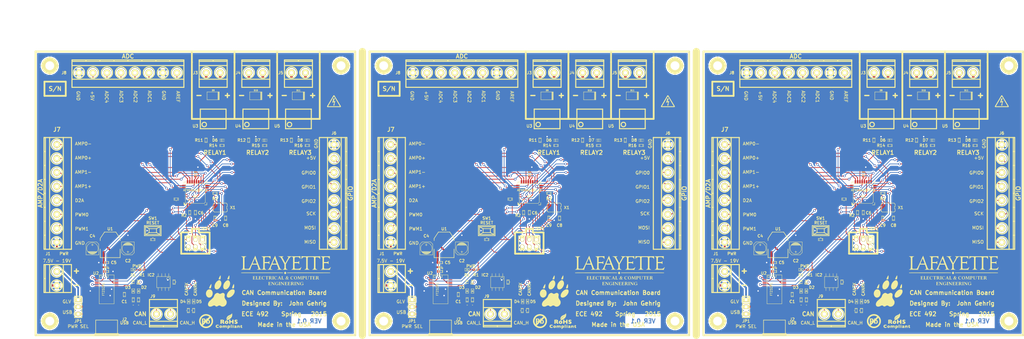
<source format=kicad_pcb>
(kicad_pcb (version 3) (host pcbnew "(2013-may-18)-stable")
  (layers (15 F.Cu signal) (0 B.Cu signal) (18 B.Paste user) (19 F.Paste user) (20 B.SilkS user) (21 F.SilkS user) (22 B.Mask user) (23 F.Mask user) (28 Edge.Cuts user))
  (net 0 "")
  (net 1 /ADC1)
  (net 2 /ADC2)
  (net 3 /ADC3)
  (net 4 /ADC4)
  (net 5 /AMP0+)
  (net 6 /AMP0-)
  (net 7 /AMP1+)
  (net 8 /AMP1-)
  (net 9 /AREF)
  (net 10 /CANRX)
  (net 11 /CANTX)
  (net 12 /CAN_H)
  (net 13 /CAN_L)
  (net 14 /CBUS0)
  (net 15 /CBUS1)
  (net 16 /D2A)
  (net 17 /FTDI_RX)
  (net 18 /FTDI_TX)
  (net 19 /GPIO0)
  (net 20 /GPIO1)
  (net 21 /GPIO2)
  (net 22 /MISO)
  (net 23 /MISO_A)
  (net 24 /MOSI)
  (net 25 /MOSI_A)
  (net 26 /PWM0)
  (net 27 /RTS)
  (net 28 /RXD)
  (net 29 /SCK)
  (net 30 /SSR0)
  (net 31 /SSR1)
  (net 32 /SSR2)
  (net 33 /SSR_0A)
  (net 34 /SSR_0B)
  (net 35 /SSR_1A)
  (net 36 /SSR_1B)
  (net 37 /SSR_2A)
  (net 38 /SSR_2B)
  (net 39 /USBD+)
  (net 40 /USBD-)
  (net 41 /V_GLV)
  (net 42 /V_USB)
  (net 43 /V_USER)
  (net 44 /~RESET)
  (net 45 GND)
  (net 46 N-0000028)
  (net 47 N-0000034)
  (net 48 N-0000035)
  (net 49 N-0000041)
  (net 50 N-0000043)
  (net 51 N-0000047)
  (net 52 N-0000048)
  (net 53 N-0000049)
  (net 54 N-0000050)
  (net 55 N-0000054)
  (net 56 N-0000055)
  (net 57 N-0000056)
  (net 58 N-0000060)
  (net 59 N-0000061)
  (net 60 VCC)
  (module hole_5mm (layer F.Cu) (at 274.32 50.8)
    (fp_text reference hole_5mm hide)
    (fp_text value VAL** hide)
    (pad 1 thru_hole circle (at 0 0) (size 5.5626 5.5626) (drill 3.175) (layers *.Cu *.Mask F.SilkS))
  )
  (module hole_5mm (layer F.Cu) (at 378.46 50.8)
    (fp_text reference hole_5mm hide)
    (fp_text value VAL** hide)
    (pad 1 thru_hole circle (at 0 0) (size 5.5626 5.5626) (drill 3.175) (layers *.Cu *.Mask F.SilkS))
  )
  (module hole_5mm (layer F.Cu) (at 378.46 142.24)
    (fp_text reference hole_5mm hide)
    (fp_text value VAL** hide)
    (pad 1 thru_hole circle (at 0 0) (size 5.5626 5.5626) (drill 3.175) (layers *.Cu *.Mask F.SilkS))
  )
  (module SSOP28 (layer F.Cu) (at 294.64 130.81 270)
    (fp_text reference U2 (at -5.715 3.81 360) (layer F.SilkS) (effects (font (size 1.016 1.016) (thickness 0.2032))))
    (fp_text value FT232RL (at 0 1.143 270) (layer F.SilkS) (effects (font (size 0.762 0.762) (thickness 0.127))))
    (pad 1 smd rect (at -4.191 3.556 270) (size 0.4064 1.27) (layers F.Cu F.Paste F.Mask) (net 18 /FTDI_TX))
    (pad 2 smd rect (at -3.556 3.556 270) (size 0.4064 1.27) (layers F.Cu F.Paste F.Mask))
    (pad 3 smd rect (at -2.8956 3.556 270) (size 0.4064 1.27) (layers F.Cu F.Paste F.Mask) (net 27 /RTS))
    (pad 4 smd rect (at -2.2352 3.556 270) (size 0.4064 1.27) (layers F.Cu F.Paste F.Mask) (net 60 VCC))
    (pad 5 smd rect (at -1.6002 3.556 270) (size 0.4064 1.27) (layers F.Cu F.Paste F.Mask) (net 17 /FTDI_RX))
    (pad 6 smd rect (at -0.9398 3.556 270) (size 0.4064 1.27) (layers F.Cu F.Paste F.Mask))
    (pad 7 smd rect (at -0.2794 3.556 270) (size 0.4064 1.27) (layers F.Cu F.Paste F.Mask) (net 45 GND))
    (pad 8 smd rect (at 0.3556 3.556 270) (size 0.4064 1.27) (layers F.Cu F.Paste F.Mask))
    (pad 9 smd rect (at 1.016 3.556 270) (size 0.4064 1.27) (layers F.Cu F.Paste F.Mask))
    (pad 10 smd rect (at 1.651 3.556 270) (size 0.4064 1.27) (layers F.Cu F.Paste F.Mask))
    (pad 11 smd rect (at 2.3114 3.556 270) (size 0.4064 1.27) (layers F.Cu F.Paste F.Mask))
    (pad 12 smd rect (at 2.9718 3.556 270) (size 0.4064 1.27) (layers F.Cu F.Paste F.Mask))
    (pad 13 smd rect (at 3.6068 3.556 270) (size 0.4064 1.27) (layers F.Cu F.Paste F.Mask))
    (pad 14 smd rect (at 4.2672 3.556 270) (size 0.4064 1.27) (layers F.Cu F.Paste F.Mask))
    (pad 15 smd rect (at 4.2672 -3.556 270) (size 0.4064 1.27) (layers F.Cu F.Paste F.Mask) (net 39 /USBD+))
    (pad 16 smd rect (at 3.6068 -3.556 270) (size 0.4064 1.27) (layers F.Cu F.Paste F.Mask) (net 40 /USBD-))
    (pad 17 smd rect (at 2.9972 -3.556 270) (size 0.4064 1.27) (layers F.Cu F.Paste F.Mask))
    (pad 18 smd rect (at 2.3114 -3.556 270) (size 0.4064 1.27) (layers F.Cu F.Paste F.Mask) (net 45 GND))
    (pad 19 smd rect (at 1.651 -3.556 270) (size 0.4064 1.27) (layers F.Cu F.Paste F.Mask) (net 60 VCC))
    (pad 20 smd rect (at 1.016 -3.556 270) (size 0.4064 1.27) (layers F.Cu F.Paste F.Mask) (net 60 VCC))
    (pad 21 smd rect (at 0.3556 -3.556 270) (size 0.4064 1.27) (layers F.Cu F.Paste F.Mask) (net 45 GND))
    (pad 22 smd rect (at -0.2794 -3.556 270) (size 0.4064 1.27) (layers F.Cu F.Paste F.Mask) (net 15 /CBUS1))
    (pad 23 smd rect (at -0.9398 -3.556 270) (size 0.4064 1.27) (layers F.Cu F.Paste F.Mask) (net 14 /CBUS0))
    (pad 24 smd rect (at -1.6002 -3.556 270) (size 0.4064 1.27) (layers F.Cu F.Paste F.Mask))
    (pad 25 smd rect (at -2.2352 -3.556 270) (size 0.4064 1.27) (layers F.Cu F.Paste F.Mask) (net 45 GND))
    (pad 26 smd rect (at -2.8956 -3.556 270) (size 0.4064 1.27) (layers F.Cu F.Paste F.Mask) (net 45 GND))
    (pad 27 smd rect (at -3.556 -3.556 270) (size 0.4064 1.27) (layers F.Cu F.Paste F.Mask))
    (pad 28 smd rect (at -4.191 -3.556 270) (size 0.4064 1.27) (layers F.Cu F.Paste F.Mask))
  )
  (module SOT223 (layer F.Cu) (at 295.91 114.935)
    (fp_text reference U1 (at 0 -5.715) (layer F.SilkS) (effects (font (size 1.016 1.016) (thickness 0.2032))))
    (fp_text value NCP1117ST50T3G hide)
    (pad 2 smd rect (at 0 -3.302) (size 3.6576 2.032) (layers F.Cu F.Paste F.Mask) (net 60 VCC))
    (pad 2 smd rect (at 0 3.302) (size 1.016 2.032) (layers F.Cu F.Paste F.Mask) (net 60 VCC))
    (pad 3 smd rect (at 2.286 3.302) (size 1.016 2.032) (layers F.Cu F.Paste F.Mask) (net 43 /V_USER))
    (pad 1 smd rect (at -2.286 3.302) (size 1.016 2.032) (layers F.Cu F.Paste F.Mask) (net 45 GND))
  )
  (module so-8 (layer F.Cu) (at 314.96 128.27 180)
    (fp_text reference IC2 (at 4.445 2.54 180) (layer F.SilkS) (effects (font (size 1.016 1.016) (thickness 0.2032))))
    (fp_text value MCP2551-I/SN hide)
    (pad 1 smd rect (at -1.905 2.794 180) (size 0.635 1.27) (layers F.Cu F.Paste F.Mask) (net 11 /CANTX))
    (pad 2 smd rect (at -0.635 2.794 180) (size 0.635 1.27) (layers F.Cu F.Paste F.Mask) (net 45 GND))
    (pad 3 smd rect (at 0.635 2.794 180) (size 0.635 1.27) (layers F.Cu F.Paste F.Mask) (net 60 VCC))
    (pad 4 smd rect (at 1.905 2.794 180) (size 0.635 1.27) (layers F.Cu F.Paste F.Mask) (net 10 /CANRX))
    (pad 5 smd rect (at 1.905 -2.794 180) (size 0.635 1.27) (layers F.Cu F.Paste F.Mask))
    (pad 6 smd rect (at 0.635 -2.794 180) (size 0.635 1.27) (layers F.Cu F.Paste F.Mask) (net 13 /CAN_L))
    (pad 7 smd rect (at -0.635 -2.794 180) (size 0.635 1.27) (layers F.Cu F.Paste F.Mask) (net 12 /CAN_H))
    (pad 8 smd rect (at -1.905 -2.794 180) (size 0.635 1.27) (layers F.Cu F.Paste F.Mask) (net 46 N-0000028))
  )
  (module smd_push (layer F.Cu) (at 311.15 109.855 180)
    (fp_text reference SW1 (at 0 4.445 180) (layer F.SilkS) (effects (font (size 1.016 1.016) (thickness 0.2032))))
    (fp_text value RESET (at 0 2.79908 180) (layer F.SilkS) (effects (font (size 1.016 1.016) (thickness 0.2032))))
    (pad 1 smd rect (at -3.59918 0 180) (size 1.00076 1.00076) (layers F.Cu F.Paste F.Mask) (net 44 /~RESET))
    (pad 2 smd rect (at 3.59918 0 180) (size 1.00076 1.00076) (layers F.Cu F.Paste F.Mask) (net 45 GND))
  )
  (module pin_strip_3x2 (layer F.Cu) (at 326.39 114.3 180)
    (fp_text reference ISP1 (at -3.81 5.08 180) (layer F.SilkS) (effects (font (size 1.016 1.016) (thickness 0.2032))))
    (fp_text value ISP1 hide)
    (pad 1 thru_hole rect (at -2.54 1.27 180) (size 1.524 1.99898) (drill 1.00076 (offset 0 0.24892)) (layers *.Cu *.Mask F.SilkS) (net 23 /MISO_A))
    (pad 2 thru_hole oval (at -2.54 -1.27 180) (size 1.524 1.99898) (drill 1.00076 (offset 0 -0.24892)) (layers *.Cu *.Mask F.SilkS) (net 60 VCC))
    (pad 3 thru_hole oval (at 0 1.27 180) (size 1.524 1.99898) (drill 1.00076 (offset 0 0.24892)) (layers *.Cu *.Mask F.SilkS) (net 28 /RXD))
    (pad 4 thru_hole oval (at 0 -1.27 180) (size 1.524 1.99898) (drill 1.00076 (offset 0 -0.24892)) (layers *.Cu *.Mask F.SilkS) (net 25 /MOSI_A))
    (pad 5 thru_hole oval (at 2.54 1.27 180) (size 1.524 1.99898) (drill 1.00076 (offset 0 0.24892)) (layers *.Cu *.Mask F.SilkS) (net 44 /~RESET))
    (pad 6 thru_hole oval (at 2.54 -1.27 180) (size 1.524 1.99898) (drill 1.00076 (offset 0 -0.24892)) (layers *.Cu *.Mask F.SilkS) (net 45 GND))
  )
  (module pin_strip_3 (layer F.Cu) (at 284.48 137.16 270)
    (fp_text reference JP1 (at 5.08 0 360) (layer F.SilkS) (effects (font (size 1.016 1.016) (thickness 0.2032))))
    (fp_text value JUMPER3 hide)
    (pad 1 thru_hole rect (at -2.54 0 270) (size 1.524 2.19964) (drill 1.00076) (layers *.Cu *.Mask F.SilkS) (net 41 /V_GLV))
    (pad 2 thru_hole oval (at 0 0 270) (size 1.524 2.19964) (drill 1.00076) (layers *.Cu *.Mask F.SilkS) (net 43 /V_USER))
    (pad 3 thru_hole oval (at 2.54 0 270) (size 1.524 2.19964) (drill 1.00076) (layers *.Cu *.Mask F.SilkS) (net 42 /V_USB))
  )
  (module mkds_1,5-8 (layer F.Cu) (at 375.92 96.52 90)
    (fp_text reference J6 (at 21.59 0 180) (layer F.SilkS) (effects (font (size 1.016 1.016) (thickness 0.2032))))
    (fp_text value GPIO (at 0 5.9 90) (layer F.SilkS) (effects (font (size 1.5 1.5) (thickness 0.3))))
    (pad 8 thru_hole circle (at 17.5 0 90) (size 2.5 2.5) (drill 1.3) (layers *.Cu *.Mask F.SilkS) (net 45 GND))
    (pad 7 thru_hole circle (at 12.5 0 90) (size 2.5 2.5) (drill 1.3) (layers *.Cu *.Mask F.SilkS) (net 60 VCC))
    (pad 6 thru_hole circle (at 7.5 0 90) (size 2.5 2.5) (drill 1.3) (layers *.Cu *.Mask F.SilkS) (net 19 /GPIO0))
    (pad 5 thru_hole circle (at 2.5 0 90) (size 2.5 2.5) (drill 1.3) (layers *.Cu *.Mask F.SilkS) (net 20 /GPIO1))
    (pad 4 thru_hole circle (at -2.5 0 90) (size 2.5 2.5) (drill 1.3) (layers *.Cu *.Mask F.SilkS) (net 21 /GPIO2))
    (pad 3 thru_hole circle (at -7.5 0 90) (size 2.5 2.5) (drill 1.3) (layers *.Cu *.Mask F.SilkS) (net 29 /SCK))
    (pad 1 thru_hole circle (at -17.5 0 90) (size 2.5 2.5) (drill 1.3) (layers *.Cu *.Mask F.SilkS) (net 22 /MISO))
    (pad 2 thru_hole circle (at -12.5 0 90) (size 2.5 2.5) (drill 1.3) (layers *.Cu *.Mask F.SilkS) (net 24 /MOSI))
  )
  (module mkds_1,5-8 (layer F.Cu) (at 302.26 53.34 180)
    (fp_text reference J8 (at 22.86 0 180) (layer F.SilkS) (effects (font (size 1.016 1.016) (thickness 0.2032))))
    (fp_text value ADC (at 0 5.9 180) (layer F.SilkS) (effects (font (size 1.5 1.5) (thickness 0.3))))
    (pad 8 thru_hole circle (at 17.5 0 180) (size 2.5 2.5) (drill 1.3) (layers *.Cu *.Mask F.SilkS) (net 45 GND))
    (pad 7 thru_hole circle (at 12.5 0 180) (size 2.5 2.5) (drill 1.3) (layers *.Cu *.Mask F.SilkS) (net 60 VCC))
    (pad 6 thru_hole circle (at 7.5 0 180) (size 2.5 2.5) (drill 1.3) (layers *.Cu *.Mask F.SilkS) (net 4 /ADC4))
    (pad 5 thru_hole circle (at 2.5 0 180) (size 2.5 2.5) (drill 1.3) (layers *.Cu *.Mask F.SilkS) (net 3 /ADC3))
    (pad 4 thru_hole circle (at -2.5 0 180) (size 2.5 2.5) (drill 1.3) (layers *.Cu *.Mask F.SilkS) (net 2 /ADC2))
    (pad 3 thru_hole circle (at -7.5 0 180) (size 2.5 2.5) (drill 1.3) (layers *.Cu *.Mask F.SilkS) (net 1 /ADC1))
    (pad 1 thru_hole circle (at -17.5 0 180) (size 2.5 2.5) (drill 1.3) (layers *.Cu *.Mask F.SilkS) (net 9 /AREF))
    (pad 2 thru_hole circle (at -12.5 0 180) (size 2.5 2.5) (drill 1.3) (layers *.Cu *.Mask F.SilkS) (net 45 GND))
  )
  (module mkds_1,5-8 (layer F.Cu) (at 276.86 96.52 270)
    (fp_text reference J7 (at -22.86 0 360) (layer F.SilkS) (effects (font (size 1.5 1.5) (thickness 0.3))))
    (fp_text value AMP/D2A (at 0 5.9 270) (layer F.SilkS) (effects (font (size 1.5 1.5) (thickness 0.3))))
    (pad 8 thru_hole circle (at 17.5 0 270) (size 2.5 2.5) (drill 1.3) (layers *.Cu *.Mask F.SilkS) (net 45 GND))
    (pad 7 thru_hole circle (at 12.5 0 270) (size 2.5 2.5) (drill 1.3) (layers *.Cu *.Mask F.SilkS) (net 23 /MISO_A))
    (pad 6 thru_hole circle (at 7.5 0 270) (size 2.5 2.5) (drill 1.3) (layers *.Cu *.Mask F.SilkS) (net 26 /PWM0))
    (pad 5 thru_hole circle (at 2.5 0 270) (size 2.5 2.5) (drill 1.3) (layers *.Cu *.Mask F.SilkS) (net 16 /D2A))
    (pad 4 thru_hole circle (at -2.5 0 270) (size 2.5 2.5) (drill 1.3) (layers *.Cu *.Mask F.SilkS) (net 7 /AMP1+))
    (pad 3 thru_hole circle (at -7.5 0 270) (size 2.5 2.5) (drill 1.3) (layers *.Cu *.Mask F.SilkS) (net 8 /AMP1-))
    (pad 1 thru_hole circle (at -17.5 0 270) (size 2.5 2.5) (drill 1.3) (layers *.Cu *.Mask F.SilkS) (net 6 /AMP0-))
    (pad 2 thru_hole circle (at -12.5 0 270) (size 2.5 2.5) (drill 1.3) (layers *.Cu *.Mask F.SilkS) (net 5 /AMP0+))
  )
  (module mkds_1,5-2 (layer F.Cu) (at 332.74 53.34 180)
    (fp_text reference J3 (at 6.35 0 180) (layer F.SilkS) (effects (font (size 1.016 1.016) (thickness 0.2032))))
    (fp_text value RELAY1 (at -0.635 -28.575 180) (layer F.SilkS) (effects (font (size 1.5 1.5) (thickness 0.3))))
    (pad 1 thru_hole circle (at -2.5 0 180) (size 2.5 2.5) (drill 1.3) (layers *.Cu *.Mask F.SilkS) (net 33 /SSR_0A))
    (pad 2 thru_hole circle (at 2.5 0 180) (size 2.5 2.5) (drill 1.3) (layers *.Cu *.Mask F.SilkS) (net 34 /SSR_0B))
  )
  (module mkds_1,5-2 (layer F.Cu) (at 276.86 127 270)
    (fp_text reference J1 (at -8.89 3.175 360) (layer F.SilkS) (effects (font (size 1.016 1.016) (thickness 0.2032))))
    (fp_text value PWR (at -8.89 -2.54 360) (layer F.SilkS) (effects (font (size 1.016 1.016) (thickness 0.2032))))
    (pad 1 thru_hole circle (at -2.5 0 270) (size 2.5 2.5) (drill 1.3) (layers *.Cu *.Mask F.SilkS) (net 41 /V_GLV))
    (pad 2 thru_hole circle (at 2.5 0 270) (size 2.5 2.5) (drill 1.3) (layers *.Cu *.Mask F.SilkS) (net 45 GND))
  )
  (module mkds_1,5-2 (layer F.Cu) (at 347.98 53.34 180)
    (fp_text reference J4 (at 6.35 0 180) (layer F.SilkS) (effects (font (size 1.016 1.016) (thickness 0.2032))))
    (fp_text value RELAY2 (at -0.635 -28.575 180) (layer F.SilkS) (effects (font (size 1.5 1.5) (thickness 0.3))))
    (pad 1 thru_hole circle (at -2.5 0 180) (size 2.5 2.5) (drill 1.3) (layers *.Cu *.Mask F.SilkS) (net 35 /SSR_1A))
    (pad 2 thru_hole circle (at 2.5 0 180) (size 2.5 2.5) (drill 1.3) (layers *.Cu *.Mask F.SilkS) (net 36 /SSR_1B))
  )
  (module mkds_1,5-2 (layer F.Cu) (at 363.22 53.34 180)
    (fp_text reference J5 (at 6.35 0 180) (layer F.SilkS) (effects (font (size 1.016 1.016) (thickness 0.2032))))
    (fp_text value RELAY3 (at -0.635 -28.575 180) (layer F.SilkS) (effects (font (size 1.5 1.5) (thickness 0.3))))
    (pad 1 thru_hole circle (at -2.5 0 180) (size 2.5 2.5) (drill 1.3) (layers *.Cu *.Mask F.SilkS) (net 37 /SSR_2A))
    (pad 2 thru_hole circle (at 2.5 0 180) (size 2.5 2.5) (drill 1.3) (layers *.Cu *.Mask F.SilkS) (net 38 /SSR_2B))
  )
  (module mkds_1,5-2 (layer F.Cu) (at 314.96 139.7)
    (fp_text reference J9 (at -3.81 -6.35) (layer F.SilkS) (effects (font (size 1.016 1.016) (thickness 0.2032))))
    (fp_text value CAN (at -8.255 0) (layer F.SilkS) (effects (font (size 1.5 1.5) (thickness 0.3))))
    (pad 1 thru_hole circle (at -2.5 0) (size 2.5 2.5) (drill 1.3) (layers *.Cu *.Mask F.SilkS) (net 13 /CAN_L))
    (pad 2 thru_hole circle (at 2.5 0) (size 2.5 2.5) (drill 1.3) (layers *.Cu *.Mask F.SilkS) (net 12 /CAN_H))
  )
  (module mdip_6 (layer F.Cu) (at 363.22 69.85)
    (fp_text reference U5 (at -7.62 2.54) (layer F.SilkS) (effects (font (size 1.016 1.016) (thickness 0.2032))))
    (fp_text value RELAY_VO14642AT hide)
    (pad 1 smd rect (at -2.54 4.50596) (size 1.8 1.5) (layers F.Cu F.Paste F.Mask) (net 50 N-0000043))
    (pad 2 smd rect (at 0 4.50596) (size 1.8 1.5) (layers F.Cu F.Paste F.Mask) (net 45 GND))
    (pad 3 smd rect (at 2.54 4.50596) (size 1.8 1.5) (layers F.Cu F.Paste F.Mask))
    (pad 4 smd rect (at 2.54 -4.50596) (size 1.8 1.5) (layers F.Cu F.Paste F.Mask) (net 37 /SSR_2A))
    (pad 5 smd rect (at 0 -4.50596) (size 1.8 1.5) (layers F.Cu F.Paste F.Mask))
    (pad 6 smd rect (at -2.54 -4.5) (size 1.8 1.5) (layers F.Cu F.Paste F.Mask) (net 38 /SSR_2B))
  )
  (module mdip_6 (layer F.Cu) (at 347.98 69.85)
    (fp_text reference U4 (at -6.35 2.54) (layer F.SilkS) (effects (font (size 1.016 1.016) (thickness 0.2032))))
    (fp_text value RELAY_VO14642AT hide)
    (pad 1 smd rect (at -2.54 4.50596) (size 1.8 1.5) (layers F.Cu F.Paste F.Mask) (net 48 N-0000035))
    (pad 2 smd rect (at 0 4.50596) (size 1.8 1.5) (layers F.Cu F.Paste F.Mask) (net 45 GND))
    (pad 3 smd rect (at 2.54 4.50596) (size 1.8 1.5) (layers F.Cu F.Paste F.Mask))
    (pad 4 smd rect (at 2.54 -4.50596) (size 1.8 1.5) (layers F.Cu F.Paste F.Mask) (net 35 /SSR_1A))
    (pad 5 smd rect (at 0 -4.50596) (size 1.8 1.5) (layers F.Cu F.Paste F.Mask))
    (pad 6 smd rect (at -2.54 -4.5) (size 1.8 1.5) (layers F.Cu F.Paste F.Mask) (net 36 /SSR_1B))
  )
  (module mdip_6 (layer F.Cu) (at 332.74 69.85)
    (fp_text reference U3 (at -6.35 2.54) (layer F.SilkS) (effects (font (size 1.016 1.016) (thickness 0.2032))))
    (fp_text value RELAY_VO14642AT hide)
    (pad 1 smd rect (at -2.54 4.50596) (size 1.8 1.5) (layers F.Cu F.Paste F.Mask) (net 47 N-0000034))
    (pad 2 smd rect (at 0 4.50596) (size 1.8 1.5) (layers F.Cu F.Paste F.Mask) (net 45 GND))
    (pad 3 smd rect (at 2.54 4.50596) (size 1.8 1.5) (layers F.Cu F.Paste F.Mask))
    (pad 4 smd rect (at 2.54 -4.50596) (size 1.8 1.5) (layers F.Cu F.Paste F.Mask) (net 33 /SSR_0A))
    (pad 5 smd rect (at 0 -4.50596) (size 1.8 1.5) (layers F.Cu F.Paste F.Mask))
    (pad 6 smd rect (at -2.54 -4.5) (size 1.8 1.5) (layers F.Cu F.Paste F.Mask) (net 34 /SSR_0B))
  )
  (module lqfp32 (layer F.Cu) (at 326.39 96.52)
    (fp_text reference IC1 (at 0 1.143) (layer F.SilkS) (effects (font (size 0.7493 0.7493) (thickness 0.14986))))
    (fp_text value ATMEGA16M1-A (at 0 -1.143) (layer F.SilkS) (effects (font (size 0.7493 0.7493) (thickness 0.14986))))
    (pad 4 smd rect (at -0.39878 4.09956) (size 0.55118 1.30048) (layers F.Cu F.Paste F.Mask) (net 60 VCC))
    (pad 5 smd rect (at 0.39878 4.09956) (size 0.55118 1.30048) (layers F.Cu F.Paste F.Mask) (net 45 GND))
    (pad 6 smd rect (at 1.19888 4.09956) (size 0.55118 1.30048) (layers F.Cu F.Paste F.Mask) (net 11 /CANTX))
    (pad 7 smd rect (at 1.99898 4.09956) (size 0.55118 1.30048) (layers F.Cu F.Paste F.Mask) (net 10 /CANRX))
    (pad 8 smd rect (at 2.79908 4.09956) (size 0.55118 1.30048) (layers F.Cu F.Paste F.Mask) (net 22 /MISO))
    (pad 1 smd rect (at -2.79908 4.09956) (size 0.55118 1.30048) (layers F.Cu F.Paste F.Mask) (net 23 /MISO_A))
    (pad 2 smd rect (at -1.99898 4.09956) (size 0.55118 1.30048) (layers F.Cu F.Paste F.Mask) (net 25 /MOSI_A))
    (pad 3 smd rect (at -1.19888 4.09956) (size 0.55118 1.30048) (layers F.Cu F.Paste F.Mask) (net 26 /PWM0))
    (pad 9 smd rect (at 4.09956 2.79908) (size 1.30048 0.55118) (layers F.Cu F.Paste F.Mask) (net 24 /MOSI))
    (pad 10 smd rect (at 4.09956 1.99898) (size 1.30048 0.55118) (layers F.Cu F.Paste F.Mask) (net 59 N-0000061))
    (pad 11 smd rect (at 4.09956 1.19888) (size 1.30048 0.55118) (layers F.Cu F.Paste F.Mask) (net 58 N-0000060))
    (pad 12 smd rect (at 4.09956 0.39878) (size 1.30048 0.55118) (layers F.Cu F.Paste F.Mask) (net 28 /RXD))
    (pad 13 smd rect (at 4.09956 -0.39878) (size 1.30048 0.55118) (layers F.Cu F.Paste F.Mask) (net 1 /ADC1))
    (pad 14 smd rect (at 4.09956 -1.19888) (size 1.30048 0.55118) (layers F.Cu F.Paste F.Mask) (net 2 /ADC2))
    (pad 15 smd rect (at 4.09956 -1.99898) (size 1.30048 0.55118) (layers F.Cu F.Paste F.Mask) (net 20 /GPIO1))
    (pad 16 smd rect (at 4.09956 -2.79908) (size 1.30048 0.55118) (layers F.Cu F.Paste F.Mask) (net 19 /GPIO0))
    (pad 17 smd rect (at 2.79908 -4.09956) (size 0.55118 1.30048) (layers F.Cu F.Paste F.Mask) (net 8 /AMP1-))
    (pad 18 smd rect (at 1.99898 -4.09956) (size 0.55118 1.30048) (layers F.Cu F.Paste F.Mask) (net 7 /AMP1+))
    (pad 19 smd rect (at 1.19888 -4.09956) (size 0.55118 1.30048) (layers F.Cu F.Paste F.Mask) (net 60 VCC))
    (pad 20 smd rect (at 0.39878 -4.09956) (size 0.55118 1.30048) (layers F.Cu F.Paste F.Mask) (net 45 GND))
    (pad 21 smd rect (at -0.39878 -4.09956) (size 0.55118 1.30048) (layers F.Cu F.Paste F.Mask) (net 9 /AREF))
    (pad 22 smd rect (at -1.19888 -4.09956) (size 0.55118 1.30048) (layers F.Cu F.Paste F.Mask) (net 30 /SSR0))
    (pad 23 smd rect (at -1.99898 -4.09956) (size 0.55118 1.30048) (layers F.Cu F.Paste F.Mask) (net 6 /AMP0-))
    (pad 24 smd rect (at -2.79908 -4.09956) (size 0.55118 1.30048) (layers F.Cu F.Paste F.Mask) (net 5 /AMP0+))
    (pad 25 smd rect (at -4.09956 -2.79908) (size 1.30048 0.55118) (layers F.Cu F.Paste F.Mask) (net 16 /D2A))
    (pad 26 smd rect (at -4.09956 -1.99898) (size 1.30048 0.55118) (layers F.Cu F.Paste F.Mask) (net 3 /ADC3))
    (pad 27 smd rect (at -4.09956 -1.19888) (size 1.30048 0.55118) (layers F.Cu F.Paste F.Mask) (net 4 /ADC4))
    (pad 28 smd rect (at -4.09956 -0.39878) (size 1.30048 0.55118) (layers F.Cu F.Paste F.Mask) (net 29 /SCK))
    (pad 29 smd rect (at -4.09956 0.39878) (size 1.30048 0.55118) (layers F.Cu F.Paste F.Mask) (net 31 /SSR1))
    (pad 30 smd rect (at -4.09956 1.19888) (size 1.30048 0.55118) (layers F.Cu F.Paste F.Mask) (net 21 /GPIO2))
    (pad 31 smd rect (at -4.09956 1.99898) (size 1.30048 0.55118) (layers F.Cu F.Paste F.Mask) (net 44 /~RESET))
    (pad 32 smd rect (at -4.09956 2.79908) (size 1.30048 0.55118) (layers F.Cu F.Paste F.Mask) (net 32 /SSR2))
  )
  (module crystal_smd_5x3.2mm (layer F.Cu) (at 335.28 101.6 180)
    (fp_text reference X1 (at -4.445 0 180) (layer F.SilkS) (effects (font (size 1.016 1.016) (thickness 0.2032))))
    (fp_text value 16MHz hide)
    (pad 1 smd rect (at -1.85 0 180) (size 1.7 2.4) (layers F.Cu F.Paste F.Mask) (net 58 N-0000060))
    (pad 2 smd rect (at 1.85 0 180) (size 1.7 2.4) (layers F.Cu F.Paste F.Mask) (net 59 N-0000061))
  )
  (module c_elec_4x5.3 (layer F.Cu) (at 289.56 116.205 90)
    (fp_text reference C4 (at 4.445 0 180) (layer F.SilkS) (effects (font (size 1.016 1.016) (thickness 0.2032))))
    (fp_text value 47u hide)
    (pad 1 smd rect (at 1.80086 0 90) (size 2.60096 1.6002) (layers F.Cu F.Paste F.Mask) (net 60 VCC))
    (pad 2 smd rect (at -1.80086 0 90) (size 2.60096 1.6002) (layers F.Cu F.Paste F.Mask) (net 45 GND))
  )
  (module c_elec_4x5.3 (layer F.Cu) (at 302.26 116.205 270)
    (fp_text reference C2 (at 4.445 0 360) (layer F.SilkS) (effects (font (size 1.016 1.016) (thickness 0.2032))))
    (fp_text value 47u hide)
    (pad 1 smd rect (at 1.80086 0 270) (size 2.60096 1.6002) (layers F.Cu F.Paste F.Mask) (net 43 /V_USER))
    (pad 2 smd rect (at -1.80086 0 270) (size 2.60096 1.6002) (layers F.Cu F.Paste F.Mask) (net 45 GND))
  )
  (module hole_5mm (layer F.Cu) (at 274.32 142.24)
    (fp_text reference hole_5mm hide)
    (fp_text value VAL** hide)
    (pad 1 thru_hole circle (at 0 0) (size 5.5626 5.5626) (drill 3.175) (layers *.Cu *.Mask F.SilkS))
  )
  (module Logo_silk_high_voltage_5x4.2mm (layer F.Cu) (at 375.92 63.5)
    (fp_text reference G*** hide)
    (fp_text value LOGO hide)
  )
  (module c_0603 (layer F.Cu) (at 333.375 105.41 90)
    (fp_text reference C9 (at -2.54 0 180) (layer F.SilkS) (effects (font (size 1.016 1.016) (thickness 0.2032))))
    (fp_text value 22p hide)
    (pad 1 smd rect (at 0.75184 0 90) (size 0.89916 1.00076) (layers F.Cu F.Paste F.Mask) (net 59 N-0000061))
    (pad 2 smd rect (at -0.75184 0 90) (size 0.89916 1.00076) (layers F.Cu F.Paste F.Mask) (net 45 GND))
  )
  (module c_0603 (layer F.Cu) (at 337.185 105.41 90)
    (fp_text reference C8 (at -2.54 0 180) (layer F.SilkS) (effects (font (size 1.016 1.016) (thickness 0.2032))))
    (fp_text value 22p hide)
    (pad 1 smd rect (at 0.75184 0 90) (size 0.89916 1.00076) (layers F.Cu F.Paste F.Mask) (net 58 N-0000060))
    (pad 2 smd rect (at -0.75184 0 90) (size 0.89916 1.00076) (layers F.Cu F.Paste F.Mask) (net 45 GND))
  )
  (module c_0603 (layer F.Cu) (at 294.64 121.285)
    (fp_text reference C5 (at 2.54 0) (layer F.SilkS) (effects (font (size 1.016 1.016) (thickness 0.2032))))
    (fp_text value 0.1 hide)
    (pad 1 smd rect (at 0.75184 0) (size 0.89916 1.00076) (layers F.Cu F.Paste F.Mask) (net 60 VCC))
    (pad 2 smd rect (at -0.75184 0) (size 0.89916 1.00076) (layers F.Cu F.Paste F.Mask) (net 45 GND))
  )
  (module c_0603 (layer F.Cu) (at 300.99 132.715 90)
    (fp_text reference C1 (at -2.54 0 180) (layer F.SilkS) (effects (font (size 1.016 1.016) (thickness 0.2032))))
    (fp_text value C hide)
    (pad 1 smd rect (at 0.75184 0 90) (size 0.89916 1.00076) (layers F.Cu F.Paste F.Mask) (net 60 VCC))
    (pad 2 smd rect (at -0.75184 0 90) (size 0.89916 1.00076) (layers F.Cu F.Paste F.Mask) (net 45 GND))
  )
  (module r_0603 (layer F.Cu) (at 318.77 128.27 270)
    (fp_text reference R10 (at 0 -0.6096 270) (layer F.SilkS) (effects (font (size 0.20066 0.20066) (thickness 0.04064))))
    (fp_text value 10k hide)
    (pad 1 smd rect (at 0.75184 0 270) (size 0.89916 1.00076) (layers F.Cu F.Paste F.Mask) (net 46 N-0000028))
    (pad 2 smd rect (at -0.75184 0 270) (size 0.89916 1.00076) (layers F.Cu F.Paste F.Mask) (net 45 GND))
  )
  (module r_0603 (layer F.Cu) (at 333.375 96.52)
    (fp_text reference R3 (at 0 1.905) (layer F.SilkS) (effects (font (size 1.016 1.016) (thickness 0.2032))))
    (fp_text value 1k hide)
    (pad 1 smd rect (at 0.75184 0) (size 0.89916 1.00076) (layers F.Cu F.Paste F.Mask) (net 17 /FTDI_RX))
    (pad 2 smd rect (at -0.75184 0) (size 0.89916 1.00076) (layers F.Cu F.Paste F.Mask) (net 28 /RXD))
  )
  (module c_0603 (layer F.Cu) (at 319.532 98.552 180)
    (fp_text reference C3 (at 0 -0.635 180) (layer F.SilkS) (effects (font (size 0.20066 0.20066) (thickness 0.04064))))
    (fp_text value 0.1u hide)
    (pad 1 smd rect (at 0.75184 0 180) (size 0.89916 1.00076) (layers F.Cu F.Paste F.Mask) (net 27 /RTS))
    (pad 2 smd rect (at -0.75184 0 180) (size 0.89916 1.00076) (layers F.Cu F.Paste F.Mask) (net 44 /~RESET))
  )
  (module r_0603 (layer F.Cu) (at 294.64 124.46)
    (fp_text reference R4 (at 0 -1.27) (layer F.SilkS) (effects (font (size 1.016 1.016) (thickness 0.2032))))
    (fp_text value 1k hide)
    (pad 1 smd rect (at 0.75184 0) (size 0.89916 1.00076) (layers F.Cu F.Paste F.Mask) (net 45 GND))
    (pad 2 smd rect (at -0.75184 0) (size 0.89916 1.00076) (layers F.Cu F.Paste F.Mask) (net 27 /RTS))
  )
  (module r_0603 (layer F.Cu) (at 324.358 103.378 270)
    (fp_text reference R2 (at 1.016 2.032 360) (layer F.SilkS) (effects (font (size 1.016 1.016) (thickness 0.2032))))
    (fp_text value 1k hide)
    (pad 1 smd rect (at 0.75184 0 270) (size 0.89916 1.00076) (layers F.Cu F.Paste F.Mask) (net 18 /FTDI_TX))
    (pad 2 smd rect (at -0.75184 0 270) (size 0.89916 1.00076) (layers F.Cu F.Paste F.Mask) (net 25 /MOSI_A))
  )
  (module Led_0603 (layer F.Cu) (at 323.977 135.255 90)
    (fp_text reference D4 (at 0 -2.032 180) (layer F.SilkS) (effects (font (size 1.016 1.016) (thickness 0.2032))))
    (fp_text value CANTX (at 4.445 -0.762 90) (layer F.SilkS) (effects (font (size 1.016 1.016) (thickness 0.2032))))
    (pad 1 smd rect (at -0.7493 0 90) (size 0.79756 0.79756) (layers F.Cu F.Paste F.Mask) (net 55 N-0000054))
    (pad 2 smd rect (at 0.7493 0 90) (size 0.79756 0.79756) (layers F.Cu F.Paste F.Mask) (net 11 /CANTX))
  )
  (module Led_0603 (layer F.Cu) (at 325.755 135.255 90)
    (fp_text reference D5 (at 0 1.905 180) (layer F.SilkS) (effects (font (size 1.016 1.016) (thickness 0.2032))))
    (fp_text value CANRX (at 4.445 0.635 90) (layer F.SilkS) (effects (font (size 1.016 1.016) (thickness 0.2032))))
    (pad 1 smd rect (at -0.7493 0 90) (size 0.79756 0.79756) (layers F.Cu F.Paste F.Mask) (net 57 N-0000056))
    (pad 2 smd rect (at 0.7493 0 90) (size 0.79756 0.79756) (layers F.Cu F.Paste F.Mask) (net 10 /CANRX))
  )
  (module Led_0603 (layer F.Cu) (at 306.07 131.445 90)
    (fp_text reference D2 (at 1.27 1.905 180) (layer F.SilkS) (effects (font (size 1.016 1.016) (thickness 0.2032))))
    (fp_text value RX (at 3.175 0 90) (layer F.SilkS) (effects (font (size 1.016 1.016) (thickness 0.2032))))
    (pad 1 smd rect (at -0.7493 0 90) (size 0.79756 0.79756) (layers F.Cu F.Paste F.Mask) (net 54 N-0000050))
    (pad 2 smd rect (at 0.7493 0 90) (size 0.79756 0.79756) (layers F.Cu F.Paste F.Mask) (net 14 /CBUS0))
  )
  (module Led_0603 (layer F.Cu) (at 304.165 131.445 90)
    (fp_text reference D3 (at 1.27 -1.905 180) (layer F.SilkS) (effects (font (size 1.016 1.016) (thickness 0.2032))))
    (fp_text value TX (at 3.175 0 90) (layer F.SilkS) (effects (font (size 1.016 1.016) (thickness 0.2032))))
    (pad 1 smd rect (at -0.7493 0 90) (size 0.79756 0.79756) (layers F.Cu F.Paste F.Mask) (net 56 N-0000055))
    (pad 2 smd rect (at 0.7493 0 90) (size 0.79756 0.79756) (layers F.Cu F.Paste F.Mask) (net 15 /CBUS1))
  )
  (module Led_0603 (layer F.Cu) (at 304.165 123.825 180)
    (fp_text reference D1 (at 0 -1.905 180) (layer F.SilkS) (effects (font (size 1.016 1.016) (thickness 0.2032))))
    (fp_text value PWR (at -1.27 1.27 180) (layer F.SilkS) (effects (font (size 1.016 1.016) (thickness 0.2032))))
    (pad 1 smd rect (at -0.7493 0 180) (size 0.79756 0.79756) (layers F.Cu F.Paste F.Mask) (net 51 N-0000047))
    (pad 2 smd rect (at 0.7493 0 180) (size 0.79756 0.79756) (layers F.Cu F.Paste F.Mask) (net 45 GND))
  )
  (module r_0603 (layer F.Cu) (at 323.85 138.43 90)
    (fp_text reference R7 (at 0 -0.6096 90) (layer F.SilkS) (effects (font (size 0.20066 0.20066) (thickness 0.04064))))
    (fp_text value 1k hide)
    (pad 1 smd rect (at 0.75184 0 90) (size 0.89916 1.00076) (layers F.Cu F.Paste F.Mask) (net 55 N-0000054))
    (pad 2 smd rect (at -0.75184 0 90) (size 0.89916 1.00076) (layers F.Cu F.Paste F.Mask) (net 60 VCC))
  )
  (module r_0603 (layer F.Cu) (at 325.755 138.43 90)
    (fp_text reference R8 (at 0 -0.6096 90) (layer F.SilkS) (effects (font (size 0.20066 0.20066) (thickness 0.04064))))
    (fp_text value 1k hide)
    (pad 1 smd rect (at 0.75184 0 90) (size 0.89916 1.00076) (layers F.Cu F.Paste F.Mask) (net 57 N-0000056))
    (pad 2 smd rect (at -0.75184 0 90) (size 0.89916 1.00076) (layers F.Cu F.Paste F.Mask) (net 60 VCC))
  )
  (module r_0603 (layer F.Cu) (at 306.07 134.62 90)
    (fp_text reference R5 (at -1.905 0 180) (layer F.SilkS) (effects (font (size 0.20066 0.20066) (thickness 0.04064))))
    (fp_text value 1k hide)
    (pad 1 smd rect (at 0.75184 0 90) (size 0.89916 1.00076) (layers F.Cu F.Paste F.Mask) (net 54 N-0000050))
    (pad 2 smd rect (at -0.75184 0 90) (size 0.89916 1.00076) (layers F.Cu F.Paste F.Mask) (net 60 VCC))
  )
  (module r_0603 (layer F.Cu) (at 304.165 134.62 90)
    (fp_text reference R6 (at -1.905 0 180) (layer F.SilkS) (effects (font (size 0.20066 0.20066) (thickness 0.04064))))
    (fp_text value 1k hide)
    (pad 1 smd rect (at 0.75184 0 90) (size 0.89916 1.00076) (layers F.Cu F.Paste F.Mask) (net 56 N-0000055))
    (pad 2 smd rect (at -0.75184 0 90) (size 0.89916 1.00076) (layers F.Cu F.Paste F.Mask) (net 60 VCC))
  )
  (module r_0603 (layer F.Cu) (at 307.34 123.825)
    (fp_text reference R1 (at 0 1.905) (layer F.SilkS) (effects (font (size 1.016 1.016) (thickness 0.2032))))
    (fp_text value 220 hide)
    (pad 1 smd rect (at 0.75184 0) (size 0.89916 1.00076) (layers F.Cu F.Paste F.Mask) (net 60 VCC))
    (pad 2 smd rect (at -0.75184 0) (size 0.89916 1.00076) (layers F.Cu F.Paste F.Mask) (net 51 N-0000047))
  )
  (module r_0603 (layer F.Cu) (at 311.15 113.03)
    (fp_text reference R9 (at 0 -0.6096) (layer F.SilkS) (effects (font (size 0.20066 0.20066) (thickness 0.04064))))
    (fp_text value 10k hide)
    (pad 1 smd rect (at 0.75184 0) (size 0.89916 1.00076) (layers F.Cu F.Paste F.Mask) (net 44 /~RESET))
    (pad 2 smd rect (at -0.75184 0) (size 0.89916 1.00076) (layers F.Cu F.Paste F.Mask) (net 60 VCC))
  )
  (module c_0603 (layer F.Cu) (at 326.39 103.378 90)
    (fp_text reference C6 (at -0.127 1.905 180) (layer F.SilkS) (effects (font (size 1.016 1.016) (thickness 0.2032))))
    (fp_text value 0.1u hide)
    (pad 1 smd rect (at 0.75184 0 90) (size 0.89916 1.00076) (layers F.Cu F.Paste F.Mask) (net 60 VCC))
    (pad 2 smd rect (at -0.75184 0 90) (size 0.89916 1.00076) (layers F.Cu F.Paste F.Mask) (net 45 GND))
  )
  (module c_0603 (layer F.Cu) (at 326.39 89.535 270)
    (fp_text reference C7 (at 0 -0.635 270) (layer F.SilkS) (effects (font (size 0.20066 0.20066) (thickness 0.04064))))
    (fp_text value 0.1u hide)
    (pad 1 smd rect (at 0.75184 0 270) (size 0.89916 1.00076) (layers F.Cu F.Paste F.Mask) (net 9 /AREF))
    (pad 2 smd rect (at -0.75184 0 270) (size 0.89916 1.00076) (layers F.Cu F.Paste F.Mask) (net 45 GND))
  )
  (module r_0603 (layer F.Cu) (at 345.44 77.47 270)
    (fp_text reference R12 (at 0 2.54 360) (layer F.SilkS) (effects (font (size 1.016 1.016) (thickness 0.2032))))
    (fp_text value 220 hide)
    (pad 1 smd rect (at 0.75184 0 270) (size 0.89916 1.00076) (layers F.Cu F.Paste F.Mask) (net 31 /SSR1))
    (pad 2 smd rect (at -0.75184 0 270) (size 0.89916 1.00076) (layers F.Cu F.Paste F.Mask) (net 48 N-0000035))
  )
  (module r_0603 (layer F.Cu) (at 330.2 77.47 270)
    (fp_text reference R11 (at 0 2.54 360) (layer F.SilkS) (effects (font (size 1.016 1.016) (thickness 0.2032))))
    (fp_text value 220 hide)
    (pad 1 smd rect (at 0.75184 0 270) (size 0.89916 1.00076) (layers F.Cu F.Paste F.Mask) (net 30 /SSR0))
    (pad 2 smd rect (at -0.75184 0 270) (size 0.89916 1.00076) (layers F.Cu F.Paste F.Mask) (net 47 N-0000034))
  )
  (module r_0603 (layer F.Cu) (at 360.68 77.47 270)
    (fp_text reference R13 (at 0 2.54 360) (layer F.SilkS) (effects (font (size 1.016 1.016) (thickness 0.2032))))
    (fp_text value 220 hide)
    (pad 1 smd rect (at 0.75184 0 270) (size 0.89916 1.00076) (layers F.Cu F.Paste F.Mask) (net 32 /SSR2))
    (pad 2 smd rect (at -0.75184 0 270) (size 0.89916 1.00076) (layers F.Cu F.Paste F.Mask) (net 50 N-0000043))
  )
  (module Logo_silk_ROHS_10x5.6mm (layer F.Cu) (at 338.455 142.24)
    (fp_text reference G*** hide)
    (fp_text value LOGO hide)
  )
  (module Logo_silk_Lead-Free_5x5mm (layer F.Cu) (at 330.2 142.24)
    (fp_text reference G*** hide)
    (fp_text value LOGO hide)
  )
  (module conn_usb_B_micro_smd-2 (layer F.Cu) (at 294.64 144.78)
    (fp_text reference J2 (at 6.35 -3.175) (layer F.SilkS) (effects (font (size 1.016 1.016) (thickness 0.2032))))
    (fp_text value USB (at 6.35 -1.905) (layer F.SilkS) (effects (font (size 1.016 1.016) (thickness 0.2032))))
    (pad "" smd rect (at -1.19888 0) (size 1.89738 1.89738) (layers F.Cu F.Paste F.Mask))
    (pad "" smd rect (at 1.19888 0) (size 1.89738 1.89738) (layers F.Cu F.Paste F.Mask))
    (pad "" smd rect (at 3.9497 0) (size 1.89738 1.89738) (layers F.Cu F.Paste F.Mask))
    (pad "" smd rect (at -3.9497 0) (size 1.89738 1.89738) (layers F.Cu F.Paste F.Mask))
    (pad 1 smd rect (at -1.30048 -2.67462) (size 0.39878 1.34874) (layers F.Cu F.Paste F.Mask) (net 42 /V_USB))
    (pad 2 smd rect (at -0.6477 -2.67462) (size 0.39878 1.3462) (layers F.Cu F.Paste F.Mask) (net 40 /USBD-))
    (pad 3 smd rect (at 0 -2.67462) (size 0.39878 1.3462) (layers F.Cu F.Paste F.Mask) (net 39 /USBD+))
    (pad 4 smd rect (at 0.6477 -2.67462) (size 0.39878 1.3462) (layers F.Cu F.Paste F.Mask) (net 45 GND))
    (pad 5 smd rect (at 1.30048 -2.67462) (size 0.39878 1.3462) (layers F.Cu F.Paste F.Mask) (net 45 GND))
  )
  (module lafayette_ece (layer F.Cu) (at 358.775 124.46)
    (fp_text reference G*** hide)
    (fp_text value lafayette_ece hide)
  )
  (module lafayette_paw (layer F.Cu) (at 335.28 131.445)
    (fp_text reference G*** hide)
    (fp_text value lafayette_paw hide)
  )
  (module LED-0603 (layer F.Cu) (at 335.915 77.47 180)
    (fp_text reference D6 (at 2.54 0 180) (layer F.SilkS) (effects (font (size 1.016 1.016) (thickness 0.2032))))
    (fp_text value RELAY1 hide)
    (pad 1 smd rect (at -0.7493 0 180) (size 0.79756 0.79756) (layers F.Cu F.Paste F.Mask) (net 49 N-0000041))
    (pad 2 smd rect (at 0.7493 0 180) (size 0.79756 0.79756) (layers F.Cu F.Paste F.Mask) (net 45 GND))
  )
  (module LED-0603 (layer F.Cu) (at 351.155 77.47 180)
    (fp_text reference D7 (at 2.54 0 180) (layer F.SilkS) (effects (font (size 1.016 1.016) (thickness 0.2032))))
    (fp_text value RELAY2 hide)
    (pad 1 smd rect (at -0.7493 0 180) (size 0.79756 0.79756) (layers F.Cu F.Paste F.Mask) (net 53 N-0000049))
    (pad 2 smd rect (at 0.7493 0 180) (size 0.79756 0.79756) (layers F.Cu F.Paste F.Mask) (net 45 GND))
  )
  (module LED-0603 (layer F.Cu) (at 366.395 77.47 180)
    (fp_text reference D8 (at 2.54 0 180) (layer F.SilkS) (effects (font (size 1.016 1.016) (thickness 0.2032))))
    (fp_text value RELAY3 hide)
    (pad 1 smd rect (at -0.7493 0 180) (size 0.79756 0.79756) (layers F.Cu F.Paste F.Mask) (net 52 N-0000048))
    (pad 2 smd rect (at 0.7493 0 180) (size 0.79756 0.79756) (layers F.Cu F.Paste F.Mask) (net 45 GND))
  )
  (module do214ac (layer F.Cu) (at 332.74 61.595)
    (fp_text reference D9 (at 0 -1.9685) (layer F.SilkS) (effects (font (size 0.50038 0.50038) (thickness 0.11938))))
    (fp_text value DIODE hide)
    (pad 2 smd rect (at 1.72974 0) (size 2.10058 1.69926) (layers F.Cu F.Paste F.Mask) (net 33 /SSR_0A))
    (pad 1 smd rect (at -1.72974 0) (size 2.10058 1.69926) (layers F.Cu F.Paste F.Mask) (net 34 /SSR_0B))
  )
  (module do214ac (layer F.Cu) (at 347.98 61.595)
    (fp_text reference D10 (at 0 -1.9685) (layer F.SilkS) (effects (font (size 0.50038 0.50038) (thickness 0.11938))))
    (fp_text value DIODE hide)
    (pad 2 smd rect (at 1.72974 0) (size 2.10058 1.69926) (layers F.Cu F.Paste F.Mask) (net 35 /SSR_1A))
    (pad 1 smd rect (at -1.72974 0) (size 2.10058 1.69926) (layers F.Cu F.Paste F.Mask) (net 36 /SSR_1B))
  )
  (module do214ac (layer F.Cu) (at 363.22 61.595)
    (fp_text reference D11 (at 0 -1.9685) (layer F.SilkS) (effects (font (size 0.50038 0.50038) (thickness 0.11938))))
    (fp_text value DIODE hide)
    (pad 2 smd rect (at 1.72974 0) (size 2.10058 1.69926) (layers F.Cu F.Paste F.Mask) (net 37 /SSR_2A))
    (pad 1 smd rect (at -1.72974 0) (size 2.10058 1.69926) (layers F.Cu F.Paste F.Mask) (net 38 /SSR_2B))
  )
  (module r_0603 (layer F.Cu) (at 351.155 79.375)
    (fp_text reference R15 (at -3.175 0) (layer F.SilkS) (effects (font (size 1.016 1.016) (thickness 0.2032))))
    (fp_text value 1k hide)
    (pad 1 smd rect (at 0.75184 0) (size 0.89916 1.00076) (layers F.Cu F.Paste F.Mask) (net 53 N-0000049))
    (pad 2 smd rect (at -0.75184 0) (size 0.89916 1.00076) (layers F.Cu F.Paste F.Mask) (net 31 /SSR1))
  )
  (module r_0603 (layer F.Cu) (at 335.915 79.375)
    (fp_text reference R14 (at -3.175 0) (layer F.SilkS) (effects (font (size 1.016 1.016) (thickness 0.2032))))
    (fp_text value 1k hide)
    (pad 1 smd rect (at 0.75184 0) (size 0.89916 1.00076) (layers F.Cu F.Paste F.Mask) (net 49 N-0000041))
    (pad 2 smd rect (at -0.75184 0) (size 0.89916 1.00076) (layers F.Cu F.Paste F.Mask) (net 30 /SSR0))
  )
  (module r_0603 (layer F.Cu) (at 366.395 79.375)
    (fp_text reference R16 (at -3.175 0) (layer F.SilkS) (effects (font (size 1.016 1.016) (thickness 0.2032))))
    (fp_text value 1k hide)
    (pad 1 smd rect (at 0.75184 0) (size 0.89916 1.00076) (layers F.Cu F.Paste F.Mask) (net 52 N-0000048))
    (pad 2 smd rect (at -0.75184 0) (size 0.89916 1.00076) (layers F.Cu F.Paste F.Mask) (net 32 /SSR2))
  )
  (module r_0603 (layer F.Cu) (at 247.015 79.375)
    (fp_text reference R16 (at -3.175 0) (layer F.SilkS) (effects (font (size 1.016 1.016) (thickness 0.2032))))
    (fp_text value 1k hide)
    (pad 1 smd rect (at 0.75184 0) (size 0.89916 1.00076) (layers F.Cu F.Paste F.Mask) (net 52 N-0000048))
    (pad 2 smd rect (at -0.75184 0) (size 0.89916 1.00076) (layers F.Cu F.Paste F.Mask) (net 32 /SSR2))
  )
  (module r_0603 (layer F.Cu) (at 216.535 79.375)
    (fp_text reference R14 (at -3.175 0) (layer F.SilkS) (effects (font (size 1.016 1.016) (thickness 0.2032))))
    (fp_text value 1k hide)
    (pad 1 smd rect (at 0.75184 0) (size 0.89916 1.00076) (layers F.Cu F.Paste F.Mask) (net 49 N-0000041))
    (pad 2 smd rect (at -0.75184 0) (size 0.89916 1.00076) (layers F.Cu F.Paste F.Mask) (net 30 /SSR0))
  )
  (module r_0603 (layer F.Cu) (at 231.775 79.375)
    (fp_text reference R15 (at -3.175 0) (layer F.SilkS) (effects (font (size 1.016 1.016) (thickness 0.2032))))
    (fp_text value 1k hide)
    (pad 1 smd rect (at 0.75184 0) (size 0.89916 1.00076) (layers F.Cu F.Paste F.Mask) (net 53 N-0000049))
    (pad 2 smd rect (at -0.75184 0) (size 0.89916 1.00076) (layers F.Cu F.Paste F.Mask) (net 31 /SSR1))
  )
  (module do214ac (layer F.Cu) (at 243.84 61.595)
    (fp_text reference D11 (at 0 -1.9685) (layer F.SilkS) (effects (font (size 0.50038 0.50038) (thickness 0.11938))))
    (fp_text value DIODE hide)
    (pad 2 smd rect (at 1.72974 0) (size 2.10058 1.69926) (layers F.Cu F.Paste F.Mask) (net 37 /SSR_2A))
    (pad 1 smd rect (at -1.72974 0) (size 2.10058 1.69926) (layers F.Cu F.Paste F.Mask) (net 38 /SSR_2B))
  )
  (module do214ac (layer F.Cu) (at 228.6 61.595)
    (fp_text reference D10 (at 0 -1.9685) (layer F.SilkS) (effects (font (size 0.50038 0.50038) (thickness 0.11938))))
    (fp_text value DIODE hide)
    (pad 2 smd rect (at 1.72974 0) (size 2.10058 1.69926) (layers F.Cu F.Paste F.Mask) (net 35 /SSR_1A))
    (pad 1 smd rect (at -1.72974 0) (size 2.10058 1.69926) (layers F.Cu F.Paste F.Mask) (net 36 /SSR_1B))
  )
  (module do214ac (layer F.Cu) (at 213.36 61.595)
    (fp_text reference D9 (at 0 -1.9685) (layer F.SilkS) (effects (font (size 0.50038 0.50038) (thickness 0.11938))))
    (fp_text value DIODE hide)
    (pad 2 smd rect (at 1.72974 0) (size 2.10058 1.69926) (layers F.Cu F.Paste F.Mask) (net 33 /SSR_0A))
    (pad 1 smd rect (at -1.72974 0) (size 2.10058 1.69926) (layers F.Cu F.Paste F.Mask) (net 34 /SSR_0B))
  )
  (module LED-0603 (layer F.Cu) (at 247.015 77.47 180)
    (fp_text reference D8 (at 2.54 0 180) (layer F.SilkS) (effects (font (size 1.016 1.016) (thickness 0.2032))))
    (fp_text value RELAY3 hide)
    (pad 1 smd rect (at -0.7493 0 180) (size 0.79756 0.79756) (layers F.Cu F.Paste F.Mask) (net 52 N-0000048))
    (pad 2 smd rect (at 0.7493 0 180) (size 0.79756 0.79756) (layers F.Cu F.Paste F.Mask) (net 45 GND))
  )
  (module LED-0603 (layer F.Cu) (at 231.775 77.47 180)
    (fp_text reference D7 (at 2.54 0 180) (layer F.SilkS) (effects (font (size 1.016 1.016) (thickness 0.2032))))
    (fp_text value RELAY2 hide)
    (pad 1 smd rect (at -0.7493 0 180) (size 0.79756 0.79756) (layers F.Cu F.Paste F.Mask) (net 53 N-0000049))
    (pad 2 smd rect (at 0.7493 0 180) (size 0.79756 0.79756) (layers F.Cu F.Paste F.Mask) (net 45 GND))
  )
  (module LED-0603 (layer F.Cu) (at 216.535 77.47 180)
    (fp_text reference D6 (at 2.54 0 180) (layer F.SilkS) (effects (font (size 1.016 1.016) (thickness 0.2032))))
    (fp_text value RELAY1 hide)
    (pad 1 smd rect (at -0.7493 0 180) (size 0.79756 0.79756) (layers F.Cu F.Paste F.Mask) (net 49 N-0000041))
    (pad 2 smd rect (at 0.7493 0 180) (size 0.79756 0.79756) (layers F.Cu F.Paste F.Mask) (net 45 GND))
  )
  (module lafayette_paw (layer F.Cu) (at 215.9 131.445)
    (fp_text reference G*** hide)
    (fp_text value lafayette_paw hide)
  )
  (module lafayette_ece (layer F.Cu) (at 239.395 124.46)
    (fp_text reference G*** hide)
    (fp_text value lafayette_ece hide)
  )
  (module conn_usb_B_micro_smd-2 (layer F.Cu) (at 175.26 144.78)
    (fp_text reference J2 (at 6.35 -3.175) (layer F.SilkS) (effects (font (size 1.016 1.016) (thickness 0.2032))))
    (fp_text value USB (at 6.35 -1.905) (layer F.SilkS) (effects (font (size 1.016 1.016) (thickness 0.2032))))
    (pad "" smd rect (at -1.19888 0) (size 1.89738 1.89738) (layers F.Cu F.Paste F.Mask))
    (pad "" smd rect (at 1.19888 0) (size 1.89738 1.89738) (layers F.Cu F.Paste F.Mask))
    (pad "" smd rect (at 3.9497 0) (size 1.89738 1.89738) (layers F.Cu F.Paste F.Mask))
    (pad "" smd rect (at -3.9497 0) (size 1.89738 1.89738) (layers F.Cu F.Paste F.Mask))
    (pad 1 smd rect (at -1.30048 -2.67462) (size 0.39878 1.34874) (layers F.Cu F.Paste F.Mask) (net 42 /V_USB))
    (pad 2 smd rect (at -0.6477 -2.67462) (size 0.39878 1.3462) (layers F.Cu F.Paste F.Mask) (net 40 /USBD-))
    (pad 3 smd rect (at 0 -2.67462) (size 0.39878 1.3462) (layers F.Cu F.Paste F.Mask) (net 39 /USBD+))
    (pad 4 smd rect (at 0.6477 -2.67462) (size 0.39878 1.3462) (layers F.Cu F.Paste F.Mask) (net 45 GND))
    (pad 5 smd rect (at 1.30048 -2.67462) (size 0.39878 1.3462) (layers F.Cu F.Paste F.Mask) (net 45 GND))
  )
  (module Logo_silk_Lead-Free_5x5mm (layer F.Cu) (at 210.82 142.24)
    (fp_text reference G*** hide)
    (fp_text value LOGO hide)
  )
  (module Logo_silk_ROHS_10x5.6mm (layer F.Cu) (at 219.075 142.24)
    (fp_text reference G*** hide)
    (fp_text value LOGO hide)
  )
  (module r_0603 (layer F.Cu) (at 241.3 77.47 270)
    (fp_text reference R13 (at 0 2.54 360) (layer F.SilkS) (effects (font (size 1.016 1.016) (thickness 0.2032))))
    (fp_text value 220 hide)
    (pad 1 smd rect (at 0.75184 0 270) (size 0.89916 1.00076) (layers F.Cu F.Paste F.Mask) (net 32 /SSR2))
    (pad 2 smd rect (at -0.75184 0 270) (size 0.89916 1.00076) (layers F.Cu F.Paste F.Mask) (net 50 N-0000043))
  )
  (module r_0603 (layer F.Cu) (at 210.82 77.47 270)
    (fp_text reference R11 (at 0 2.54 360) (layer F.SilkS) (effects (font (size 1.016 1.016) (thickness 0.2032))))
    (fp_text value 220 hide)
    (pad 1 smd rect (at 0.75184 0 270) (size 0.89916 1.00076) (layers F.Cu F.Paste F.Mask) (net 30 /SSR0))
    (pad 2 smd rect (at -0.75184 0 270) (size 0.89916 1.00076) (layers F.Cu F.Paste F.Mask) (net 47 N-0000034))
  )
  (module r_0603 (layer F.Cu) (at 226.06 77.47 270)
    (fp_text reference R12 (at 0 2.54 360) (layer F.SilkS) (effects (font (size 1.016 1.016) (thickness 0.2032))))
    (fp_text value 220 hide)
    (pad 1 smd rect (at 0.75184 0 270) (size 0.89916 1.00076) (layers F.Cu F.Paste F.Mask) (net 31 /SSR1))
    (pad 2 smd rect (at -0.75184 0 270) (size 0.89916 1.00076) (layers F.Cu F.Paste F.Mask) (net 48 N-0000035))
  )
  (module c_0603 (layer F.Cu) (at 207.01 89.535 270)
    (fp_text reference C7 (at 0 -0.635 270) (layer F.SilkS) (effects (font (size 0.20066 0.20066) (thickness 0.04064))))
    (fp_text value 0.1u hide)
    (pad 1 smd rect (at 0.75184 0 270) (size 0.89916 1.00076) (layers F.Cu F.Paste F.Mask) (net 9 /AREF))
    (pad 2 smd rect (at -0.75184 0 270) (size 0.89916 1.00076) (layers F.Cu F.Paste F.Mask) (net 45 GND))
  )
  (module c_0603 (layer F.Cu) (at 207.01 103.378 90)
    (fp_text reference C6 (at -0.127 1.905 180) (layer F.SilkS) (effects (font (size 1.016 1.016) (thickness 0.2032))))
    (fp_text value 0.1u hide)
    (pad 1 smd rect (at 0.75184 0 90) (size 0.89916 1.00076) (layers F.Cu F.Paste F.Mask) (net 60 VCC))
    (pad 2 smd rect (at -0.75184 0 90) (size 0.89916 1.00076) (layers F.Cu F.Paste F.Mask) (net 45 GND))
  )
  (module r_0603 (layer F.Cu) (at 191.77 113.03)
    (fp_text reference R9 (at 0 -0.6096) (layer F.SilkS) (effects (font (size 0.20066 0.20066) (thickness 0.04064))))
    (fp_text value 10k hide)
    (pad 1 smd rect (at 0.75184 0) (size 0.89916 1.00076) (layers F.Cu F.Paste F.Mask) (net 44 /~RESET))
    (pad 2 smd rect (at -0.75184 0) (size 0.89916 1.00076) (layers F.Cu F.Paste F.Mask) (net 60 VCC))
  )
  (module r_0603 (layer F.Cu) (at 187.96 123.825)
    (fp_text reference R1 (at 0 1.905) (layer F.SilkS) (effects (font (size 1.016 1.016) (thickness 0.2032))))
    (fp_text value 220 hide)
    (pad 1 smd rect (at 0.75184 0) (size 0.89916 1.00076) (layers F.Cu F.Paste F.Mask) (net 60 VCC))
    (pad 2 smd rect (at -0.75184 0) (size 0.89916 1.00076) (layers F.Cu F.Paste F.Mask) (net 51 N-0000047))
  )
  (module r_0603 (layer F.Cu) (at 184.785 134.62 90)
    (fp_text reference R6 (at -1.905 0 180) (layer F.SilkS) (effects (font (size 0.20066 0.20066) (thickness 0.04064))))
    (fp_text value 1k hide)
    (pad 1 smd rect (at 0.75184 0 90) (size 0.89916 1.00076) (layers F.Cu F.Paste F.Mask) (net 56 N-0000055))
    (pad 2 smd rect (at -0.75184 0 90) (size 0.89916 1.00076) (layers F.Cu F.Paste F.Mask) (net 60 VCC))
  )
  (module r_0603 (layer F.Cu) (at 186.69 134.62 90)
    (fp_text reference R5 (at -1.905 0 180) (layer F.SilkS) (effects (font (size 0.20066 0.20066) (thickness 0.04064))))
    (fp_text value 1k hide)
    (pad 1 smd rect (at 0.75184 0 90) (size 0.89916 1.00076) (layers F.Cu F.Paste F.Mask) (net 54 N-0000050))
    (pad 2 smd rect (at -0.75184 0 90) (size 0.89916 1.00076) (layers F.Cu F.Paste F.Mask) (net 60 VCC))
  )
  (module r_0603 (layer F.Cu) (at 206.375 138.43 90)
    (fp_text reference R8 (at 0 -0.6096 90) (layer F.SilkS) (effects (font (size 0.20066 0.20066) (thickness 0.04064))))
    (fp_text value 1k hide)
    (pad 1 smd rect (at 0.75184 0 90) (size 0.89916 1.00076) (layers F.Cu F.Paste F.Mask) (net 57 N-0000056))
    (pad 2 smd rect (at -0.75184 0 90) (size 0.89916 1.00076) (layers F.Cu F.Paste F.Mask) (net 60 VCC))
  )
  (module r_0603 (layer F.Cu) (at 204.47 138.43 90)
    (fp_text reference R7 (at 0 -0.6096 90) (layer F.SilkS) (effects (font (size 0.20066 0.20066) (thickness 0.04064))))
    (fp_text value 1k hide)
    (pad 1 smd rect (at 0.75184 0 90) (size 0.89916 1.00076) (layers F.Cu F.Paste F.Mask) (net 55 N-0000054))
    (pad 2 smd rect (at -0.75184 0 90) (size 0.89916 1.00076) (layers F.Cu F.Paste F.Mask) (net 60 VCC))
  )
  (module Led_0603 (layer F.Cu) (at 184.785 123.825 180)
    (fp_text reference D1 (at 0 -1.905 180) (layer F.SilkS) (effects (font (size 1.016 1.016) (thickness 0.2032))))
    (fp_text value PWR (at -1.27 1.27 180) (layer F.SilkS) (effects (font (size 1.016 1.016) (thickness 0.2032))))
    (pad 1 smd rect (at -0.7493 0 180) (size 0.79756 0.79756) (layers F.Cu F.Paste F.Mask) (net 51 N-0000047))
    (pad 2 smd rect (at 0.7493 0 180) (size 0.79756 0.79756) (layers F.Cu F.Paste F.Mask) (net 45 GND))
  )
  (module Led_0603 (layer F.Cu) (at 184.785 131.445 90)
    (fp_text reference D3 (at 1.27 -1.905 180) (layer F.SilkS) (effects (font (size 1.016 1.016) (thickness 0.2032))))
    (fp_text value TX (at 3.175 0 90) (layer F.SilkS) (effects (font (size 1.016 1.016) (thickness 0.2032))))
    (pad 1 smd rect (at -0.7493 0 90) (size 0.79756 0.79756) (layers F.Cu F.Paste F.Mask) (net 56 N-0000055))
    (pad 2 smd rect (at 0.7493 0 90) (size 0.79756 0.79756) (layers F.Cu F.Paste F.Mask) (net 15 /CBUS1))
  )
  (module Led_0603 (layer F.Cu) (at 186.69 131.445 90)
    (fp_text reference D2 (at 1.27 1.905 180) (layer F.SilkS) (effects (font (size 1.016 1.016) (thickness 0.2032))))
    (fp_text value RX (at 3.175 0 90) (layer F.SilkS) (effects (font (size 1.016 1.016) (thickness 0.2032))))
    (pad 1 smd rect (at -0.7493 0 90) (size 0.79756 0.79756) (layers F.Cu F.Paste F.Mask) (net 54 N-0000050))
    (pad 2 smd rect (at 0.7493 0 90) (size 0.79756 0.79756) (layers F.Cu F.Paste F.Mask) (net 14 /CBUS0))
  )
  (module Led_0603 (layer F.Cu) (at 206.375 135.255 90)
    (fp_text reference D5 (at 0 1.905 180) (layer F.SilkS) (effects (font (size 1.016 1.016) (thickness 0.2032))))
    (fp_text value CANRX (at 4.445 0.635 90) (layer F.SilkS) (effects (font (size 1.016 1.016) (thickness 0.2032))))
    (pad 1 smd rect (at -0.7493 0 90) (size 0.79756 0.79756) (layers F.Cu F.Paste F.Mask) (net 57 N-0000056))
    (pad 2 smd rect (at 0.7493 0 90) (size 0.79756 0.79756) (layers F.Cu F.Paste F.Mask) (net 10 /CANRX))
  )
  (module Led_0603 (layer F.Cu) (at 204.597 135.255 90)
    (fp_text reference D4 (at 0 -2.032 180) (layer F.SilkS) (effects (font (size 1.016 1.016) (thickness 0.2032))))
    (fp_text value CANTX (at 4.445 -0.762 90) (layer F.SilkS) (effects (font (size 1.016 1.016) (thickness 0.2032))))
    (pad 1 smd rect (at -0.7493 0 90) (size 0.79756 0.79756) (layers F.Cu F.Paste F.Mask) (net 55 N-0000054))
    (pad 2 smd rect (at 0.7493 0 90) (size 0.79756 0.79756) (layers F.Cu F.Paste F.Mask) (net 11 /CANTX))
  )
  (module r_0603 (layer F.Cu) (at 204.978 103.378 270)
    (fp_text reference R2 (at 1.016 2.032 360) (layer F.SilkS) (effects (font (size 1.016 1.016) (thickness 0.2032))))
    (fp_text value 1k hide)
    (pad 1 smd rect (at 0.75184 0 270) (size 0.89916 1.00076) (layers F.Cu F.Paste F.Mask) (net 18 /FTDI_TX))
    (pad 2 smd rect (at -0.75184 0 270) (size 0.89916 1.00076) (layers F.Cu F.Paste F.Mask) (net 25 /MOSI_A))
  )
  (module r_0603 (layer F.Cu) (at 175.26 124.46)
    (fp_text reference R4 (at 0 -1.27) (layer F.SilkS) (effects (font (size 1.016 1.016) (thickness 0.2032))))
    (fp_text value 1k hide)
    (pad 1 smd rect (at 0.75184 0) (size 0.89916 1.00076) (layers F.Cu F.Paste F.Mask) (net 45 GND))
    (pad 2 smd rect (at -0.75184 0) (size 0.89916 1.00076) (layers F.Cu F.Paste F.Mask) (net 27 /RTS))
  )
  (module c_0603 (layer F.Cu) (at 200.152 98.552 180)
    (fp_text reference C3 (at 0 -0.635 180) (layer F.SilkS) (effects (font (size 0.20066 0.20066) (thickness 0.04064))))
    (fp_text value 0.1u hide)
    (pad 1 smd rect (at 0.75184 0 180) (size 0.89916 1.00076) (layers F.Cu F.Paste F.Mask) (net 27 /RTS))
    (pad 2 smd rect (at -0.75184 0 180) (size 0.89916 1.00076) (layers F.Cu F.Paste F.Mask) (net 44 /~RESET))
  )
  (module r_0603 (layer F.Cu) (at 213.995 96.52)
    (fp_text reference R3 (at 0 1.905) (layer F.SilkS) (effects (font (size 1.016 1.016) (thickness 0.2032))))
    (fp_text value 1k hide)
    (pad 1 smd rect (at 0.75184 0) (size 0.89916 1.00076) (layers F.Cu F.Paste F.Mask) (net 17 /FTDI_RX))
    (pad 2 smd rect (at -0.75184 0) (size 0.89916 1.00076) (layers F.Cu F.Paste F.Mask) (net 28 /RXD))
  )
  (module r_0603 (layer F.Cu) (at 199.39 128.27 270)
    (fp_text reference R10 (at 0 -0.6096 270) (layer F.SilkS) (effects (font (size 0.20066 0.20066) (thickness 0.04064))))
    (fp_text value 10k hide)
    (pad 1 smd rect (at 0.75184 0 270) (size 0.89916 1.00076) (layers F.Cu F.Paste F.Mask) (net 46 N-0000028))
    (pad 2 smd rect (at -0.75184 0 270) (size 0.89916 1.00076) (layers F.Cu F.Paste F.Mask) (net 45 GND))
  )
  (module c_0603 (layer F.Cu) (at 181.61 132.715 90)
    (fp_text reference C1 (at -2.54 0 180) (layer F.SilkS) (effects (font (size 1.016 1.016) (thickness 0.2032))))
    (fp_text value C hide)
    (pad 1 smd rect (at 0.75184 0 90) (size 0.89916 1.00076) (layers F.Cu F.Paste F.Mask) (net 60 VCC))
    (pad 2 smd rect (at -0.75184 0 90) (size 0.89916 1.00076) (layers F.Cu F.Paste F.Mask) (net 45 GND))
  )
  (module c_0603 (layer F.Cu) (at 175.26 121.285)
    (fp_text reference C5 (at 2.54 0) (layer F.SilkS) (effects (font (size 1.016 1.016) (thickness 0.2032))))
    (fp_text value 0.1 hide)
    (pad 1 smd rect (at 0.75184 0) (size 0.89916 1.00076) (layers F.Cu F.Paste F.Mask) (net 60 VCC))
    (pad 2 smd rect (at -0.75184 0) (size 0.89916 1.00076) (layers F.Cu F.Paste F.Mask) (net 45 GND))
  )
  (module c_0603 (layer F.Cu) (at 217.805 105.41 90)
    (fp_text reference C8 (at -2.54 0 180) (layer F.SilkS) (effects (font (size 1.016 1.016) (thickness 0.2032))))
    (fp_text value 22p hide)
    (pad 1 smd rect (at 0.75184 0 90) (size 0.89916 1.00076) (layers F.Cu F.Paste F.Mask) (net 58 N-0000060))
    (pad 2 smd rect (at -0.75184 0 90) (size 0.89916 1.00076) (layers F.Cu F.Paste F.Mask) (net 45 GND))
  )
  (module c_0603 (layer F.Cu) (at 213.995 105.41 90)
    (fp_text reference C9 (at -2.54 0 180) (layer F.SilkS) (effects (font (size 1.016 1.016) (thickness 0.2032))))
    (fp_text value 22p hide)
    (pad 1 smd rect (at 0.75184 0 90) (size 0.89916 1.00076) (layers F.Cu F.Paste F.Mask) (net 59 N-0000061))
    (pad 2 smd rect (at -0.75184 0 90) (size 0.89916 1.00076) (layers F.Cu F.Paste F.Mask) (net 45 GND))
  )
  (module Logo_silk_high_voltage_5x4.2mm (layer F.Cu) (at 256.54 63.5)
    (fp_text reference G*** hide)
    (fp_text value LOGO hide)
  )
  (module hole_5mm (layer F.Cu) (at 154.94 142.24)
    (fp_text reference hole_5mm hide)
    (fp_text value VAL** hide)
    (pad 1 thru_hole circle (at 0 0) (size 5.5626 5.5626) (drill 3.175) (layers *.Cu *.Mask F.SilkS))
  )
  (module c_elec_4x5.3 (layer F.Cu) (at 182.88 116.205 270)
    (fp_text reference C2 (at 4.445 0 360) (layer F.SilkS) (effects (font (size 1.016 1.016) (thickness 0.2032))))
    (fp_text value 47u hide)
    (pad 1 smd rect (at 1.80086 0 270) (size 2.60096 1.6002) (layers F.Cu F.Paste F.Mask) (net 43 /V_USER))
    (pad 2 smd rect (at -1.80086 0 270) (size 2.60096 1.6002) (layers F.Cu F.Paste F.Mask) (net 45 GND))
  )
  (module c_elec_4x5.3 (layer F.Cu) (at 170.18 116.205 90)
    (fp_text reference C4 (at 4.445 0 180) (layer F.SilkS) (effects (font (size 1.016 1.016) (thickness 0.2032))))
    (fp_text value 47u hide)
    (pad 1 smd rect (at 1.80086 0 90) (size 2.60096 1.6002) (layers F.Cu F.Paste F.Mask) (net 60 VCC))
    (pad 2 smd rect (at -1.80086 0 90) (size 2.60096 1.6002) (layers F.Cu F.Paste F.Mask) (net 45 GND))
  )
  (module crystal_smd_5x3.2mm (layer F.Cu) (at 215.9 101.6 180)
    (fp_text reference X1 (at -4.445 0 180) (layer F.SilkS) (effects (font (size 1.016 1.016) (thickness 0.2032))))
    (fp_text value 16MHz hide)
    (pad 1 smd rect (at -1.85 0 180) (size 1.7 2.4) (layers F.Cu F.Paste F.Mask) (net 58 N-0000060))
    (pad 2 smd rect (at 1.85 0 180) (size 1.7 2.4) (layers F.Cu F.Paste F.Mask) (net 59 N-0000061))
  )
  (module lqfp32 (layer F.Cu) (at 207.01 96.52)
    (fp_text reference IC1 (at 0 1.143) (layer F.SilkS) (effects (font (size 0.7493 0.7493) (thickness 0.14986))))
    (fp_text value ATMEGA16M1-A (at 0 -1.143) (layer F.SilkS) (effects (font (size 0.7493 0.7493) (thickness 0.14986))))
    (pad 4 smd rect (at -0.39878 4.09956) (size 0.55118 1.30048) (layers F.Cu F.Paste F.Mask) (net 60 VCC))
    (pad 5 smd rect (at 0.39878 4.09956) (size 0.55118 1.30048) (layers F.Cu F.Paste F.Mask) (net 45 GND))
    (pad 6 smd rect (at 1.19888 4.09956) (size 0.55118 1.30048) (layers F.Cu F.Paste F.Mask) (net 11 /CANTX))
    (pad 7 smd rect (at 1.99898 4.09956) (size 0.55118 1.30048) (layers F.Cu F.Paste F.Mask) (net 10 /CANRX))
    (pad 8 smd rect (at 2.79908 4.09956) (size 0.55118 1.30048) (layers F.Cu F.Paste F.Mask) (net 22 /MISO))
    (pad 1 smd rect (at -2.79908 4.09956) (size 0.55118 1.30048) (layers F.Cu F.Paste F.Mask) (net 23 /MISO_A))
    (pad 2 smd rect (at -1.99898 4.09956) (size 0.55118 1.30048) (layers F.Cu F.Paste F.Mask) (net 25 /MOSI_A))
    (pad 3 smd rect (at -1.19888 4.09956) (size 0.55118 1.30048) (layers F.Cu F.Paste F.Mask) (net 26 /PWM0))
    (pad 9 smd rect (at 4.09956 2.79908) (size 1.30048 0.55118) (layers F.Cu F.Paste F.Mask) (net 24 /MOSI))
    (pad 10 smd rect (at 4.09956 1.99898) (size 1.30048 0.55118) (layers F.Cu F.Paste F.Mask) (net 59 N-0000061))
    (pad 11 smd rect (at 4.09956 1.19888) (size 1.30048 0.55118) (layers F.Cu F.Paste F.Mask) (net 58 N-0000060))
    (pad 12 smd rect (at 4.09956 0.39878) (size 1.30048 0.55118) (layers F.Cu F.Paste F.Mask) (net 28 /RXD))
    (pad 13 smd rect (at 4.09956 -0.39878) (size 1.30048 0.55118) (layers F.Cu F.Paste F.Mask) (net 1 /ADC1))
    (pad 14 smd rect (at 4.09956 -1.19888) (size 1.30048 0.55118) (layers F.Cu F.Paste F.Mask) (net 2 /ADC2))
    (pad 15 smd rect (at 4.09956 -1.99898) (size 1.30048 0.55118) (layers F.Cu F.Paste F.Mask) (net 20 /GPIO1))
    (pad 16 smd rect (at 4.09956 -2.79908) (size 1.30048 0.55118) (layers F.Cu F.Paste F.Mask) (net 19 /GPIO0))
    (pad 17 smd rect (at 2.79908 -4.09956) (size 0.55118 1.30048) (layers F.Cu F.Paste F.Mask) (net 8 /AMP1-))
    (pad 18 smd rect (at 1.99898 -4.09956) (size 0.55118 1.30048) (layers F.Cu F.Paste F.Mask) (net 7 /AMP1+))
    (pad 19 smd rect (at 1.19888 -4.09956) (size 0.55118 1.30048) (layers F.Cu F.Paste F.Mask) (net 60 VCC))
    (pad 20 smd rect (at 0.39878 -4.09956) (size 0.55118 1.30048) (layers F.Cu F.Paste F.Mask) (net 45 GND))
    (pad 21 smd rect (at -0.39878 -4.09956) (size 0.55118 1.30048) (layers F.Cu F.Paste F.Mask) (net 9 /AREF))
    (pad 22 smd rect (at -1.19888 -4.09956) (size 0.55118 1.30048) (layers F.Cu F.Paste F.Mask) (net 30 /SSR0))
    (pad 23 smd rect (at -1.99898 -4.09956) (size 0.55118 1.30048) (layers F.Cu F.Paste F.Mask) (net 6 /AMP0-))
    (pad 24 smd rect (at -2.79908 -4.09956) (size 0.55118 1.30048) (layers F.Cu F.Paste F.Mask) (net 5 /AMP0+))
    (pad 25 smd rect (at -4.09956 -2.79908) (size 1.30048 0.55118) (layers F.Cu F.Paste F.Mask) (net 16 /D2A))
    (pad 26 smd rect (at -4.09956 -1.99898) (size 1.30048 0.55118) (layers F.Cu F.Paste F.Mask) (net 3 /ADC3))
    (pad 27 smd rect (at -4.09956 -1.19888) (size 1.30048 0.55118) (layers F.Cu F.Paste F.Mask) (net 4 /ADC4))
    (pad 28 smd rect (at -4.09956 -0.39878) (size 1.30048 0.55118) (layers F.Cu F.Paste F.Mask) (net 29 /SCK))
    (pad 29 smd rect (at -4.09956 0.39878) (size 1.30048 0.55118) (layers F.Cu F.Paste F.Mask) (net 31 /SSR1))
    (pad 30 smd rect (at -4.09956 1.19888) (size 1.30048 0.55118) (layers F.Cu F.Paste F.Mask) (net 21 /GPIO2))
    (pad 31 smd rect (at -4.09956 1.99898) (size 1.30048 0.55118) (layers F.Cu F.Paste F.Mask) (net 44 /~RESET))
    (pad 32 smd rect (at -4.09956 2.79908) (size 1.30048 0.55118) (layers F.Cu F.Paste F.Mask) (net 32 /SSR2))
  )
  (module mdip_6 (layer F.Cu) (at 213.36 69.85)
    (fp_text reference U3 (at -6.35 2.54) (layer F.SilkS) (effects (font (size 1.016 1.016) (thickness 0.2032))))
    (fp_text value RELAY_VO14642AT hide)
    (pad 1 smd rect (at -2.54 4.50596) (size 1.8 1.5) (layers F.Cu F.Paste F.Mask) (net 47 N-0000034))
    (pad 2 smd rect (at 0 4.50596) (size 1.8 1.5) (layers F.Cu F.Paste F.Mask) (net 45 GND))
    (pad 3 smd rect (at 2.54 4.50596) (size 1.8 1.5) (layers F.Cu F.Paste F.Mask))
    (pad 4 smd rect (at 2.54 -4.50596) (size 1.8 1.5) (layers F.Cu F.Paste F.Mask) (net 33 /SSR_0A))
    (pad 5 smd rect (at 0 -4.50596) (size 1.8 1.5) (layers F.Cu F.Paste F.Mask))
    (pad 6 smd rect (at -2.54 -4.5) (size 1.8 1.5) (layers F.Cu F.Paste F.Mask) (net 34 /SSR_0B))
  )
  (module mdip_6 (layer F.Cu) (at 228.6 69.85)
    (fp_text reference U4 (at -6.35 2.54) (layer F.SilkS) (effects (font (size 1.016 1.016) (thickness 0.2032))))
    (fp_text value RELAY_VO14642AT hide)
    (pad 1 smd rect (at -2.54 4.50596) (size 1.8 1.5) (layers F.Cu F.Paste F.Mask) (net 48 N-0000035))
    (pad 2 smd rect (at 0 4.50596) (size 1.8 1.5) (layers F.Cu F.Paste F.Mask) (net 45 GND))
    (pad 3 smd rect (at 2.54 4.50596) (size 1.8 1.5) (layers F.Cu F.Paste F.Mask))
    (pad 4 smd rect (at 2.54 -4.50596) (size 1.8 1.5) (layers F.Cu F.Paste F.Mask) (net 35 /SSR_1A))
    (pad 5 smd rect (at 0 -4.50596) (size 1.8 1.5) (layers F.Cu F.Paste F.Mask))
    (pad 6 smd rect (at -2.54 -4.5) (size 1.8 1.5) (layers F.Cu F.Paste F.Mask) (net 36 /SSR_1B))
  )
  (module mdip_6 (layer F.Cu) (at 243.84 69.85)
    (fp_text reference U5 (at -7.62 2.54) (layer F.SilkS) (effects (font (size 1.016 1.016) (thickness 0.2032))))
    (fp_text value RELAY_VO14642AT hide)
    (pad 1 smd rect (at -2.54 4.50596) (size 1.8 1.5) (layers F.Cu F.Paste F.Mask) (net 50 N-0000043))
    (pad 2 smd rect (at 0 4.50596) (size 1.8 1.5) (layers F.Cu F.Paste F.Mask) (net 45 GND))
    (pad 3 smd rect (at 2.54 4.50596) (size 1.8 1.5) (layers F.Cu F.Paste F.Mask))
    (pad 4 smd rect (at 2.54 -4.50596) (size 1.8 1.5) (layers F.Cu F.Paste F.Mask) (net 37 /SSR_2A))
    (pad 5 smd rect (at 0 -4.50596) (size 1.8 1.5) (layers F.Cu F.Paste F.Mask))
    (pad 6 smd rect (at -2.54 -4.5) (size 1.8 1.5) (layers F.Cu F.Paste F.Mask) (net 38 /SSR_2B))
  )
  (module mkds_1,5-2 (layer F.Cu) (at 195.58 139.7)
    (fp_text reference J9 (at -3.81 -6.35) (layer F.SilkS) (effects (font (size 1.016 1.016) (thickness 0.2032))))
    (fp_text value CAN (at -8.255 0) (layer F.SilkS) (effects (font (size 1.5 1.5) (thickness 0.3))))
    (pad 1 thru_hole circle (at -2.5 0) (size 2.5 2.5) (drill 1.3) (layers *.Cu *.Mask F.SilkS) (net 13 /CAN_L))
    (pad 2 thru_hole circle (at 2.5 0) (size 2.5 2.5) (drill 1.3) (layers *.Cu *.Mask F.SilkS) (net 12 /CAN_H))
  )
  (module mkds_1,5-2 (layer F.Cu) (at 243.84 53.34 180)
    (fp_text reference J5 (at 6.35 0 180) (layer F.SilkS) (effects (font (size 1.016 1.016) (thickness 0.2032))))
    (fp_text value RELAY3 (at -0.635 -28.575 180) (layer F.SilkS) (effects (font (size 1.5 1.5) (thickness 0.3))))
    (pad 1 thru_hole circle (at -2.5 0 180) (size 2.5 2.5) (drill 1.3) (layers *.Cu *.Mask F.SilkS) (net 37 /SSR_2A))
    (pad 2 thru_hole circle (at 2.5 0 180) (size 2.5 2.5) (drill 1.3) (layers *.Cu *.Mask F.SilkS) (net 38 /SSR_2B))
  )
  (module mkds_1,5-2 (layer F.Cu) (at 228.6 53.34 180)
    (fp_text reference J4 (at 6.35 0 180) (layer F.SilkS) (effects (font (size 1.016 1.016) (thickness 0.2032))))
    (fp_text value RELAY2 (at -0.635 -28.575 180) (layer F.SilkS) (effects (font (size 1.5 1.5) (thickness 0.3))))
    (pad 1 thru_hole circle (at -2.5 0 180) (size 2.5 2.5) (drill 1.3) (layers *.Cu *.Mask F.SilkS) (net 35 /SSR_1A))
    (pad 2 thru_hole circle (at 2.5 0 180) (size 2.5 2.5) (drill 1.3) (layers *.Cu *.Mask F.SilkS) (net 36 /SSR_1B))
  )
  (module mkds_1,5-2 (layer F.Cu) (at 157.48 127 270)
    (fp_text reference J1 (at -8.89 3.175 360) (layer F.SilkS) (effects (font (size 1.016 1.016) (thickness 0.2032))))
    (fp_text value PWR (at -8.89 -2.54 360) (layer F.SilkS) (effects (font (size 1.016 1.016) (thickness 0.2032))))
    (pad 1 thru_hole circle (at -2.5 0 270) (size 2.5 2.5) (drill 1.3) (layers *.Cu *.Mask F.SilkS) (net 41 /V_GLV))
    (pad 2 thru_hole circle (at 2.5 0 270) (size 2.5 2.5) (drill 1.3) (layers *.Cu *.Mask F.SilkS) (net 45 GND))
  )
  (module mkds_1,5-2 (layer F.Cu) (at 213.36 53.34 180)
    (fp_text reference J3 (at 6.35 0 180) (layer F.SilkS) (effects (font (size 1.016 1.016) (thickness 0.2032))))
    (fp_text value RELAY1 (at -0.635 -28.575 180) (layer F.SilkS) (effects (font (size 1.5 1.5) (thickness 0.3))))
    (pad 1 thru_hole circle (at -2.5 0 180) (size 2.5 2.5) (drill 1.3) (layers *.Cu *.Mask F.SilkS) (net 33 /SSR_0A))
    (pad 2 thru_hole circle (at 2.5 0 180) (size 2.5 2.5) (drill 1.3) (layers *.Cu *.Mask F.SilkS) (net 34 /SSR_0B))
  )
  (module mkds_1,5-8 (layer F.Cu) (at 157.48 96.52 270)
    (fp_text reference J7 (at -22.86 0 360) (layer F.SilkS) (effects (font (size 1.5 1.5) (thickness 0.3))))
    (fp_text value AMP/D2A (at 0 5.9 270) (layer F.SilkS) (effects (font (size 1.5 1.5) (thickness 0.3))))
    (pad 8 thru_hole circle (at 17.5 0 270) (size 2.5 2.5) (drill 1.3) (layers *.Cu *.Mask F.SilkS) (net 45 GND))
    (pad 7 thru_hole circle (at 12.5 0 270) (size 2.5 2.5) (drill 1.3) (layers *.Cu *.Mask F.SilkS) (net 23 /MISO_A))
    (pad 6 thru_hole circle (at 7.5 0 270) (size 2.5 2.5) (drill 1.3) (layers *.Cu *.Mask F.SilkS) (net 26 /PWM0))
    (pad 5 thru_hole circle (at 2.5 0 270) (size 2.5 2.5) (drill 1.3) (layers *.Cu *.Mask F.SilkS) (net 16 /D2A))
    (pad 4 thru_hole circle (at -2.5 0 270) (size 2.5 2.5) (drill 1.3) (layers *.Cu *.Mask F.SilkS) (net 7 /AMP1+))
    (pad 3 thru_hole circle (at -7.5 0 270) (size 2.5 2.5) (drill 1.3) (layers *.Cu *.Mask F.SilkS) (net 8 /AMP1-))
    (pad 1 thru_hole circle (at -17.5 0 270) (size 2.5 2.5) (drill 1.3) (layers *.Cu *.Mask F.SilkS) (net 6 /AMP0-))
    (pad 2 thru_hole circle (at -12.5 0 270) (size 2.5 2.5) (drill 1.3) (layers *.Cu *.Mask F.SilkS) (net 5 /AMP0+))
  )
  (module mkds_1,5-8 (layer F.Cu) (at 182.88 53.34 180)
    (fp_text reference J8 (at 22.86 0 180) (layer F.SilkS) (effects (font (size 1.016 1.016) (thickness 0.2032))))
    (fp_text value ADC (at 0 5.9 180) (layer F.SilkS) (effects (font (size 1.5 1.5) (thickness 0.3))))
    (pad 8 thru_hole circle (at 17.5 0 180) (size 2.5 2.5) (drill 1.3) (layers *.Cu *.Mask F.SilkS) (net 45 GND))
    (pad 7 thru_hole circle (at 12.5 0 180) (size 2.5 2.5) (drill 1.3) (layers *.Cu *.Mask F.SilkS) (net 60 VCC))
    (pad 6 thru_hole circle (at 7.5 0 180) (size 2.5 2.5) (drill 1.3) (layers *.Cu *.Mask F.SilkS) (net 4 /ADC4))
    (pad 5 thru_hole circle (at 2.5 0 180) (size 2.5 2.5) (drill 1.3) (layers *.Cu *.Mask F.SilkS) (net 3 /ADC3))
    (pad 4 thru_hole circle (at -2.5 0 180) (size 2.5 2.5) (drill 1.3) (layers *.Cu *.Mask F.SilkS) (net 2 /ADC2))
    (pad 3 thru_hole circle (at -7.5 0 180) (size 2.5 2.5) (drill 1.3) (layers *.Cu *.Mask F.SilkS) (net 1 /ADC1))
    (pad 1 thru_hole circle (at -17.5 0 180) (size 2.5 2.5) (drill 1.3) (layers *.Cu *.Mask F.SilkS) (net 9 /AREF))
    (pad 2 thru_hole circle (at -12.5 0 180) (size 2.5 2.5) (drill 1.3) (layers *.Cu *.Mask F.SilkS) (net 45 GND))
  )
  (module mkds_1,5-8 (layer F.Cu) (at 256.54 96.52 90)
    (fp_text reference J6 (at 21.59 0 180) (layer F.SilkS) (effects (font (size 1.016 1.016) (thickness 0.2032))))
    (fp_text value GPIO (at 0 5.9 90) (layer F.SilkS) (effects (font (size 1.5 1.5) (thickness 0.3))))
    (pad 8 thru_hole circle (at 17.5 0 90) (size 2.5 2.5) (drill 1.3) (layers *.Cu *.Mask F.SilkS) (net 45 GND))
    (pad 7 thru_hole circle (at 12.5 0 90) (size 2.5 2.5) (drill 1.3) (layers *.Cu *.Mask F.SilkS) (net 60 VCC))
    (pad 6 thru_hole circle (at 7.5 0 90) (size 2.5 2.5) (drill 1.3) (layers *.Cu *.Mask F.SilkS) (net 19 /GPIO0))
    (pad 5 thru_hole circle (at 2.5 0 90) (size 2.5 2.5) (drill 1.3) (layers *.Cu *.Mask F.SilkS) (net 20 /GPIO1))
    (pad 4 thru_hole circle (at -2.5 0 90) (size 2.5 2.5) (drill 1.3) (layers *.Cu *.Mask F.SilkS) (net 21 /GPIO2))
    (pad 3 thru_hole circle (at -7.5 0 90) (size 2.5 2.5) (drill 1.3) (layers *.Cu *.Mask F.SilkS) (net 29 /SCK))
    (pad 1 thru_hole circle (at -17.5 0 90) (size 2.5 2.5) (drill 1.3) (layers *.Cu *.Mask F.SilkS) (net 22 /MISO))
    (pad 2 thru_hole circle (at -12.5 0 90) (size 2.5 2.5) (drill 1.3) (layers *.Cu *.Mask F.SilkS) (net 24 /MOSI))
  )
  (module pin_strip_3 (layer F.Cu) (at 165.1 137.16 270)
    (fp_text reference JP1 (at 5.08 0 360) (layer F.SilkS) (effects (font (size 1.016 1.016) (thickness 0.2032))))
    (fp_text value JUMPER3 hide)
    (pad 1 thru_hole rect (at -2.54 0 270) (size 1.524 2.19964) (drill 1.00076) (layers *.Cu *.Mask F.SilkS) (net 41 /V_GLV))
    (pad 2 thru_hole oval (at 0 0 270) (size 1.524 2.19964) (drill 1.00076) (layers *.Cu *.Mask F.SilkS) (net 43 /V_USER))
    (pad 3 thru_hole oval (at 2.54 0 270) (size 1.524 2.19964) (drill 1.00076) (layers *.Cu *.Mask F.SilkS) (net 42 /V_USB))
  )
  (module pin_strip_3x2 (layer F.Cu) (at 207.01 114.3 180)
    (fp_text reference ISP1 (at -3.81 5.08 180) (layer F.SilkS) (effects (font (size 1.016 1.016) (thickness 0.2032))))
    (fp_text value ISP1 hide)
    (pad 1 thru_hole rect (at -2.54 1.27 180) (size 1.524 1.99898) (drill 1.00076 (offset 0 0.24892)) (layers *.Cu *.Mask F.SilkS) (net 23 /MISO_A))
    (pad 2 thru_hole oval (at -2.54 -1.27 180) (size 1.524 1.99898) (drill 1.00076 (offset 0 -0.24892)) (layers *.Cu *.Mask F.SilkS) (net 60 VCC))
    (pad 3 thru_hole oval (at 0 1.27 180) (size 1.524 1.99898) (drill 1.00076 (offset 0 0.24892)) (layers *.Cu *.Mask F.SilkS) (net 28 /RXD))
    (pad 4 thru_hole oval (at 0 -1.27 180) (size 1.524 1.99898) (drill 1.00076 (offset 0 -0.24892)) (layers *.Cu *.Mask F.SilkS) (net 25 /MOSI_A))
    (pad 5 thru_hole oval (at 2.54 1.27 180) (size 1.524 1.99898) (drill 1.00076 (offset 0 0.24892)) (layers *.Cu *.Mask F.SilkS) (net 44 /~RESET))
    (pad 6 thru_hole oval (at 2.54 -1.27 180) (size 1.524 1.99898) (drill 1.00076 (offset 0 -0.24892)) (layers *.Cu *.Mask F.SilkS) (net 45 GND))
  )
  (module smd_push (layer F.Cu) (at 191.77 109.855 180)
    (fp_text reference SW1 (at 0 4.445 180) (layer F.SilkS) (effects (font (size 1.016 1.016) (thickness 0.2032))))
    (fp_text value RESET (at 0 2.79908 180) (layer F.SilkS) (effects (font (size 1.016 1.016) (thickness 0.2032))))
    (pad 1 smd rect (at -3.59918 0 180) (size 1.00076 1.00076) (layers F.Cu F.Paste F.Mask) (net 44 /~RESET))
    (pad 2 smd rect (at 3.59918 0 180) (size 1.00076 1.00076) (layers F.Cu F.Paste F.Mask) (net 45 GND))
  )
  (module so-8 (layer F.Cu) (at 195.58 128.27 180)
    (fp_text reference IC2 (at 4.445 2.54 180) (layer F.SilkS) (effects (font (size 1.016 1.016) (thickness 0.2032))))
    (fp_text value MCP2551-I/SN hide)
    (pad 1 smd rect (at -1.905 2.794 180) (size 0.635 1.27) (layers F.Cu F.Paste F.Mask) (net 11 /CANTX))
    (pad 2 smd rect (at -0.635 2.794 180) (size 0.635 1.27) (layers F.Cu F.Paste F.Mask) (net 45 GND))
    (pad 3 smd rect (at 0.635 2.794 180) (size 0.635 1.27) (layers F.Cu F.Paste F.Mask) (net 60 VCC))
    (pad 4 smd rect (at 1.905 2.794 180) (size 0.635 1.27) (layers F.Cu F.Paste F.Mask) (net 10 /CANRX))
    (pad 5 smd rect (at 1.905 -2.794 180) (size 0.635 1.27) (layers F.Cu F.Paste F.Mask))
    (pad 6 smd rect (at 0.635 -2.794 180) (size 0.635 1.27) (layers F.Cu F.Paste F.Mask) (net 13 /CAN_L))
    (pad 7 smd rect (at -0.635 -2.794 180) (size 0.635 1.27) (layers F.Cu F.Paste F.Mask) (net 12 /CAN_H))
    (pad 8 smd rect (at -1.905 -2.794 180) (size 0.635 1.27) (layers F.Cu F.Paste F.Mask) (net 46 N-0000028))
  )
  (module SOT223 (layer F.Cu) (at 176.53 114.935)
    (fp_text reference U1 (at 0 -5.715) (layer F.SilkS) (effects (font (size 1.016 1.016) (thickness 0.2032))))
    (fp_text value NCP1117ST50T3G hide)
    (pad 2 smd rect (at 0 -3.302) (size 3.6576 2.032) (layers F.Cu F.Paste F.Mask) (net 60 VCC))
    (pad 2 smd rect (at 0 3.302) (size 1.016 2.032) (layers F.Cu F.Paste F.Mask) (net 60 VCC))
    (pad 3 smd rect (at 2.286 3.302) (size 1.016 2.032) (layers F.Cu F.Paste F.Mask) (net 43 /V_USER))
    (pad 1 smd rect (at -2.286 3.302) (size 1.016 2.032) (layers F.Cu F.Paste F.Mask) (net 45 GND))
  )
  (module SSOP28 (layer F.Cu) (at 175.26 130.81 270)
    (fp_text reference U2 (at -5.715 3.81 360) (layer F.SilkS) (effects (font (size 1.016 1.016) (thickness 0.2032))))
    (fp_text value FT232RL (at 0 1.143 270) (layer F.SilkS) (effects (font (size 0.762 0.762) (thickness 0.127))))
    (pad 1 smd rect (at -4.191 3.556 270) (size 0.4064 1.27) (layers F.Cu F.Paste F.Mask) (net 18 /FTDI_TX))
    (pad 2 smd rect (at -3.556 3.556 270) (size 0.4064 1.27) (layers F.Cu F.Paste F.Mask))
    (pad 3 smd rect (at -2.8956 3.556 270) (size 0.4064 1.27) (layers F.Cu F.Paste F.Mask) (net 27 /RTS))
    (pad 4 smd rect (at -2.2352 3.556 270) (size 0.4064 1.27) (layers F.Cu F.Paste F.Mask) (net 60 VCC))
    (pad 5 smd rect (at -1.6002 3.556 270) (size 0.4064 1.27) (layers F.Cu F.Paste F.Mask) (net 17 /FTDI_RX))
    (pad 6 smd rect (at -0.9398 3.556 270) (size 0.4064 1.27) (layers F.Cu F.Paste F.Mask))
    (pad 7 smd rect (at -0.2794 3.556 270) (size 0.4064 1.27) (layers F.Cu F.Paste F.Mask) (net 45 GND))
    (pad 8 smd rect (at 0.3556 3.556 270) (size 0.4064 1.27) (layers F.Cu F.Paste F.Mask))
    (pad 9 smd rect (at 1.016 3.556 270) (size 0.4064 1.27) (layers F.Cu F.Paste F.Mask))
    (pad 10 smd rect (at 1.651 3.556 270) (size 0.4064 1.27) (layers F.Cu F.Paste F.Mask))
    (pad 11 smd rect (at 2.3114 3.556 270) (size 0.4064 1.27) (layers F.Cu F.Paste F.Mask))
    (pad 12 smd rect (at 2.9718 3.556 270) (size 0.4064 1.27) (layers F.Cu F.Paste F.Mask))
    (pad 13 smd rect (at 3.6068 3.556 270) (size 0.4064 1.27) (layers F.Cu F.Paste F.Mask))
    (pad 14 smd rect (at 4.2672 3.556 270) (size 0.4064 1.27) (layers F.Cu F.Paste F.Mask))
    (pad 15 smd rect (at 4.2672 -3.556 270) (size 0.4064 1.27) (layers F.Cu F.Paste F.Mask) (net 39 /USBD+))
    (pad 16 smd rect (at 3.6068 -3.556 270) (size 0.4064 1.27) (layers F.Cu F.Paste F.Mask) (net 40 /USBD-))
    (pad 17 smd rect (at 2.9972 -3.556 270) (size 0.4064 1.27) (layers F.Cu F.Paste F.Mask))
    (pad 18 smd rect (at 2.3114 -3.556 270) (size 0.4064 1.27) (layers F.Cu F.Paste F.Mask) (net 45 GND))
    (pad 19 smd rect (at 1.651 -3.556 270) (size 0.4064 1.27) (layers F.Cu F.Paste F.Mask) (net 60 VCC))
    (pad 20 smd rect (at 1.016 -3.556 270) (size 0.4064 1.27) (layers F.Cu F.Paste F.Mask) (net 60 VCC))
    (pad 21 smd rect (at 0.3556 -3.556 270) (size 0.4064 1.27) (layers F.Cu F.Paste F.Mask) (net 45 GND))
    (pad 22 smd rect (at -0.2794 -3.556 270) (size 0.4064 1.27) (layers F.Cu F.Paste F.Mask) (net 15 /CBUS1))
    (pad 23 smd rect (at -0.9398 -3.556 270) (size 0.4064 1.27) (layers F.Cu F.Paste F.Mask) (net 14 /CBUS0))
    (pad 24 smd rect (at -1.6002 -3.556 270) (size 0.4064 1.27) (layers F.Cu F.Paste F.Mask))
    (pad 25 smd rect (at -2.2352 -3.556 270) (size 0.4064 1.27) (layers F.Cu F.Paste F.Mask) (net 45 GND))
    (pad 26 smd rect (at -2.8956 -3.556 270) (size 0.4064 1.27) (layers F.Cu F.Paste F.Mask) (net 45 GND))
    (pad 27 smd rect (at -3.556 -3.556 270) (size 0.4064 1.27) (layers F.Cu F.Paste F.Mask))
    (pad 28 smd rect (at -4.191 -3.556 270) (size 0.4064 1.27) (layers F.Cu F.Paste F.Mask))
  )
  (module hole_5mm (layer F.Cu) (at 259.08 142.24)
    (fp_text reference hole_5mm hide)
    (fp_text value VAL** hide)
    (pad 1 thru_hole circle (at 0 0) (size 5.5626 5.5626) (drill 3.175) (layers *.Cu *.Mask F.SilkS))
  )
  (module hole_5mm (layer F.Cu) (at 259.08 50.8)
    (fp_text reference hole_5mm hide)
    (fp_text value VAL** hide)
    (pad 1 thru_hole circle (at 0 0) (size 5.5626 5.5626) (drill 3.175) (layers *.Cu *.Mask F.SilkS))
  )
  (module hole_5mm (layer F.Cu) (at 154.94 50.8)
    (fp_text reference hole_5mm hide)
    (fp_text value VAL** hide)
    (pad 1 thru_hole circle (at 0 0) (size 5.5626 5.5626) (drill 3.175) (layers *.Cu *.Mask F.SilkS))
  )
  (module hole_5mm (layer F.Cu) (at 35.56 50.8)
    (fp_text reference hole_5mm hide)
    (fp_text value VAL** hide)
    (pad 1 thru_hole circle (at 0 0) (size 5.5626 5.5626) (drill 3.175) (layers *.Cu *.Mask F.SilkS))
  )
  (module hole_5mm (layer F.Cu) (at 139.7 50.8)
    (fp_text reference hole_5mm hide)
    (fp_text value VAL** hide)
    (pad 1 thru_hole circle (at 0 0) (size 5.5626 5.5626) (drill 3.175) (layers *.Cu *.Mask F.SilkS))
  )
  (module hole_5mm (layer F.Cu) (at 139.7 142.24)
    (fp_text reference hole_5mm hide)
    (fp_text value VAL** hide)
    (pad 1 thru_hole circle (at 0 0) (size 5.5626 5.5626) (drill 3.175) (layers *.Cu *.Mask F.SilkS))
  )
  (module SSOP28 (layer F.Cu) (at 55.88 130.81 270)
    (fp_text reference U2 (at -5.715 3.81 360) (layer F.SilkS) (effects (font (size 1.016 1.016) (thickness 0.2032))))
    (fp_text value FT232RL (at 0 1.143 270) (layer F.SilkS) (effects (font (size 0.762 0.762) (thickness 0.127))))
    (pad 1 smd rect (at -4.191 3.556 270) (size 0.4064 1.27) (layers F.Cu F.Paste F.Mask) (net 18 /FTDI_TX))
    (pad 2 smd rect (at -3.556 3.556 270) (size 0.4064 1.27) (layers F.Cu F.Paste F.Mask))
    (pad 3 smd rect (at -2.8956 3.556 270) (size 0.4064 1.27) (layers F.Cu F.Paste F.Mask) (net 27 /RTS))
    (pad 4 smd rect (at -2.2352 3.556 270) (size 0.4064 1.27) (layers F.Cu F.Paste F.Mask) (net 60 VCC))
    (pad 5 smd rect (at -1.6002 3.556 270) (size 0.4064 1.27) (layers F.Cu F.Paste F.Mask) (net 17 /FTDI_RX))
    (pad 6 smd rect (at -0.9398 3.556 270) (size 0.4064 1.27) (layers F.Cu F.Paste F.Mask))
    (pad 7 smd rect (at -0.2794 3.556 270) (size 0.4064 1.27) (layers F.Cu F.Paste F.Mask) (net 45 GND))
    (pad 8 smd rect (at 0.3556 3.556 270) (size 0.4064 1.27) (layers F.Cu F.Paste F.Mask))
    (pad 9 smd rect (at 1.016 3.556 270) (size 0.4064 1.27) (layers F.Cu F.Paste F.Mask))
    (pad 10 smd rect (at 1.651 3.556 270) (size 0.4064 1.27) (layers F.Cu F.Paste F.Mask))
    (pad 11 smd rect (at 2.3114 3.556 270) (size 0.4064 1.27) (layers F.Cu F.Paste F.Mask))
    (pad 12 smd rect (at 2.9718 3.556 270) (size 0.4064 1.27) (layers F.Cu F.Paste F.Mask))
    (pad 13 smd rect (at 3.6068 3.556 270) (size 0.4064 1.27) (layers F.Cu F.Paste F.Mask))
    (pad 14 smd rect (at 4.2672 3.556 270) (size 0.4064 1.27) (layers F.Cu F.Paste F.Mask))
    (pad 15 smd rect (at 4.2672 -3.556 270) (size 0.4064 1.27) (layers F.Cu F.Paste F.Mask) (net 39 /USBD+))
    (pad 16 smd rect (at 3.6068 -3.556 270) (size 0.4064 1.27) (layers F.Cu F.Paste F.Mask) (net 40 /USBD-))
    (pad 17 smd rect (at 2.9972 -3.556 270) (size 0.4064 1.27) (layers F.Cu F.Paste F.Mask))
    (pad 18 smd rect (at 2.3114 -3.556 270) (size 0.4064 1.27) (layers F.Cu F.Paste F.Mask) (net 45 GND))
    (pad 19 smd rect (at 1.651 -3.556 270) (size 0.4064 1.27) (layers F.Cu F.Paste F.Mask) (net 60 VCC))
    (pad 20 smd rect (at 1.016 -3.556 270) (size 0.4064 1.27) (layers F.Cu F.Paste F.Mask) (net 60 VCC))
    (pad 21 smd rect (at 0.3556 -3.556 270) (size 0.4064 1.27) (layers F.Cu F.Paste F.Mask) (net 45 GND))
    (pad 22 smd rect (at -0.2794 -3.556 270) (size 0.4064 1.27) (layers F.Cu F.Paste F.Mask) (net 15 /CBUS1))
    (pad 23 smd rect (at -0.9398 -3.556 270) (size 0.4064 1.27) (layers F.Cu F.Paste F.Mask) (net 14 /CBUS0))
    (pad 24 smd rect (at -1.6002 -3.556 270) (size 0.4064 1.27) (layers F.Cu F.Paste F.Mask))
    (pad 25 smd rect (at -2.2352 -3.556 270) (size 0.4064 1.27) (layers F.Cu F.Paste F.Mask) (net 45 GND))
    (pad 26 smd rect (at -2.8956 -3.556 270) (size 0.4064 1.27) (layers F.Cu F.Paste F.Mask) (net 45 GND))
    (pad 27 smd rect (at -3.556 -3.556 270) (size 0.4064 1.27) (layers F.Cu F.Paste F.Mask))
    (pad 28 smd rect (at -4.191 -3.556 270) (size 0.4064 1.27) (layers F.Cu F.Paste F.Mask))
  )
  (module SOT223 (layer F.Cu) (at 57.15 114.935)
    (fp_text reference U1 (at 0 -5.715) (layer F.SilkS) (effects (font (size 1.016 1.016) (thickness 0.2032))))
    (fp_text value NCP1117ST50T3G hide)
    (pad 2 smd rect (at 0 -3.302) (size 3.6576 2.032) (layers F.Cu F.Paste F.Mask) (net 60 VCC))
    (pad 2 smd rect (at 0 3.302) (size 1.016 2.032) (layers F.Cu F.Paste F.Mask) (net 60 VCC))
    (pad 3 smd rect (at 2.286 3.302) (size 1.016 2.032) (layers F.Cu F.Paste F.Mask) (net 43 /V_USER))
    (pad 1 smd rect (at -2.286 3.302) (size 1.016 2.032) (layers F.Cu F.Paste F.Mask) (net 45 GND))
  )
  (module so-8 (layer F.Cu) (at 76.2 128.27 180)
    (fp_text reference IC2 (at 4.445 2.54 180) (layer F.SilkS) (effects (font (size 1.016 1.016) (thickness 0.2032))))
    (fp_text value MCP2551-I/SN hide)
    (pad 1 smd rect (at -1.905 2.794 180) (size 0.635 1.27) (layers F.Cu F.Paste F.Mask) (net 11 /CANTX))
    (pad 2 smd rect (at -0.635 2.794 180) (size 0.635 1.27) (layers F.Cu F.Paste F.Mask) (net 45 GND))
    (pad 3 smd rect (at 0.635 2.794 180) (size 0.635 1.27) (layers F.Cu F.Paste F.Mask) (net 60 VCC))
    (pad 4 smd rect (at 1.905 2.794 180) (size 0.635 1.27) (layers F.Cu F.Paste F.Mask) (net 10 /CANRX))
    (pad 5 smd rect (at 1.905 -2.794 180) (size 0.635 1.27) (layers F.Cu F.Paste F.Mask))
    (pad 6 smd rect (at 0.635 -2.794 180) (size 0.635 1.27) (layers F.Cu F.Paste F.Mask) (net 13 /CAN_L))
    (pad 7 smd rect (at -0.635 -2.794 180) (size 0.635 1.27) (layers F.Cu F.Paste F.Mask) (net 12 /CAN_H))
    (pad 8 smd rect (at -1.905 -2.794 180) (size 0.635 1.27) (layers F.Cu F.Paste F.Mask) (net 46 N-0000028))
  )
  (module smd_push (layer F.Cu) (at 72.39 109.855 180)
    (fp_text reference SW1 (at 0 4.445 180) (layer F.SilkS) (effects (font (size 1.016 1.016) (thickness 0.2032))))
    (fp_text value RESET (at 0 2.79908 180) (layer F.SilkS) (effects (font (size 1.016 1.016) (thickness 0.2032))))
    (pad 1 smd rect (at -3.59918 0 180) (size 1.00076 1.00076) (layers F.Cu F.Paste F.Mask) (net 44 /~RESET))
    (pad 2 smd rect (at 3.59918 0 180) (size 1.00076 1.00076) (layers F.Cu F.Paste F.Mask) (net 45 GND))
  )
  (module pin_strip_3x2 (layer F.Cu) (at 87.63 114.3 180)
    (fp_text reference ISP1 (at -3.81 5.08 180) (layer F.SilkS) (effects (font (size 1.016 1.016) (thickness 0.2032))))
    (fp_text value ISP1 hide)
    (pad 1 thru_hole rect (at -2.54 1.27 180) (size 1.524 1.99898) (drill 1.00076 (offset 0 0.24892)) (layers *.Cu *.Mask F.SilkS) (net 23 /MISO_A))
    (pad 2 thru_hole oval (at -2.54 -1.27 180) (size 1.524 1.99898) (drill 1.00076 (offset 0 -0.24892)) (layers *.Cu *.Mask F.SilkS) (net 60 VCC))
    (pad 3 thru_hole oval (at 0 1.27 180) (size 1.524 1.99898) (drill 1.00076 (offset 0 0.24892)) (layers *.Cu *.Mask F.SilkS) (net 28 /RXD))
    (pad 4 thru_hole oval (at 0 -1.27 180) (size 1.524 1.99898) (drill 1.00076 (offset 0 -0.24892)) (layers *.Cu *.Mask F.SilkS) (net 25 /MOSI_A))
    (pad 5 thru_hole oval (at 2.54 1.27 180) (size 1.524 1.99898) (drill 1.00076 (offset 0 0.24892)) (layers *.Cu *.Mask F.SilkS) (net 44 /~RESET))
    (pad 6 thru_hole oval (at 2.54 -1.27 180) (size 1.524 1.99898) (drill 1.00076 (offset 0 -0.24892)) (layers *.Cu *.Mask F.SilkS) (net 45 GND))
  )
  (module pin_strip_3 (layer F.Cu) (at 45.72 137.16 270)
    (fp_text reference JP1 (at 5.08 0 360) (layer F.SilkS) (effects (font (size 1.016 1.016) (thickness 0.2032))))
    (fp_text value JUMPER3 hide)
    (pad 1 thru_hole rect (at -2.54 0 270) (size 1.524 2.19964) (drill 1.00076) (layers *.Cu *.Mask F.SilkS) (net 41 /V_GLV))
    (pad 2 thru_hole oval (at 0 0 270) (size 1.524 2.19964) (drill 1.00076) (layers *.Cu *.Mask F.SilkS) (net 43 /V_USER))
    (pad 3 thru_hole oval (at 2.54 0 270) (size 1.524 2.19964) (drill 1.00076) (layers *.Cu *.Mask F.SilkS) (net 42 /V_USB))
  )
  (module mkds_1,5-8 (layer F.Cu) (at 137.16 96.52 90)
    (fp_text reference J6 (at 21.59 0 180) (layer F.SilkS) (effects (font (size 1.016 1.016) (thickness 0.2032))))
    (fp_text value GPIO (at 0 5.9 90) (layer F.SilkS) (effects (font (size 1.5 1.5) (thickness 0.3))))
    (pad 8 thru_hole circle (at 17.5 0 90) (size 2.5 2.5) (drill 1.3) (layers *.Cu *.Mask F.SilkS) (net 45 GND))
    (pad 7 thru_hole circle (at 12.5 0 90) (size 2.5 2.5) (drill 1.3) (layers *.Cu *.Mask F.SilkS) (net 60 VCC))
    (pad 6 thru_hole circle (at 7.5 0 90) (size 2.5 2.5) (drill 1.3) (layers *.Cu *.Mask F.SilkS) (net 19 /GPIO0))
    (pad 5 thru_hole circle (at 2.5 0 90) (size 2.5 2.5) (drill 1.3) (layers *.Cu *.Mask F.SilkS) (net 20 /GPIO1))
    (pad 4 thru_hole circle (at -2.5 0 90) (size 2.5 2.5) (drill 1.3) (layers *.Cu *.Mask F.SilkS) (net 21 /GPIO2))
    (pad 3 thru_hole circle (at -7.5 0 90) (size 2.5 2.5) (drill 1.3) (layers *.Cu *.Mask F.SilkS) (net 29 /SCK))
    (pad 1 thru_hole circle (at -17.5 0 90) (size 2.5 2.5) (drill 1.3) (layers *.Cu *.Mask F.SilkS) (net 22 /MISO))
    (pad 2 thru_hole circle (at -12.5 0 90) (size 2.5 2.5) (drill 1.3) (layers *.Cu *.Mask F.SilkS) (net 24 /MOSI))
  )
  (module mkds_1,5-8 (layer F.Cu) (at 63.5 53.34 180)
    (fp_text reference J8 (at 22.86 0 180) (layer F.SilkS) (effects (font (size 1.016 1.016) (thickness 0.2032))))
    (fp_text value ADC (at 0 5.9 180) (layer F.SilkS) (effects (font (size 1.5 1.5) (thickness 0.3))))
    (pad 8 thru_hole circle (at 17.5 0 180) (size 2.5 2.5) (drill 1.3) (layers *.Cu *.Mask F.SilkS) (net 45 GND))
    (pad 7 thru_hole circle (at 12.5 0 180) (size 2.5 2.5) (drill 1.3) (layers *.Cu *.Mask F.SilkS) (net 60 VCC))
    (pad 6 thru_hole circle (at 7.5 0 180) (size 2.5 2.5) (drill 1.3) (layers *.Cu *.Mask F.SilkS) (net 4 /ADC4))
    (pad 5 thru_hole circle (at 2.5 0 180) (size 2.5 2.5) (drill 1.3) (layers *.Cu *.Mask F.SilkS) (net 3 /ADC3))
    (pad 4 thru_hole circle (at -2.5 0 180) (size 2.5 2.5) (drill 1.3) (layers *.Cu *.Mask F.SilkS) (net 2 /ADC2))
    (pad 3 thru_hole circle (at -7.5 0 180) (size 2.5 2.5) (drill 1.3) (layers *.Cu *.Mask F.SilkS) (net 1 /ADC1))
    (pad 1 thru_hole circle (at -17.5 0 180) (size 2.5 2.5) (drill 1.3) (layers *.Cu *.Mask F.SilkS) (net 9 /AREF))
    (pad 2 thru_hole circle (at -12.5 0 180) (size 2.5 2.5) (drill 1.3) (layers *.Cu *.Mask F.SilkS) (net 45 GND))
  )
  (module mkds_1,5-8 (layer F.Cu) (at 38.1 96.52 270)
    (fp_text reference J7 (at -22.86 0 360) (layer F.SilkS) (effects (font (size 1.5 1.5) (thickness 0.3))))
    (fp_text value AMP/D2A (at 0 5.9 270) (layer F.SilkS) (effects (font (size 1.5 1.5) (thickness 0.3))))
    (pad 8 thru_hole circle (at 17.5 0 270) (size 2.5 2.5) (drill 1.3) (layers *.Cu *.Mask F.SilkS) (net 45 GND))
    (pad 7 thru_hole circle (at 12.5 0 270) (size 2.5 2.5) (drill 1.3) (layers *.Cu *.Mask F.SilkS) (net 23 /MISO_A))
    (pad 6 thru_hole circle (at 7.5 0 270) (size 2.5 2.5) (drill 1.3) (layers *.Cu *.Mask F.SilkS) (net 26 /PWM0))
    (pad 5 thru_hole circle (at 2.5 0 270) (size 2.5 2.5) (drill 1.3) (layers *.Cu *.Mask F.SilkS) (net 16 /D2A))
    (pad 4 thru_hole circle (at -2.5 0 270) (size 2.5 2.5) (drill 1.3) (layers *.Cu *.Mask F.SilkS) (net 7 /AMP1+))
    (pad 3 thru_hole circle (at -7.5 0 270) (size 2.5 2.5) (drill 1.3) (layers *.Cu *.Mask F.SilkS) (net 8 /AMP1-))
    (pad 1 thru_hole circle (at -17.5 0 270) (size 2.5 2.5) (drill 1.3) (layers *.Cu *.Mask F.SilkS) (net 6 /AMP0-))
    (pad 2 thru_hole circle (at -12.5 0 270) (size 2.5 2.5) (drill 1.3) (layers *.Cu *.Mask F.SilkS) (net 5 /AMP0+))
  )
  (module mkds_1,5-2 (layer F.Cu) (at 93.98 53.34 180)
    (fp_text reference J3 (at 6.35 0 180) (layer F.SilkS) (effects (font (size 1.016 1.016) (thickness 0.2032))))
    (fp_text value RELAY1 (at -0.635 -28.575 180) (layer F.SilkS) (effects (font (size 1.5 1.5) (thickness 0.3))))
    (pad 1 thru_hole circle (at -2.5 0 180) (size 2.5 2.5) (drill 1.3) (layers *.Cu *.Mask F.SilkS) (net 33 /SSR_0A))
    (pad 2 thru_hole circle (at 2.5 0 180) (size 2.5 2.5) (drill 1.3) (layers *.Cu *.Mask F.SilkS) (net 34 /SSR_0B))
  )
  (module mkds_1,5-2 (layer F.Cu) (at 38.1 127 270)
    (fp_text reference J1 (at -8.89 3.175 360) (layer F.SilkS) (effects (font (size 1.016 1.016) (thickness 0.2032))))
    (fp_text value PWR (at -8.89 -2.54 360) (layer F.SilkS) (effects (font (size 1.016 1.016) (thickness 0.2032))))
    (pad 1 thru_hole circle (at -2.5 0 270) (size 2.5 2.5) (drill 1.3) (layers *.Cu *.Mask F.SilkS) (net 41 /V_GLV))
    (pad 2 thru_hole circle (at 2.5 0 270) (size 2.5 2.5) (drill 1.3) (layers *.Cu *.Mask F.SilkS) (net 45 GND))
  )
  (module mkds_1,5-2 (layer F.Cu) (at 109.22 53.34 180)
    (fp_text reference J4 (at 6.35 0 180) (layer F.SilkS) (effects (font (size 1.016 1.016) (thickness 0.2032))))
    (fp_text value RELAY2 (at -0.635 -28.575 180) (layer F.SilkS) (effects (font (size 1.5 1.5) (thickness 0.3))))
    (pad 1 thru_hole circle (at -2.5 0 180) (size 2.5 2.5) (drill 1.3) (layers *.Cu *.Mask F.SilkS) (net 35 /SSR_1A))
    (pad 2 thru_hole circle (at 2.5 0 180) (size 2.5 2.5) (drill 1.3) (layers *.Cu *.Mask F.SilkS) (net 36 /SSR_1B))
  )
  (module mkds_1,5-2 (layer F.Cu) (at 124.46 53.34 180)
    (fp_text reference J5 (at 6.35 0 180) (layer F.SilkS) (effects (font (size 1.016 1.016) (thickness 0.2032))))
    (fp_text value RELAY3 (at -0.635 -28.575 180) (layer F.SilkS) (effects (font (size 1.5 1.5) (thickness 0.3))))
    (pad 1 thru_hole circle (at -2.5 0 180) (size 2.5 2.5) (drill 1.3) (layers *.Cu *.Mask F.SilkS) (net 37 /SSR_2A))
    (pad 2 thru_hole circle (at 2.5 0 180) (size 2.5 2.5) (drill 1.3) (layers *.Cu *.Mask F.SilkS) (net 38 /SSR_2B))
  )
  (module mkds_1,5-2 (layer F.Cu) (at 76.2 139.7)
    (fp_text reference J9 (at -3.81 -6.35) (layer F.SilkS) (effects (font (size 1.016 1.016) (thickness 0.2032))))
    (fp_text value CAN (at -8.255 0) (layer F.SilkS) (effects (font (size 1.5 1.5) (thickness 0.3))))
    (pad 1 thru_hole circle (at -2.5 0) (size 2.5 2.5) (drill 1.3) (layers *.Cu *.Mask F.SilkS) (net 13 /CAN_L))
    (pad 2 thru_hole circle (at 2.5 0) (size 2.5 2.5) (drill 1.3) (layers *.Cu *.Mask F.SilkS) (net 12 /CAN_H))
  )
  (module mdip_6 (layer F.Cu) (at 124.46 69.85)
    (fp_text reference U5 (at -7.62 2.54) (layer F.SilkS) (effects (font (size 1.016 1.016) (thickness 0.2032))))
    (fp_text value RELAY_VO14642AT hide)
    (pad 1 smd rect (at -2.54 4.50596) (size 1.8 1.5) (layers F.Cu F.Paste F.Mask) (net 50 N-0000043))
    (pad 2 smd rect (at 0 4.50596) (size 1.8 1.5) (layers F.Cu F.Paste F.Mask) (net 45 GND))
    (pad 3 smd rect (at 2.54 4.50596) (size 1.8 1.5) (layers F.Cu F.Paste F.Mask))
    (pad 4 smd rect (at 2.54 -4.50596) (size 1.8 1.5) (layers F.Cu F.Paste F.Mask) (net 37 /SSR_2A))
    (pad 5 smd rect (at 0 -4.50596) (size 1.8 1.5) (layers F.Cu F.Paste F.Mask))
    (pad 6 smd rect (at -2.54 -4.5) (size 1.8 1.5) (layers F.Cu F.Paste F.Mask) (net 38 /SSR_2B))
  )
  (module mdip_6 (layer F.Cu) (at 109.22 69.85)
    (fp_text reference U4 (at -6.35 2.54) (layer F.SilkS) (effects (font (size 1.016 1.016) (thickness 0.2032))))
    (fp_text value RELAY_VO14642AT hide)
    (pad 1 smd rect (at -2.54 4.50596) (size 1.8 1.5) (layers F.Cu F.Paste F.Mask) (net 48 N-0000035))
    (pad 2 smd rect (at 0 4.50596) (size 1.8 1.5) (layers F.Cu F.Paste F.Mask) (net 45 GND))
    (pad 3 smd rect (at 2.54 4.50596) (size 1.8 1.5) (layers F.Cu F.Paste F.Mask))
    (pad 4 smd rect (at 2.54 -4.50596) (size 1.8 1.5) (layers F.Cu F.Paste F.Mask) (net 35 /SSR_1A))
    (pad 5 smd rect (at 0 -4.50596) (size 1.8 1.5) (layers F.Cu F.Paste F.Mask))
    (pad 6 smd rect (at -2.54 -4.5) (size 1.8 1.5) (layers F.Cu F.Paste F.Mask) (net 36 /SSR_1B))
  )
  (module mdip_6 (layer F.Cu) (at 93.98 69.85)
    (fp_text reference U3 (at -6.35 2.54) (layer F.SilkS) (effects (font (size 1.016 1.016) (thickness 0.2032))))
    (fp_text value RELAY_VO14642AT hide)
    (pad 1 smd rect (at -2.54 4.50596) (size 1.8 1.5) (layers F.Cu F.Paste F.Mask) (net 47 N-0000034))
    (pad 2 smd rect (at 0 4.50596) (size 1.8 1.5) (layers F.Cu F.Paste F.Mask) (net 45 GND))
    (pad 3 smd rect (at 2.54 4.50596) (size 1.8 1.5) (layers F.Cu F.Paste F.Mask))
    (pad 4 smd rect (at 2.54 -4.50596) (size 1.8 1.5) (layers F.Cu F.Paste F.Mask) (net 33 /SSR_0A))
    (pad 5 smd rect (at 0 -4.50596) (size 1.8 1.5) (layers F.Cu F.Paste F.Mask))
    (pad 6 smd rect (at -2.54 -4.5) (size 1.8 1.5) (layers F.Cu F.Paste F.Mask) (net 34 /SSR_0B))
  )
  (module lqfp32 (layer F.Cu) (at 87.63 96.52)
    (fp_text reference IC1 (at 0 1.143) (layer F.SilkS) (effects (font (size 0.7493 0.7493) (thickness 0.14986))))
    (fp_text value ATMEGA16M1-A (at 0 -1.143) (layer F.SilkS) (effects (font (size 0.7493 0.7493) (thickness 0.14986))))
    (pad 4 smd rect (at -0.39878 4.09956) (size 0.55118 1.30048) (layers F.Cu F.Paste F.Mask) (net 60 VCC))
    (pad 5 smd rect (at 0.39878 4.09956) (size 0.55118 1.30048) (layers F.Cu F.Paste F.Mask) (net 45 GND))
    (pad 6 smd rect (at 1.19888 4.09956) (size 0.55118 1.30048) (layers F.Cu F.Paste F.Mask) (net 11 /CANTX))
    (pad 7 smd rect (at 1.99898 4.09956) (size 0.55118 1.30048) (layers F.Cu F.Paste F.Mask) (net 10 /CANRX))
    (pad 8 smd rect (at 2.79908 4.09956) (size 0.55118 1.30048) (layers F.Cu F.Paste F.Mask) (net 22 /MISO))
    (pad 1 smd rect (at -2.79908 4.09956) (size 0.55118 1.30048) (layers F.Cu F.Paste F.Mask) (net 23 /MISO_A))
    (pad 2 smd rect (at -1.99898 4.09956) (size 0.55118 1.30048) (layers F.Cu F.Paste F.Mask) (net 25 /MOSI_A))
    (pad 3 smd rect (at -1.19888 4.09956) (size 0.55118 1.30048) (layers F.Cu F.Paste F.Mask) (net 26 /PWM0))
    (pad 9 smd rect (at 4.09956 2.79908) (size 1.30048 0.55118) (layers F.Cu F.Paste F.Mask) (net 24 /MOSI))
    (pad 10 smd rect (at 4.09956 1.99898) (size 1.30048 0.55118) (layers F.Cu F.Paste F.Mask) (net 59 N-0000061))
    (pad 11 smd rect (at 4.09956 1.19888) (size 1.30048 0.55118) (layers F.Cu F.Paste F.Mask) (net 58 N-0000060))
    (pad 12 smd rect (at 4.09956 0.39878) (size 1.30048 0.55118) (layers F.Cu F.Paste F.Mask) (net 28 /RXD))
    (pad 13 smd rect (at 4.09956 -0.39878) (size 1.30048 0.55118) (layers F.Cu F.Paste F.Mask) (net 1 /ADC1))
    (pad 14 smd rect (at 4.09956 -1.19888) (size 1.30048 0.55118) (layers F.Cu F.Paste F.Mask) (net 2 /ADC2))
    (pad 15 smd rect (at 4.09956 -1.99898) (size 1.30048 0.55118) (layers F.Cu F.Paste F.Mask) (net 20 /GPIO1))
    (pad 16 smd rect (at 4.09956 -2.79908) (size 1.30048 0.55118) (layers F.Cu F.Paste F.Mask) (net 19 /GPIO0))
    (pad 17 smd rect (at 2.79908 -4.09956) (size 0.55118 1.30048) (layers F.Cu F.Paste F.Mask) (net 8 /AMP1-))
    (pad 18 smd rect (at 1.99898 -4.09956) (size 0.55118 1.30048) (layers F.Cu F.Paste F.Mask) (net 7 /AMP1+))
    (pad 19 smd rect (at 1.19888 -4.09956) (size 0.55118 1.30048) (layers F.Cu F.Paste F.Mask) (net 60 VCC))
    (pad 20 smd rect (at 0.39878 -4.09956) (size 0.55118 1.30048) (layers F.Cu F.Paste F.Mask) (net 45 GND))
    (pad 21 smd rect (at -0.39878 -4.09956) (size 0.55118 1.30048) (layers F.Cu F.Paste F.Mask) (net 9 /AREF))
    (pad 22 smd rect (at -1.19888 -4.09956) (size 0.55118 1.30048) (layers F.Cu F.Paste F.Mask) (net 30 /SSR0))
    (pad 23 smd rect (at -1.99898 -4.09956) (size 0.55118 1.30048) (layers F.Cu F.Paste F.Mask) (net 6 /AMP0-))
    (pad 24 smd rect (at -2.79908 -4.09956) (size 0.55118 1.30048) (layers F.Cu F.Paste F.Mask) (net 5 /AMP0+))
    (pad 25 smd rect (at -4.09956 -2.79908) (size 1.30048 0.55118) (layers F.Cu F.Paste F.Mask) (net 16 /D2A))
    (pad 26 smd rect (at -4.09956 -1.99898) (size 1.30048 0.55118) (layers F.Cu F.Paste F.Mask) (net 3 /ADC3))
    (pad 27 smd rect (at -4.09956 -1.19888) (size 1.30048 0.55118) (layers F.Cu F.Paste F.Mask) (net 4 /ADC4))
    (pad 28 smd rect (at -4.09956 -0.39878) (size 1.30048 0.55118) (layers F.Cu F.Paste F.Mask) (net 29 /SCK))
    (pad 29 smd rect (at -4.09956 0.39878) (size 1.30048 0.55118) (layers F.Cu F.Paste F.Mask) (net 31 /SSR1))
    (pad 30 smd rect (at -4.09956 1.19888) (size 1.30048 0.55118) (layers F.Cu F.Paste F.Mask) (net 21 /GPIO2))
    (pad 31 smd rect (at -4.09956 1.99898) (size 1.30048 0.55118) (layers F.Cu F.Paste F.Mask) (net 44 /~RESET))
    (pad 32 smd rect (at -4.09956 2.79908) (size 1.30048 0.55118) (layers F.Cu F.Paste F.Mask) (net 32 /SSR2))
  )
  (module crystal_smd_5x3.2mm (layer F.Cu) (at 96.52 101.6 180)
    (fp_text reference X1 (at -4.445 0 180) (layer F.SilkS) (effects (font (size 1.016 1.016) (thickness 0.2032))))
    (fp_text value 16MHz hide)
    (pad 1 smd rect (at -1.85 0 180) (size 1.7 2.4) (layers F.Cu F.Paste F.Mask) (net 58 N-0000060))
    (pad 2 smd rect (at 1.85 0 180) (size 1.7 2.4) (layers F.Cu F.Paste F.Mask) (net 59 N-0000061))
  )
  (module c_elec_4x5.3 (layer F.Cu) (at 50.8 116.205 90)
    (fp_text reference C4 (at 4.445 0 180) (layer F.SilkS) (effects (font (size 1.016 1.016) (thickness 0.2032))))
    (fp_text value 47u hide)
    (pad 1 smd rect (at 1.80086 0 90) (size 2.60096 1.6002) (layers F.Cu F.Paste F.Mask) (net 60 VCC))
    (pad 2 smd rect (at -1.80086 0 90) (size 2.60096 1.6002) (layers F.Cu F.Paste F.Mask) (net 45 GND))
  )
  (module c_elec_4x5.3 (layer F.Cu) (at 63.5 116.205 270)
    (fp_text reference C2 (at 4.445 0 360) (layer F.SilkS) (effects (font (size 1.016 1.016) (thickness 0.2032))))
    (fp_text value 47u hide)
    (pad 1 smd rect (at 1.80086 0 270) (size 2.60096 1.6002) (layers F.Cu F.Paste F.Mask) (net 43 /V_USER))
    (pad 2 smd rect (at -1.80086 0 270) (size 2.60096 1.6002) (layers F.Cu F.Paste F.Mask) (net 45 GND))
  )
  (module hole_5mm (layer F.Cu) (at 35.56 142.24)
    (fp_text reference hole_5mm hide)
    (fp_text value VAL** hide)
    (pad 1 thru_hole circle (at 0 0) (size 5.5626 5.5626) (drill 3.175) (layers *.Cu *.Mask F.SilkS))
  )
  (module Logo_silk_high_voltage_5x4.2mm (layer F.Cu) (at 137.16 63.5)
    (fp_text reference G*** hide)
    (fp_text value LOGO hide)
  )
  (module c_0603 (layer F.Cu) (at 94.615 105.41 90)
    (fp_text reference C9 (at -2.54 0 180) (layer F.SilkS) (effects (font (size 1.016 1.016) (thickness 0.2032))))
    (fp_text value 22p hide)
    (pad 1 smd rect (at 0.75184 0 90) (size 0.89916 1.00076) (layers F.Cu F.Paste F.Mask) (net 59 N-0000061))
    (pad 2 smd rect (at -0.75184 0 90) (size 0.89916 1.00076) (layers F.Cu F.Paste F.Mask) (net 45 GND))
  )
  (module c_0603 (layer F.Cu) (at 98.425 105.41 90)
    (fp_text reference C8 (at -2.54 0 180) (layer F.SilkS) (effects (font (size 1.016 1.016) (thickness 0.2032))))
    (fp_text value 22p hide)
    (pad 1 smd rect (at 0.75184 0 90) (size 0.89916 1.00076) (layers F.Cu F.Paste F.Mask) (net 58 N-0000060))
    (pad 2 smd rect (at -0.75184 0 90) (size 0.89916 1.00076) (layers F.Cu F.Paste F.Mask) (net 45 GND))
  )
  (module c_0603 (layer F.Cu) (at 55.88 121.285)
    (fp_text reference C5 (at 2.54 0) (layer F.SilkS) (effects (font (size 1.016 1.016) (thickness 0.2032))))
    (fp_text value 0.1 hide)
    (pad 1 smd rect (at 0.75184 0) (size 0.89916 1.00076) (layers F.Cu F.Paste F.Mask) (net 60 VCC))
    (pad 2 smd rect (at -0.75184 0) (size 0.89916 1.00076) (layers F.Cu F.Paste F.Mask) (net 45 GND))
  )
  (module c_0603 (layer F.Cu) (at 62.23 132.715 90)
    (fp_text reference C1 (at -2.54 0 180) (layer F.SilkS) (effects (font (size 1.016 1.016) (thickness 0.2032))))
    (fp_text value C hide)
    (pad 1 smd rect (at 0.75184 0 90) (size 0.89916 1.00076) (layers F.Cu F.Paste F.Mask) (net 60 VCC))
    (pad 2 smd rect (at -0.75184 0 90) (size 0.89916 1.00076) (layers F.Cu F.Paste F.Mask) (net 45 GND))
  )
  (module r_0603 (layer F.Cu) (at 80.01 128.27 270)
    (fp_text reference R10 (at 0 -0.6096 270) (layer F.SilkS) (effects (font (size 0.20066 0.20066) (thickness 0.04064))))
    (fp_text value 10k hide)
    (pad 1 smd rect (at 0.75184 0 270) (size 0.89916 1.00076) (layers F.Cu F.Paste F.Mask) (net 46 N-0000028))
    (pad 2 smd rect (at -0.75184 0 270) (size 0.89916 1.00076) (layers F.Cu F.Paste F.Mask) (net 45 GND))
  )
  (module r_0603 (layer F.Cu) (at 94.615 96.52)
    (fp_text reference R3 (at 0 1.905) (layer F.SilkS) (effects (font (size 1.016 1.016) (thickness 0.2032))))
    (fp_text value 1k hide)
    (pad 1 smd rect (at 0.75184 0) (size 0.89916 1.00076) (layers F.Cu F.Paste F.Mask) (net 17 /FTDI_RX))
    (pad 2 smd rect (at -0.75184 0) (size 0.89916 1.00076) (layers F.Cu F.Paste F.Mask) (net 28 /RXD))
  )
  (module c_0603 (layer F.Cu) (at 80.772 98.552 180)
    (fp_text reference C3 (at 0 -0.635 180) (layer F.SilkS) (effects (font (size 0.20066 0.20066) (thickness 0.04064))))
    (fp_text value 0.1u hide)
    (pad 1 smd rect (at 0.75184 0 180) (size 0.89916 1.00076) (layers F.Cu F.Paste F.Mask) (net 27 /RTS))
    (pad 2 smd rect (at -0.75184 0 180) (size 0.89916 1.00076) (layers F.Cu F.Paste F.Mask) (net 44 /~RESET))
  )
  (module r_0603 (layer F.Cu) (at 55.88 124.46)
    (fp_text reference R4 (at 0 -1.27) (layer F.SilkS) (effects (font (size 1.016 1.016) (thickness 0.2032))))
    (fp_text value 1k hide)
    (pad 1 smd rect (at 0.75184 0) (size 0.89916 1.00076) (layers F.Cu F.Paste F.Mask) (net 45 GND))
    (pad 2 smd rect (at -0.75184 0) (size 0.89916 1.00076) (layers F.Cu F.Paste F.Mask) (net 27 /RTS))
  )
  (module r_0603 (layer F.Cu) (at 85.598 103.378 270)
    (fp_text reference R2 (at 1.016 2.032 360) (layer F.SilkS) (effects (font (size 1.016 1.016) (thickness 0.2032))))
    (fp_text value 1k hide)
    (pad 1 smd rect (at 0.75184 0 270) (size 0.89916 1.00076) (layers F.Cu F.Paste F.Mask) (net 18 /FTDI_TX))
    (pad 2 smd rect (at -0.75184 0 270) (size 0.89916 1.00076) (layers F.Cu F.Paste F.Mask) (net 25 /MOSI_A))
  )
  (module Led_0603 (layer F.Cu) (at 85.217 135.255 90)
    (fp_text reference D4 (at 0 -2.032 180) (layer F.SilkS) (effects (font (size 1.016 1.016) (thickness 0.2032))))
    (fp_text value CANTX (at 4.445 -0.762 90) (layer F.SilkS) (effects (font (size 1.016 1.016) (thickness 0.2032))))
    (pad 1 smd rect (at -0.7493 0 90) (size 0.79756 0.79756) (layers F.Cu F.Paste F.Mask) (net 55 N-0000054))
    (pad 2 smd rect (at 0.7493 0 90) (size 0.79756 0.79756) (layers F.Cu F.Paste F.Mask) (net 11 /CANTX))
  )
  (module Led_0603 (layer F.Cu) (at 86.995 135.255 90)
    (fp_text reference D5 (at 0 1.905 180) (layer F.SilkS) (effects (font (size 1.016 1.016) (thickness 0.2032))))
    (fp_text value CANRX (at 4.445 0.635 90) (layer F.SilkS) (effects (font (size 1.016 1.016) (thickness 0.2032))))
    (pad 1 smd rect (at -0.7493 0 90) (size 0.79756 0.79756) (layers F.Cu F.Paste F.Mask) (net 57 N-0000056))
    (pad 2 smd rect (at 0.7493 0 90) (size 0.79756 0.79756) (layers F.Cu F.Paste F.Mask) (net 10 /CANRX))
  )
  (module Led_0603 (layer F.Cu) (at 67.31 131.445 90)
    (fp_text reference D2 (at 1.27 1.905 180) (layer F.SilkS) (effects (font (size 1.016 1.016) (thickness 0.2032))))
    (fp_text value RX (at 3.175 0 90) (layer F.SilkS) (effects (font (size 1.016 1.016) (thickness 0.2032))))
    (pad 1 smd rect (at -0.7493 0 90) (size 0.79756 0.79756) (layers F.Cu F.Paste F.Mask) (net 54 N-0000050))
    (pad 2 smd rect (at 0.7493 0 90) (size 0.79756 0.79756) (layers F.Cu F.Paste F.Mask) (net 14 /CBUS0))
  )
  (module Led_0603 (layer F.Cu) (at 65.405 131.445 90)
    (fp_text reference D3 (at 1.27 -1.905 180) (layer F.SilkS) (effects (font (size 1.016 1.016) (thickness 0.2032))))
    (fp_text value TX (at 3.175 0 90) (layer F.SilkS) (effects (font (size 1.016 1.016) (thickness 0.2032))))
    (pad 1 smd rect (at -0.7493 0 90) (size 0.79756 0.79756) (layers F.Cu F.Paste F.Mask) (net 56 N-0000055))
    (pad 2 smd rect (at 0.7493 0 90) (size 0.79756 0.79756) (layers F.Cu F.Paste F.Mask) (net 15 /CBUS1))
  )
  (module Led_0603 (layer F.Cu) (at 65.405 123.825 180)
    (fp_text reference D1 (at 0 -1.905 180) (layer F.SilkS) (effects (font (size 1.016 1.016) (thickness 0.2032))))
    (fp_text value PWR (at -1.27 1.27 180) (layer F.SilkS) (effects (font (size 1.016 1.016) (thickness 0.2032))))
    (pad 1 smd rect (at -0.7493 0 180) (size 0.79756 0.79756) (layers F.Cu F.Paste F.Mask) (net 51 N-0000047))
    (pad 2 smd rect (at 0.7493 0 180) (size 0.79756 0.79756) (layers F.Cu F.Paste F.Mask) (net 45 GND))
  )
  (module r_0603 (layer F.Cu) (at 85.09 138.43 90)
    (fp_text reference R7 (at 0 -0.6096 90) (layer F.SilkS) (effects (font (size 0.20066 0.20066) (thickness 0.04064))))
    (fp_text value 1k hide)
    (pad 1 smd rect (at 0.75184 0 90) (size 0.89916 1.00076) (layers F.Cu F.Paste F.Mask) (net 55 N-0000054))
    (pad 2 smd rect (at -0.75184 0 90) (size 0.89916 1.00076) (layers F.Cu F.Paste F.Mask) (net 60 VCC))
  )
  (module r_0603 (layer F.Cu) (at 86.995 138.43 90)
    (fp_text reference R8 (at 0 -0.6096 90) (layer F.SilkS) (effects (font (size 0.20066 0.20066) (thickness 0.04064))))
    (fp_text value 1k hide)
    (pad 1 smd rect (at 0.75184 0 90) (size 0.89916 1.00076) (layers F.Cu F.Paste F.Mask) (net 57 N-0000056))
    (pad 2 smd rect (at -0.75184 0 90) (size 0.89916 1.00076) (layers F.Cu F.Paste F.Mask) (net 60 VCC))
  )
  (module r_0603 (layer F.Cu) (at 67.31 134.62 90)
    (fp_text reference R5 (at -1.905 0 180) (layer F.SilkS) (effects (font (size 0.20066 0.20066) (thickness 0.04064))))
    (fp_text value 1k hide)
    (pad 1 smd rect (at 0.75184 0 90) (size 0.89916 1.00076) (layers F.Cu F.Paste F.Mask) (net 54 N-0000050))
    (pad 2 smd rect (at -0.75184 0 90) (size 0.89916 1.00076) (layers F.Cu F.Paste F.Mask) (net 60 VCC))
  )
  (module r_0603 (layer F.Cu) (at 65.405 134.62 90)
    (fp_text reference R6 (at -1.905 0 180) (layer F.SilkS) (effects (font (size 0.20066 0.20066) (thickness 0.04064))))
    (fp_text value 1k hide)
    (pad 1 smd rect (at 0.75184 0 90) (size 0.89916 1.00076) (layers F.Cu F.Paste F.Mask) (net 56 N-0000055))
    (pad 2 smd rect (at -0.75184 0 90) (size 0.89916 1.00076) (layers F.Cu F.Paste F.Mask) (net 60 VCC))
  )
  (module r_0603 (layer F.Cu) (at 68.58 123.825)
    (fp_text reference R1 (at 0 1.905) (layer F.SilkS) (effects (font (size 1.016 1.016) (thickness 0.2032))))
    (fp_text value 220 hide)
    (pad 1 smd rect (at 0.75184 0) (size 0.89916 1.00076) (layers F.Cu F.Paste F.Mask) (net 60 VCC))
    (pad 2 smd rect (at -0.75184 0) (size 0.89916 1.00076) (layers F.Cu F.Paste F.Mask) (net 51 N-0000047))
  )
  (module r_0603 (layer F.Cu) (at 72.39 113.03)
    (fp_text reference R9 (at 0 -0.6096) (layer F.SilkS) (effects (font (size 0.20066 0.20066) (thickness 0.04064))))
    (fp_text value 10k hide)
    (pad 1 smd rect (at 0.75184 0) (size 0.89916 1.00076) (layers F.Cu F.Paste F.Mask) (net 44 /~RESET))
    (pad 2 smd rect (at -0.75184 0) (size 0.89916 1.00076) (layers F.Cu F.Paste F.Mask) (net 60 VCC))
  )
  (module c_0603 (layer F.Cu) (at 87.63 103.378 90)
    (fp_text reference C6 (at -0.127 1.905 180) (layer F.SilkS) (effects (font (size 1.016 1.016) (thickness 0.2032))))
    (fp_text value 0.1u hide)
    (pad 1 smd rect (at 0.75184 0 90) (size 0.89916 1.00076) (layers F.Cu F.Paste F.Mask) (net 60 VCC))
    (pad 2 smd rect (at -0.75184 0 90) (size 0.89916 1.00076) (layers F.Cu F.Paste F.Mask) (net 45 GND))
  )
  (module c_0603 (layer F.Cu) (at 87.63 89.535 270)
    (fp_text reference C7 (at 0 -0.635 270) (layer F.SilkS) (effects (font (size 0.20066 0.20066) (thickness 0.04064))))
    (fp_text value 0.1u hide)
    (pad 1 smd rect (at 0.75184 0 270) (size 0.89916 1.00076) (layers F.Cu F.Paste F.Mask) (net 9 /AREF))
    (pad 2 smd rect (at -0.75184 0 270) (size 0.89916 1.00076) (layers F.Cu F.Paste F.Mask) (net 45 GND))
  )
  (module r_0603 (layer F.Cu) (at 106.68 77.47 270)
    (fp_text reference R12 (at 0 2.54 360) (layer F.SilkS) (effects (font (size 1.016 1.016) (thickness 0.2032))))
    (fp_text value 220 hide)
    (pad 1 smd rect (at 0.75184 0 270) (size 0.89916 1.00076) (layers F.Cu F.Paste F.Mask) (net 31 /SSR1))
    (pad 2 smd rect (at -0.75184 0 270) (size 0.89916 1.00076) (layers F.Cu F.Paste F.Mask) (net 48 N-0000035))
  )
  (module r_0603 (layer F.Cu) (at 91.44 77.47 270)
    (fp_text reference R11 (at 0 2.54 360) (layer F.SilkS) (effects (font (size 1.016 1.016) (thickness 0.2032))))
    (fp_text value 220 hide)
    (pad 1 smd rect (at 0.75184 0 270) (size 0.89916 1.00076) (layers F.Cu F.Paste F.Mask) (net 30 /SSR0))
    (pad 2 smd rect (at -0.75184 0 270) (size 0.89916 1.00076) (layers F.Cu F.Paste F.Mask) (net 47 N-0000034))
  )
  (module r_0603 (layer F.Cu) (at 121.92 77.47 270)
    (fp_text reference R13 (at 0 2.54 360) (layer F.SilkS) (effects (font (size 1.016 1.016) (thickness 0.2032))))
    (fp_text value 220 hide)
    (pad 1 smd rect (at 0.75184 0 270) (size 0.89916 1.00076) (layers F.Cu F.Paste F.Mask) (net 32 /SSR2))
    (pad 2 smd rect (at -0.75184 0 270) (size 0.89916 1.00076) (layers F.Cu F.Paste F.Mask) (net 50 N-0000043))
  )
  (module Logo_silk_ROHS_10x5.6mm (layer F.Cu) (at 99.695 142.24)
    (fp_text reference G*** hide)
    (fp_text value LOGO hide)
  )
  (module Logo_silk_Lead-Free_5x5mm (layer F.Cu) (at 91.44 142.24)
    (fp_text reference G*** hide)
    (fp_text value LOGO hide)
  )
  (module conn_usb_B_micro_smd-2 (layer F.Cu) (at 55.88 144.78)
    (fp_text reference J2 (at 6.35 -3.175) (layer F.SilkS) (effects (font (size 1.016 1.016) (thickness 0.2032))))
    (fp_text value USB (at 6.35 -1.905) (layer F.SilkS) (effects (font (size 1.016 1.016) (thickness 0.2032))))
    (pad "" smd rect (at -1.19888 0) (size 1.89738 1.89738) (layers F.Cu F.Paste F.Mask))
    (pad "" smd rect (at 1.19888 0) (size 1.89738 1.89738) (layers F.Cu F.Paste F.Mask))
    (pad "" smd rect (at 3.9497 0) (size 1.89738 1.89738) (layers F.Cu F.Paste F.Mask))
    (pad "" smd rect (at -3.9497 0) (size 1.89738 1.89738) (layers F.Cu F.Paste F.Mask))
    (pad 1 smd rect (at -1.30048 -2.67462) (size 0.39878 1.34874) (layers F.Cu F.Paste F.Mask) (net 42 /V_USB))
    (pad 2 smd rect (at -0.6477 -2.67462) (size 0.39878 1.3462) (layers F.Cu F.Paste F.Mask) (net 40 /USBD-))
    (pad 3 smd rect (at 0 -2.67462) (size 0.39878 1.3462) (layers F.Cu F.Paste F.Mask) (net 39 /USBD+))
    (pad 4 smd rect (at 0.6477 -2.67462) (size 0.39878 1.3462) (layers F.Cu F.Paste F.Mask) (net 45 GND))
    (pad 5 smd rect (at 1.30048 -2.67462) (size 0.39878 1.3462) (layers F.Cu F.Paste F.Mask) (net 45 GND))
  )
  (module lafayette_ece (layer F.Cu) (at 120.015 124.46)
    (fp_text reference G*** hide)
    (fp_text value lafayette_ece hide)
  )
  (module lafayette_paw (layer F.Cu) (at 96.52 131.445)
    (fp_text reference G*** hide)
    (fp_text value lafayette_paw hide)
  )
  (module LED-0603 (layer F.Cu) (at 97.155 77.47 180)
    (fp_text reference D6 (at 2.54 0 180) (layer F.SilkS) (effects (font (size 1.016 1.016) (thickness 0.2032))))
    (fp_text value RELAY1 hide)
    (pad 1 smd rect (at -0.7493 0 180) (size 0.79756 0.79756) (layers F.Cu F.Paste F.Mask) (net 49 N-0000041))
    (pad 2 smd rect (at 0.7493 0 180) (size 0.79756 0.79756) (layers F.Cu F.Paste F.Mask) (net 45 GND))
  )
  (module LED-0603 (layer F.Cu) (at 112.395 77.47 180)
    (fp_text reference D7 (at 2.54 0 180) (layer F.SilkS) (effects (font (size 1.016 1.016) (thickness 0.2032))))
    (fp_text value RELAY2 hide)
    (pad 1 smd rect (at -0.7493 0 180) (size 0.79756 0.79756) (layers F.Cu F.Paste F.Mask) (net 53 N-0000049))
    (pad 2 smd rect (at 0.7493 0 180) (size 0.79756 0.79756) (layers F.Cu F.Paste F.Mask) (net 45 GND))
  )
  (module LED-0603 (layer F.Cu) (at 127.635 77.47 180)
    (fp_text reference D8 (at 2.54 0 180) (layer F.SilkS) (effects (font (size 1.016 1.016) (thickness 0.2032))))
    (fp_text value RELAY3 hide)
    (pad 1 smd rect (at -0.7493 0 180) (size 0.79756 0.79756) (layers F.Cu F.Paste F.Mask) (net 52 N-0000048))
    (pad 2 smd rect (at 0.7493 0 180) (size 0.79756 0.79756) (layers F.Cu F.Paste F.Mask) (net 45 GND))
  )
  (module do214ac (layer F.Cu) (at 93.98 61.595)
    (fp_text reference D9 (at 0 -1.9685) (layer F.SilkS) (effects (font (size 0.50038 0.50038) (thickness 0.11938))))
    (fp_text value DIODE hide)
    (pad 2 smd rect (at 1.72974 0) (size 2.10058 1.69926) (layers F.Cu F.Paste F.Mask) (net 33 /SSR_0A))
    (pad 1 smd rect (at -1.72974 0) (size 2.10058 1.69926) (layers F.Cu F.Paste F.Mask) (net 34 /SSR_0B))
  )
  (module do214ac (layer F.Cu) (at 109.22 61.595)
    (fp_text reference D10 (at 0 -1.9685) (layer F.SilkS) (effects (font (size 0.50038 0.50038) (thickness 0.11938))))
    (fp_text value DIODE hide)
    (pad 2 smd rect (at 1.72974 0) (size 2.10058 1.69926) (layers F.Cu F.Paste F.Mask) (net 35 /SSR_1A))
    (pad 1 smd rect (at -1.72974 0) (size 2.10058 1.69926) (layers F.Cu F.Paste F.Mask) (net 36 /SSR_1B))
  )
  (module do214ac (layer F.Cu) (at 124.46 61.595)
    (fp_text reference D11 (at 0 -1.9685) (layer F.SilkS) (effects (font (size 0.50038 0.50038) (thickness 0.11938))))
    (fp_text value DIODE hide)
    (pad 2 smd rect (at 1.72974 0) (size 2.10058 1.69926) (layers F.Cu F.Paste F.Mask) (net 37 /SSR_2A))
    (pad 1 smd rect (at -1.72974 0) (size 2.10058 1.69926) (layers F.Cu F.Paste F.Mask) (net 38 /SSR_2B))
  )
  (module r_0603 (layer F.Cu) (at 112.395 79.375)
    (fp_text reference R15 (at -3.175 0) (layer F.SilkS) (effects (font (size 1.016 1.016) (thickness 0.2032))))
    (fp_text value 1k hide)
    (pad 1 smd rect (at 0.75184 0) (size 0.89916 1.00076) (layers F.Cu F.Paste F.Mask) (net 53 N-0000049))
    (pad 2 smd rect (at -0.75184 0) (size 0.89916 1.00076) (layers F.Cu F.Paste F.Mask) (net 31 /SSR1))
  )
  (module r_0603 (layer F.Cu) (at 97.155 79.375)
    (fp_text reference R14 (at -3.175 0) (layer F.SilkS) (effects (font (size 1.016 1.016) (thickness 0.2032))))
    (fp_text value 1k hide)
    (pad 1 smd rect (at 0.75184 0) (size 0.89916 1.00076) (layers F.Cu F.Paste F.Mask) (net 49 N-0000041))
    (pad 2 smd rect (at -0.75184 0) (size 0.89916 1.00076) (layers F.Cu F.Paste F.Mask) (net 30 /SSR0))
  )
  (module r_0603 (layer F.Cu) (at 127.635 79.375)
    (fp_text reference R16 (at -3.175 0) (layer F.SilkS) (effects (font (size 1.016 1.016) (thickness 0.2032))))
    (fp_text value 1k hide)
    (pad 1 smd rect (at 0.75184 0) (size 0.89916 1.00076) (layers F.Cu F.Paste F.Mask) (net 52 N-0000048))
    (pad 2 smd rect (at -0.75184 0) (size 0.89916 1.00076) (layers F.Cu F.Paste F.Mask) (net 32 /SSR2))
  )
  (gr_line (start 269.24 147.32) (end 269.24 45.72) (angle 90) (layer F.SilkS) (width 0.635))
  (gr_line (start 383.54 147.32) (end 269.24 147.32) (angle 90) (layer F.SilkS) (width 0.635))
  (gr_line (start 383.54 45.72) (end 383.54 147.32) (angle 90) (layer F.SilkS) (width 0.635))
  (gr_line (start 269.24 45.72) (end 383.54 45.72) (angle 90) (layer F.SilkS) (width 0.635))
  (gr_text - (at 283.845 129.54 180) (layer F.SilkS) (effects (font (size 1.905 1.905) (thickness 0.47625))))
  (gr_text + (at 337.82 61.595 180) (layer F.SilkS) (effects (font (size 1.905 1.905) (thickness 0.47625))))
  (gr_text - (at 342.9 61.595 180) (layer F.SilkS) (effects (font (size 1.905 1.905) (thickness 0.47625))))
  (gr_text + (at 368.3 61.595 180) (layer F.SilkS) (effects (font (size 1.905 1.905) (thickness 0.47625))))
  (gr_text + (at 353.06 61.595 180) (layer F.SilkS) (effects (font (size 1.905 1.905) (thickness 0.47625))))
  (gr_text - (at 358.14 61.595 180) (layer F.SilkS) (effects (font (size 1.905 1.905) (thickness 0.47625))))
  (gr_line (start 370.84 49.53) (end 370.84 45.72) (angle 90) (layer F.SilkS) (width 0.635))
  (gr_line (start 355.6 49.53) (end 355.6 45.72) (angle 90) (layer F.SilkS) (width 0.635))
  (gr_line (start 340.36 49.53) (end 340.36 45.72) (angle 90) (layer F.SilkS) (width 0.635))
  (gr_line (start 325.12 49.53) (end 325.12 45.72) (angle 90) (layer F.SilkS) (width 0.635))
  (gr_text CAN_H (at 320.675 142.875) (layer F.SilkS) (effects (font (size 1.143 1.143) (thickness 0.1905)) (justify left)))
  (gr_text CAN_L (at 309.245 142.875) (layer F.SilkS) (effects (font (size 1.143 1.143) (thickness 0.1905)) (justify right)))
  (gr_line (start 272.415 61.595) (end 280.035 61.595) (angle 90) (layer F.SilkS) (width 0.635))
  (gr_line (start 272.415 56.515) (end 280.035 56.515) (angle 90) (layer F.SilkS) (width 0.635))
  (gr_line (start 321.31 118.11) (end 322.58 118.11) (angle 90) (layer F.SilkS) (width 0.635))
  (gr_line (start 321.31 110.49) (end 321.31 118.11) (angle 90) (layer F.SilkS) (width 0.635))
  (gr_line (start 325.12 110.49) (end 321.31 110.49) (angle 90) (layer F.SilkS) (width 0.635))
  (gr_line (start 325.12 109.22) (end 325.12 110.49) (angle 90) (layer F.SilkS) (width 0.635))
  (gr_line (start 327.66 109.22) (end 325.12 109.22) (angle 90) (layer F.SilkS) (width 0.635))
  (gr_line (start 327.66 110.49) (end 327.66 109.22) (angle 90) (layer F.SilkS) (width 0.635))
  (gr_line (start 331.47 110.49) (end 327.66 110.49) (angle 90) (layer F.SilkS) (width 0.635))
  (gr_line (start 331.47 118.11) (end 331.47 110.49) (angle 90) (layer F.SilkS) (width 0.635))
  (gr_line (start 322.58 118.11) (end 331.47 118.11) (angle 90) (layer F.SilkS) (width 0.635))
  (gr_text "PWR SEL" (at 284.48 144.145) (layer F.SilkS) (effects (font (size 1.143 1.143) (thickness 0.1905))))
  (gr_text GLV (at 278.765 135.255) (layer F.SilkS) (effects (font (size 1.143 1.143) (thickness 0.1905)) (justify left)))
  (gr_text USB (at 278.765 139.065) (layer F.SilkS) (effects (font (size 1.143 1.143) (thickness 0.1905)) (justify left)))
  (gr_text S/N (at 276.225 59.055) (layer F.SilkS) (effects (font (size 1.5 1.5) (thickness 0.3))))
  (gr_line (start 280.035 61.595) (end 280.035 56.515) (angle 90) (layer F.SilkS) (width 0.635))
  (gr_line (start 272.415 56.515) (end 272.415 61.595) (angle 90) (layer F.SilkS) (width 0.635))
  (gr_text "7.5V - 19V" (at 276.86 120.65) (layer F.SilkS) (effects (font (size 1.143 1.143) (thickness 0.1905))))
  (gr_text + (at 283.845 124.46 180) (layer F.SilkS) (effects (font (size 1.905 1.905) (thickness 0.47625))))
  (gr_text - (at 327.66 61.595 180) (layer F.SilkS) (effects (font (size 1.905 1.905) (thickness 0.47625))))
  (gr_line (start 269.24 147.32) (end 383.54 147.32) (angle 90) (layer Edge.Cuts) (width 0.1))
  (gr_line (start 269.24 45.72) (end 269.24 147.32) (angle 90) (layer Edge.Cuts) (width 0.1))
  (gr_line (start 383.54 45.72) (end 269.24 45.72) (angle 90) (layer Edge.Cuts) (width 0.1))
  (gr_line (start 325.12 69.85) (end 325.12 49.53) (angle 90) (layer F.SilkS) (width 0.635))
  (gr_line (start 340.36 69.85) (end 325.12 69.85) (angle 90) (layer F.SilkS) (width 0.635))
  (gr_line (start 340.36 69.85) (end 340.36 49.53) (angle 90) (layer F.SilkS) (width 0.635))
  (gr_line (start 355.6 69.85) (end 340.36 69.85) (angle 90) (layer F.SilkS) (width 0.635))
  (gr_text "Made in the USA" (at 358.14 143.51) (layer F.SilkS) (effects (font (size 1.5 1.5) (thickness 0.3))))
  (gr_text "VER 0.1" (at 367.03 142.24) (layer B.Cu) (effects (font (size 1.5 1.5) (thickness 0.3)) (justify mirror)))
  (gr_text "ECE 492    Spring   2015\n" (at 358.14 139.7) (layer F.SilkS) (effects (font (size 1.5 1.5) (thickness 0.3))))
  (gr_text "Designed By:  John Gehrig" (at 358.14 135.89) (layer F.SilkS) (effects (font (size 1.5 1.5) (thickness 0.3))))
  (gr_text "CAN Communication Board" (at 358.14 132.08) (layer F.SilkS) (effects (font (size 1.5 1.5) (thickness 0.3))))
  (gr_line (start 370.84 69.85) (end 370.84 49.53) (angle 90) (layer F.SilkS) (width 0.635))
  (gr_line (start 355.6 69.85) (end 370.84 69.85) (angle 90) (layer F.SilkS) (width 0.635))
  (gr_line (start 355.6 49.53) (end 355.6 69.85) (angle 90) (layer F.SilkS) (width 0.635))
  (gr_text MISO (at 369.57 113.919) (layer F.SilkS) (effects (font (size 1.143 1.143) (thickness 0.1905)) (justify right)))
  (gr_text GPIO2 (at 369.57 99.314) (layer F.SilkS) (effects (font (size 1.143 1.143) (thickness 0.1905)) (justify right)))
  (gr_text GPIO0 (at 369.57 89.154) (layer F.SilkS) (effects (font (size 1.143 1.143) (thickness 0.1905)) (justify right)))
  (gr_text GPIO1 (at 369.57 94.234) (layer F.SilkS) (effects (font (size 1.143 1.143) (thickness 0.1905)) (justify right)))
  (gr_text SCK (at 369.57 103.759) (layer F.SilkS) (effects (font (size 1.143 1.143) (thickness 0.1905)) (justify right)))
  (gr_text MOSI (at 369.57 108.839) (layer F.SilkS) (effects (font (size 1.143 1.143) (thickness 0.1905)) (justify right)))
  (gr_text +5V (at 369.57 83.82) (layer F.SilkS) (effects (font (size 1.143 1.143) (thickness 0.1905)) (justify right)))
  (gr_text GND (at 369.57 76.835 90) (layer F.SilkS) (effects (font (size 1.143 1.143) (thickness 0.1905)) (justify right)))
  (gr_text ADC3 (at 299.847 59.563 270) (layer F.SilkS) (effects (font (size 1.143 1.143) (thickness 0.1905)) (justify left)))
  (gr_text ADC2 (at 304.927 59.563 270) (layer F.SilkS) (effects (font (size 1.143 1.143) (thickness 0.1905)) (justify left)))
  (gr_text GND (at 315.087 59.563 270) (layer F.SilkS) (effects (font (size 1.143 1.143) (thickness 0.1905)) (justify left)))
  (gr_text ADC1 (at 310.007 59.563 270) (layer F.SilkS) (effects (font (size 1.143 1.143) (thickness 0.1905)) (justify left)))
  (gr_text AREF (at 320.167 59.69 270) (layer F.SilkS) (effects (font (size 1.143 1.143) (thickness 0.1905)) (justify left)))
  (gr_text ADC4 (at 294.64 59.69 270) (layer F.SilkS) (effects (font (size 1.143 1.143) (thickness 0.1905)) (justify left)))
  (gr_text +5V (at 289.56 59.69 270) (layer F.SilkS) (effects (font (size 1.143 1.143) (thickness 0.1905)) (justify left)))
  (gr_text GND (at 284.48 59.69 270) (layer F.SilkS) (effects (font (size 1.143 1.143) (thickness 0.1905)) (justify left)))
  (gr_text D2A (at 283.21 99.06) (layer F.SilkS) (effects (font (size 1.143 1.143) (thickness 0.1905)) (justify left)))
  (gr_text PWM0 (at 283.21 104.14) (layer F.SilkS) (effects (font (size 1.143 1.143) (thickness 0.1905)) (justify left)))
  (gr_text GND (at 283.21 114.3) (layer F.SilkS) (effects (font (size 1.143 1.143) (thickness 0.1905)) (justify left)))
  (gr_text PWM1 (at 283.21 109.22) (layer F.SilkS) (effects (font (size 1.143 1.143) (thickness 0.1905)) (justify left)))
  (gr_text AMP1+ (at 283.21 93.98) (layer F.SilkS) (effects (font (size 1.143 1.143) (thickness 0.1905)) (justify left)))
  (gr_text AMP1- (at 283.21 88.9) (layer F.SilkS) (effects (font (size 1.143 1.143) (thickness 0.1905)) (justify left)))
  (gr_text AMP0- (at 283.21 78.74) (layer F.SilkS) (effects (font (size 1.143 1.143) (thickness 0.1905)) (justify left)))
  (gr_text AMP0+ (at 283.21 83.82) (layer F.SilkS) (effects (font (size 1.143 1.143) (thickness 0.1905)) (justify left)))
  (gr_line (start 383.54 147.32) (end 383.54 45.72) (angle 90) (layer Edge.Cuts) (width 0.1))
  (gr_line (start 264.16 147.32) (end 264.16 45.72) (angle 90) (layer Edge.Cuts) (width 0.1))
  (gr_text AMP0+ (at 163.83 83.82) (layer F.SilkS) (effects (font (size 1.143 1.143) (thickness 0.1905)) (justify left)))
  (gr_text AMP0- (at 163.83 78.74) (layer F.SilkS) (effects (font (size 1.143 1.143) (thickness 0.1905)) (justify left)))
  (gr_text AMP1- (at 163.83 88.9) (layer F.SilkS) (effects (font (size 1.143 1.143) (thickness 0.1905)) (justify left)))
  (gr_text AMP1+ (at 163.83 93.98) (layer F.SilkS) (effects (font (size 1.143 1.143) (thickness 0.1905)) (justify left)))
  (gr_text PWM1 (at 163.83 109.22) (layer F.SilkS) (effects (font (size 1.143 1.143) (thickness 0.1905)) (justify left)))
  (gr_text GND (at 163.83 114.3) (layer F.SilkS) (effects (font (size 1.143 1.143) (thickness 0.1905)) (justify left)))
  (gr_text PWM0 (at 163.83 104.14) (layer F.SilkS) (effects (font (size 1.143 1.143) (thickness 0.1905)) (justify left)))
  (gr_text D2A (at 163.83 99.06) (layer F.SilkS) (effects (font (size 1.143 1.143) (thickness 0.1905)) (justify left)))
  (gr_text GND (at 165.1 59.69 270) (layer F.SilkS) (effects (font (size 1.143 1.143) (thickness 0.1905)) (justify left)))
  (gr_text +5V (at 170.18 59.69 270) (layer F.SilkS) (effects (font (size 1.143 1.143) (thickness 0.1905)) (justify left)))
  (gr_text ADC4 (at 175.26 59.69 270) (layer F.SilkS) (effects (font (size 1.143 1.143) (thickness 0.1905)) (justify left)))
  (gr_text AREF (at 200.787 59.69 270) (layer F.SilkS) (effects (font (size 1.143 1.143) (thickness 0.1905)) (justify left)))
  (gr_text ADC1 (at 190.627 59.563 270) (layer F.SilkS) (effects (font (size 1.143 1.143) (thickness 0.1905)) (justify left)))
  (gr_text GND (at 195.707 59.563 270) (layer F.SilkS) (effects (font (size 1.143 1.143) (thickness 0.1905)) (justify left)))
  (gr_text ADC2 (at 185.547 59.563 270) (layer F.SilkS) (effects (font (size 1.143 1.143) (thickness 0.1905)) (justify left)))
  (gr_text ADC3 (at 180.467 59.563 270) (layer F.SilkS) (effects (font (size 1.143 1.143) (thickness 0.1905)) (justify left)))
  (gr_text GND (at 250.19 76.835 90) (layer F.SilkS) (effects (font (size 1.143 1.143) (thickness 0.1905)) (justify right)))
  (gr_text +5V (at 250.19 83.82) (layer F.SilkS) (effects (font (size 1.143 1.143) (thickness 0.1905)) (justify right)))
  (gr_text MOSI (at 250.19 108.839) (layer F.SilkS) (effects (font (size 1.143 1.143) (thickness 0.1905)) (justify right)))
  (gr_text SCK (at 250.19 103.759) (layer F.SilkS) (effects (font (size 1.143 1.143) (thickness 0.1905)) (justify right)))
  (gr_text GPIO1 (at 250.19 94.234) (layer F.SilkS) (effects (font (size 1.143 1.143) (thickness 0.1905)) (justify right)))
  (gr_text GPIO0 (at 250.19 89.154) (layer F.SilkS) (effects (font (size 1.143 1.143) (thickness 0.1905)) (justify right)))
  (gr_text GPIO2 (at 250.19 99.314) (layer F.SilkS) (effects (font (size 1.143 1.143) (thickness 0.1905)) (justify right)))
  (gr_text MISO (at 250.19 113.919) (layer F.SilkS) (effects (font (size 1.143 1.143) (thickness 0.1905)) (justify right)))
  (gr_line (start 236.22 49.53) (end 236.22 69.85) (angle 90) (layer F.SilkS) (width 0.635))
  (gr_line (start 236.22 69.85) (end 251.46 69.85) (angle 90) (layer F.SilkS) (width 0.635))
  (gr_line (start 251.46 69.85) (end 251.46 49.53) (angle 90) (layer F.SilkS) (width 0.635))
  (gr_text "CAN Communication Board" (at 238.76 132.08) (layer F.SilkS) (effects (font (size 1.5 1.5) (thickness 0.3))))
  (gr_text "Designed By:  John Gehrig" (at 238.76 135.89) (layer F.SilkS) (effects (font (size 1.5 1.5) (thickness 0.3))))
  (gr_text "ECE 492    Spring   2015\n" (at 238.76 139.7) (layer F.SilkS) (effects (font (size 1.5 1.5) (thickness 0.3))))
  (gr_text "VER 0.1" (at 247.65 142.24) (layer B.Cu) (effects (font (size 1.5 1.5) (thickness 0.3)) (justify mirror)))
  (gr_text "Made in the USA" (at 238.76 143.51) (layer F.SilkS) (effects (font (size 1.5 1.5) (thickness 0.3))))
  (gr_line (start 236.22 69.85) (end 220.98 69.85) (angle 90) (layer F.SilkS) (width 0.635))
  (gr_line (start 220.98 69.85) (end 220.98 49.53) (angle 90) (layer F.SilkS) (width 0.635))
  (gr_line (start 220.98 69.85) (end 205.74 69.85) (angle 90) (layer F.SilkS) (width 0.635))
  (gr_line (start 205.74 69.85) (end 205.74 49.53) (angle 90) (layer F.SilkS) (width 0.635))
  (gr_line (start 264.16 45.72) (end 149.86 45.72) (angle 90) (layer Edge.Cuts) (width 0.1))
  (gr_line (start 149.86 45.72) (end 149.86 147.32) (angle 90) (layer Edge.Cuts) (width 0.1))
  (gr_line (start 149.86 147.32) (end 264.16 147.32) (angle 90) (layer Edge.Cuts) (width 0.1))
  (gr_text - (at 208.28 61.595 180) (layer F.SilkS) (effects (font (size 1.905 1.905) (thickness 0.47625))))
  (gr_text + (at 164.465 124.46 180) (layer F.SilkS) (effects (font (size 1.905 1.905) (thickness 0.47625))))
  (gr_text "7.5V - 19V" (at 157.48 120.65) (layer F.SilkS) (effects (font (size 1.143 1.143) (thickness 0.1905))))
  (gr_line (start 153.035 56.515) (end 153.035 61.595) (angle 90) (layer F.SilkS) (width 0.635))
  (gr_line (start 160.655 61.595) (end 160.655 56.515) (angle 90) (layer F.SilkS) (width 0.635))
  (gr_text S/N (at 156.845 59.055) (layer F.SilkS) (effects (font (size 1.5 1.5) (thickness 0.3))))
  (gr_text USB (at 159.385 139.065) (layer F.SilkS) (effects (font (size 1.143 1.143) (thickness 0.1905)) (justify left)))
  (gr_text GLV (at 159.385 135.255) (layer F.SilkS) (effects (font (size 1.143 1.143) (thickness 0.1905)) (justify left)))
  (gr_text "PWR SEL" (at 165.1 144.145) (layer F.SilkS) (effects (font (size 1.143 1.143) (thickness 0.1905))))
  (gr_line (start 203.2 118.11) (end 212.09 118.11) (angle 90) (layer F.SilkS) (width 0.635))
  (gr_line (start 212.09 118.11) (end 212.09 110.49) (angle 90) (layer F.SilkS) (width 0.635))
  (gr_line (start 212.09 110.49) (end 208.28 110.49) (angle 90) (layer F.SilkS) (width 0.635))
  (gr_line (start 208.28 110.49) (end 208.28 109.22) (angle 90) (layer F.SilkS) (width 0.635))
  (gr_line (start 208.28 109.22) (end 205.74 109.22) (angle 90) (layer F.SilkS) (width 0.635))
  (gr_line (start 205.74 109.22) (end 205.74 110.49) (angle 90) (layer F.SilkS) (width 0.635))
  (gr_line (start 205.74 110.49) (end 201.93 110.49) (angle 90) (layer F.SilkS) (width 0.635))
  (gr_line (start 201.93 110.49) (end 201.93 118.11) (angle 90) (layer F.SilkS) (width 0.635))
  (gr_line (start 201.93 118.11) (end 203.2 118.11) (angle 90) (layer F.SilkS) (width 0.635))
  (gr_line (start 153.035 56.515) (end 160.655 56.515) (angle 90) (layer F.SilkS) (width 0.635))
  (gr_line (start 153.035 61.595) (end 160.655 61.595) (angle 90) (layer F.SilkS) (width 0.635))
  (gr_text CAN_L (at 189.865 142.875) (layer F.SilkS) (effects (font (size 1.143 1.143) (thickness 0.1905)) (justify right)))
  (gr_text CAN_H (at 201.295 142.875) (layer F.SilkS) (effects (font (size 1.143 1.143) (thickness 0.1905)) (justify left)))
  (gr_line (start 205.74 49.53) (end 205.74 45.72) (angle 90) (layer F.SilkS) (width 0.635))
  (gr_line (start 220.98 49.53) (end 220.98 45.72) (angle 90) (layer F.SilkS) (width 0.635))
  (gr_line (start 236.22 49.53) (end 236.22 45.72) (angle 90) (layer F.SilkS) (width 0.635))
  (gr_line (start 251.46 49.53) (end 251.46 45.72) (angle 90) (layer F.SilkS) (width 0.635))
  (gr_text - (at 238.76 61.595 180) (layer F.SilkS) (effects (font (size 1.905 1.905) (thickness 0.47625))))
  (gr_text + (at 233.68 61.595 180) (layer F.SilkS) (effects (font (size 1.905 1.905) (thickness 0.47625))))
  (gr_text + (at 248.92 61.595 180) (layer F.SilkS) (effects (font (size 1.905 1.905) (thickness 0.47625))))
  (gr_text - (at 223.52 61.595 180) (layer F.SilkS) (effects (font (size 1.905 1.905) (thickness 0.47625))))
  (gr_text + (at 218.44 61.595 180) (layer F.SilkS) (effects (font (size 1.905 1.905) (thickness 0.47625))))
  (gr_text - (at 164.465 129.54 180) (layer F.SilkS) (effects (font (size 1.905 1.905) (thickness 0.47625))))
  (gr_line (start 149.86 45.72) (end 264.16 45.72) (angle 90) (layer F.SilkS) (width 0.635))
  (gr_line (start 264.16 45.72) (end 264.16 147.32) (angle 90) (layer F.SilkS) (width 0.635))
  (gr_line (start 264.16 147.32) (end 149.86 147.32) (angle 90) (layer F.SilkS) (width 0.635))
  (gr_line (start 149.86 147.32) (end 149.86 45.72) (angle 90) (layer F.SilkS) (width 0.635))
  (gr_line (start 266.7 45.72) (end 266.7 147.32) (angle 90) (layer F.SilkS) (width 2.54))
  (gr_line (start 147.32 45.72) (end 147.32 147.32) (angle 90) (layer F.SilkS) (width 2.54))
  (gr_line (start 30.48 147.32) (end 30.48 45.72) (angle 90) (layer F.SilkS) (width 0.635))
  (gr_line (start 144.78 147.32) (end 30.48 147.32) (angle 90) (layer F.SilkS) (width 0.635))
  (gr_line (start 144.78 45.72) (end 144.78 147.32) (angle 90) (layer F.SilkS) (width 0.635))
  (gr_line (start 30.48 45.72) (end 144.78 45.72) (angle 90) (layer F.SilkS) (width 0.635))
  (gr_text - (at 45.085 129.54 180) (layer F.SilkS) (effects (font (size 1.905 1.905) (thickness 0.47625))))
  (gr_text + (at 99.06 61.595 180) (layer F.SilkS) (effects (font (size 1.905 1.905) (thickness 0.47625))))
  (gr_text - (at 104.14 61.595 180) (layer F.SilkS) (effects (font (size 1.905 1.905) (thickness 0.47625))))
  (gr_text + (at 129.54 61.595 180) (layer F.SilkS) (effects (font (size 1.905 1.905) (thickness 0.47625))))
  (gr_text + (at 114.3 61.595 180) (layer F.SilkS) (effects (font (size 1.905 1.905) (thickness 0.47625))))
  (gr_text - (at 119.38 61.595 180) (layer F.SilkS) (effects (font (size 1.905 1.905) (thickness 0.47625))))
  (gr_line (start 132.08 49.53) (end 132.08 45.72) (angle 90) (layer F.SilkS) (width 0.635))
  (gr_line (start 116.84 49.53) (end 116.84 45.72) (angle 90) (layer F.SilkS) (width 0.635))
  (gr_line (start 101.6 49.53) (end 101.6 45.72) (angle 90) (layer F.SilkS) (width 0.635))
  (gr_line (start 86.36 49.53) (end 86.36 45.72) (angle 90) (layer F.SilkS) (width 0.635))
  (gr_text CAN_H (at 81.915 142.875) (layer F.SilkS) (effects (font (size 1.143 1.143) (thickness 0.1905)) (justify left)))
  (gr_text CAN_L (at 70.485 142.875) (layer F.SilkS) (effects (font (size 1.143 1.143) (thickness 0.1905)) (justify right)))
  (gr_line (start 33.655 61.595) (end 41.275 61.595) (angle 90) (layer F.SilkS) (width 0.635))
  (gr_line (start 33.655 56.515) (end 41.275 56.515) (angle 90) (layer F.SilkS) (width 0.635))
  (gr_line (start 82.55 118.11) (end 83.82 118.11) (angle 90) (layer F.SilkS) (width 0.635))
  (gr_line (start 82.55 110.49) (end 82.55 118.11) (angle 90) (layer F.SilkS) (width 0.635))
  (gr_line (start 86.36 110.49) (end 82.55 110.49) (angle 90) (layer F.SilkS) (width 0.635))
  (gr_line (start 86.36 109.22) (end 86.36 110.49) (angle 90) (layer F.SilkS) (width 0.635))
  (gr_line (start 88.9 109.22) (end 86.36 109.22) (angle 90) (layer F.SilkS) (width 0.635))
  (gr_line (start 88.9 110.49) (end 88.9 109.22) (angle 90) (layer F.SilkS) (width 0.635))
  (gr_line (start 92.71 110.49) (end 88.9 110.49) (angle 90) (layer F.SilkS) (width 0.635))
  (gr_line (start 92.71 118.11) (end 92.71 110.49) (angle 90) (layer F.SilkS) (width 0.635))
  (gr_line (start 83.82 118.11) (end 92.71 118.11) (angle 90) (layer F.SilkS) (width 0.635))
  (gr_text "PWR SEL" (at 45.72 144.145) (layer F.SilkS) (effects (font (size 1.143 1.143) (thickness 0.1905))))
  (gr_text GLV (at 40.005 135.255) (layer F.SilkS) (effects (font (size 1.143 1.143) (thickness 0.1905)) (justify left)))
  (gr_text USB (at 40.005 139.065) (layer F.SilkS) (effects (font (size 1.143 1.143) (thickness 0.1905)) (justify left)))
  (gr_text S/N (at 37.465 59.055) (layer F.SilkS) (effects (font (size 1.5 1.5) (thickness 0.3))))
  (gr_line (start 41.275 61.595) (end 41.275 56.515) (angle 90) (layer F.SilkS) (width 0.635))
  (gr_line (start 33.655 56.515) (end 33.655 61.595) (angle 90) (layer F.SilkS) (width 0.635))
  (gr_text "7.5V - 19V" (at 38.1 120.65) (layer F.SilkS) (effects (font (size 1.143 1.143) (thickness 0.1905))))
  (gr_text + (at 45.085 124.46 180) (layer F.SilkS) (effects (font (size 1.905 1.905) (thickness 0.47625))))
  (gr_text - (at 88.9 61.595 180) (layer F.SilkS) (effects (font (size 1.905 1.905) (thickness 0.47625))))
  (gr_line (start 30.48 147.32) (end 144.78 147.32) (angle 90) (layer Edge.Cuts) (width 0.1))
  (gr_line (start 30.48 45.72) (end 30.48 147.32) (angle 90) (layer Edge.Cuts) (width 0.1))
  (gr_line (start 144.78 45.72) (end 30.48 45.72) (angle 90) (layer Edge.Cuts) (width 0.1))
  (gr_line (start 86.36 69.85) (end 86.36 49.53) (angle 90) (layer F.SilkS) (width 0.635))
  (gr_line (start 101.6 69.85) (end 86.36 69.85) (angle 90) (layer F.SilkS) (width 0.635))
  (gr_line (start 101.6 69.85) (end 101.6 49.53) (angle 90) (layer F.SilkS) (width 0.635))
  (gr_line (start 116.84 69.85) (end 101.6 69.85) (angle 90) (layer F.SilkS) (width 0.635))
  (gr_text "Made in the USA" (at 119.38 143.51) (layer F.SilkS) (effects (font (size 1.5 1.5) (thickness 0.3))))
  (gr_text "VER 0.1" (at 128.27 142.24) (layer B.Cu) (effects (font (size 1.5 1.5) (thickness 0.3)) (justify mirror)))
  (gr_text "ECE 492    Spring   2015\n" (at 119.38 139.7) (layer F.SilkS) (effects (font (size 1.5 1.5) (thickness 0.3))))
  (gr_text "Designed By:  John Gehrig" (at 119.38 135.89) (layer F.SilkS) (effects (font (size 1.5 1.5) (thickness 0.3))))
  (gr_text "CAN Communication Board" (at 119.38 132.08) (layer F.SilkS) (effects (font (size 1.5 1.5) (thickness 0.3))))
  (gr_line (start 132.08 69.85) (end 132.08 49.53) (angle 90) (layer F.SilkS) (width 0.635))
  (gr_line (start 116.84 69.85) (end 132.08 69.85) (angle 90) (layer F.SilkS) (width 0.635))
  (gr_line (start 116.84 49.53) (end 116.84 69.85) (angle 90) (layer F.SilkS) (width 0.635))
  (gr_text MISO (at 130.81 113.919) (layer F.SilkS) (effects (font (size 1.143 1.143) (thickness 0.1905)) (justify right)))
  (gr_text GPIO2 (at 130.81 99.314) (layer F.SilkS) (effects (font (size 1.143 1.143) (thickness 0.1905)) (justify right)))
  (gr_text GPIO0 (at 130.81 89.154) (layer F.SilkS) (effects (font (size 1.143 1.143) (thickness 0.1905)) (justify right)))
  (gr_text GPIO1 (at 130.81 94.234) (layer F.SilkS) (effects (font (size 1.143 1.143) (thickness 0.1905)) (justify right)))
  (gr_text SCK (at 130.81 103.759) (layer F.SilkS) (effects (font (size 1.143 1.143) (thickness 0.1905)) (justify right)))
  (gr_text MOSI (at 130.81 108.839) (layer F.SilkS) (effects (font (size 1.143 1.143) (thickness 0.1905)) (justify right)))
  (gr_text +5V (at 130.81 83.82) (layer F.SilkS) (effects (font (size 1.143 1.143) (thickness 0.1905)) (justify right)))
  (gr_text GND (at 130.81 76.835 90) (layer F.SilkS) (effects (font (size 1.143 1.143) (thickness 0.1905)) (justify right)))
  (gr_text ADC3 (at 61.087 59.563 270) (layer F.SilkS) (effects (font (size 1.143 1.143) (thickness 0.1905)) (justify left)))
  (gr_text ADC2 (at 66.167 59.563 270) (layer F.SilkS) (effects (font (size 1.143 1.143) (thickness 0.1905)) (justify left)))
  (gr_text GND (at 76.327 59.563 270) (layer F.SilkS) (effects (font (size 1.143 1.143) (thickness 0.1905)) (justify left)))
  (gr_text ADC1 (at 71.247 59.563 270) (layer F.SilkS) (effects (font (size 1.143 1.143) (thickness 0.1905)) (justify left)))
  (gr_text AREF (at 81.407 59.69 270) (layer F.SilkS) (effects (font (size 1.143 1.143) (thickness 0.1905)) (justify left)))
  (gr_text ADC4 (at 55.88 59.69 270) (layer F.SilkS) (effects (font (size 1.143 1.143) (thickness 0.1905)) (justify left)))
  (gr_text +5V (at 50.8 59.69 270) (layer F.SilkS) (effects (font (size 1.143 1.143) (thickness 0.1905)) (justify left)))
  (gr_text GND (at 45.72 59.69 270) (layer F.SilkS) (effects (font (size 1.143 1.143) (thickness 0.1905)) (justify left)))
  (gr_text D2A (at 44.45 99.06) (layer F.SilkS) (effects (font (size 1.143 1.143) (thickness 0.1905)) (justify left)))
  (gr_text PWM0 (at 44.45 104.14) (layer F.SilkS) (effects (font (size 1.143 1.143) (thickness 0.1905)) (justify left)))
  (gr_text GND (at 44.45 114.3) (layer F.SilkS) (effects (font (size 1.143 1.143) (thickness 0.1905)) (justify left)))
  (gr_text PWM1 (at 44.45 109.22) (layer F.SilkS) (effects (font (size 1.143 1.143) (thickness 0.1905)) (justify left)))
  (gr_text AMP1+ (at 44.45 93.98) (layer F.SilkS) (effects (font (size 1.143 1.143) (thickness 0.1905)) (justify left)))
  (gr_text AMP1- (at 44.45 88.9) (layer F.SilkS) (effects (font (size 1.143 1.143) (thickness 0.1905)) (justify left)))
  (gr_text AMP0- (at 44.45 78.74) (layer F.SilkS) (effects (font (size 1.143 1.143) (thickness 0.1905)) (justify left)))
  (gr_text AMP0+ (at 44.45 83.82) (layer F.SilkS) (effects (font (size 1.143 1.143) (thickness 0.1905)) (justify left)))
  (gr_line (start 144.78 147.32) (end 144.78 45.72) (angle 90) (layer Edge.Cuts) (width 0.1))
  (segment (start 328.422 82.169) (end 314.579 82.169) (width 0.254) (layer F.Cu) (net 1))
  (segment (start 331.36078 96.12122) (end 335.153 92.329) (width 0.254) (layer F.Cu) (net 1))
  (segment (start 335.153 92.329) (end 335.153 88.011) (width 0.254) (layer F.Cu) (net 1))
  (segment (start 335.153 88.011) (end 332.359 85.217) (width 0.254) (layer F.Cu) (net 1))
  (segment (start 332.359 85.217) (end 331.978 85.217) (width 0.254) (layer F.Cu) (net 1))
  (via (at 331.978 85.217) (size 0.889) (layers F.Cu B.Cu) (net 1))
  (segment (start 331.978 85.217) (end 328.93 82.169) (width 0.254) (layer B.Cu) (net 1))
  (segment (start 328.93 82.169) (end 328.422 82.169) (width 0.254) (layer B.Cu) (net 1))
  (via (at 328.422 82.169) (size 0.889) (layers F.Cu B.Cu) (net 1))
  (segment (start 330.48956 96.12122) (end 331.36078 96.12122) (width 0.254) (layer F.Cu) (net 1))
  (segment (start 309.76 77.35) (end 309.76 53.34) (width 0.254) (layer F.Cu) (net 1))
  (segment (start 314.579 82.169) (end 309.76 77.35) (width 0.254) (layer F.Cu) (net 1))
  (segment (start 309.76 63.507) (end 309.76 53.34) (width 0.254) (layer F.Cu) (net 1))
  (segment (start 190.38 63.507) (end 190.38 53.34) (width 0.254) (layer F.Cu) (net 1))
  (segment (start 195.199 82.169) (end 190.38 77.35) (width 0.254) (layer F.Cu) (net 1))
  (segment (start 190.38 77.35) (end 190.38 53.34) (width 0.254) (layer F.Cu) (net 1))
  (segment (start 211.10956 96.12122) (end 211.98078 96.12122) (width 0.254) (layer F.Cu) (net 1))
  (via (at 209.042 82.169) (size 0.889) (layers F.Cu B.Cu) (net 1))
  (segment (start 209.55 82.169) (end 209.042 82.169) (width 0.254) (layer B.Cu) (net 1))
  (segment (start 212.598 85.217) (end 209.55 82.169) (width 0.254) (layer B.Cu) (net 1))
  (via (at 212.598 85.217) (size 0.889) (layers F.Cu B.Cu) (net 1))
  (segment (start 212.979 85.217) (end 212.598 85.217) (width 0.254) (layer F.Cu) (net 1))
  (segment (start 215.773 88.011) (end 212.979 85.217) (width 0.254) (layer F.Cu) (net 1))
  (segment (start 215.773 92.329) (end 215.773 88.011) (width 0.254) (layer F.Cu) (net 1))
  (segment (start 211.98078 96.12122) (end 215.773 92.329) (width 0.254) (layer F.Cu) (net 1))
  (segment (start 209.042 82.169) (end 195.199 82.169) (width 0.254) (layer F.Cu) (net 1))
  (segment (start 89.662 82.169) (end 75.819 82.169) (width 0.254) (layer F.Cu) (net 1))
  (segment (start 92.60078 96.12122) (end 96.393 92.329) (width 0.254) (layer F.Cu) (net 1))
  (segment (start 96.393 92.329) (end 96.393 88.011) (width 0.254) (layer F.Cu) (net 1))
  (segment (start 96.393 88.011) (end 93.599 85.217) (width 0.254) (layer F.Cu) (net 1))
  (segment (start 93.599 85.217) (end 93.218 85.217) (width 0.254) (layer F.Cu) (net 1))
  (via (at 93.218 85.217) (size 0.889) (layers F.Cu B.Cu) (net 1))
  (segment (start 93.218 85.217) (end 90.17 82.169) (width 0.254) (layer B.Cu) (net 1))
  (segment (start 90.17 82.169) (end 89.662 82.169) (width 0.254) (layer B.Cu) (net 1))
  (via (at 89.662 82.169) (size 0.889) (layers F.Cu B.Cu) (net 1))
  (segment (start 91.72956 96.12122) (end 92.60078 96.12122) (width 0.254) (layer F.Cu) (net 1))
  (segment (start 71 77.35) (end 71 53.34) (width 0.254) (layer F.Cu) (net 1))
  (segment (start 75.819 82.169) (end 71 77.35) (width 0.254) (layer F.Cu) (net 1))
  (segment (start 71 63.507) (end 71 53.34) (width 0.254) (layer F.Cu) (net 1))
  (segment (start 327.279 83.312) (end 310.388 83.312) (width 0.254) (layer F.Cu) (net 2))
  (via (at 327.279 83.312) (size 0.889) (layers F.Cu B.Cu) (net 2))
  (segment (start 330.48956 95.32112) (end 331.27188 95.32112) (width 0.254) (layer F.Cu) (net 2))
  (segment (start 304.76 77.684) (end 304.76 53.34) (width 0.254) (layer F.Cu) (net 2))
  (segment (start 310.388 83.312) (end 304.76 77.684) (width 0.254) (layer F.Cu) (net 2))
  (segment (start 304.76 53.34) (end 304.76 60.793) (width 0.254) (layer F.Cu) (net 2))
  (segment (start 334.391 92.202) (end 331.27188 95.32112) (width 0.254) (layer F.Cu) (net 2))
  (segment (start 334.391 90.424) (end 334.391 92.202) (width 0.254) (layer F.Cu) (net 2))
  (segment (start 330.581 86.614) (end 334.391 90.424) (width 0.254) (layer F.Cu) (net 2))
  (segment (start 327.279 83.312) (end 330.581 86.614) (width 0.254) (layer B.Cu) (net 2))
  (via (at 330.581 86.614) (size 0.889) (layers F.Cu B.Cu) (net 2))
  (via (at 211.201 86.614) (size 0.889) (layers F.Cu B.Cu) (net 2))
  (segment (start 207.899 83.312) (end 211.201 86.614) (width 0.254) (layer B.Cu) (net 2))
  (segment (start 211.201 86.614) (end 215.011 90.424) (width 0.254) (layer F.Cu) (net 2))
  (segment (start 215.011 90.424) (end 215.011 92.202) (width 0.254) (layer F.Cu) (net 2))
  (segment (start 215.011 92.202) (end 211.89188 95.32112) (width 0.254) (layer F.Cu) (net 2))
  (segment (start 185.38 53.34) (end 185.38 60.793) (width 0.254) (layer F.Cu) (net 2))
  (segment (start 191.008 83.312) (end 185.38 77.684) (width 0.254) (layer F.Cu) (net 2))
  (segment (start 185.38 77.684) (end 185.38 53.34) (width 0.254) (layer F.Cu) (net 2))
  (segment (start 211.10956 95.32112) (end 211.89188 95.32112) (width 0.254) (layer F.Cu) (net 2))
  (via (at 207.899 83.312) (size 0.889) (layers F.Cu B.Cu) (net 2))
  (segment (start 207.899 83.312) (end 191.008 83.312) (width 0.254) (layer F.Cu) (net 2))
  (segment (start 88.519 83.312) (end 71.628 83.312) (width 0.254) (layer F.Cu) (net 2))
  (via (at 88.519 83.312) (size 0.889) (layers F.Cu B.Cu) (net 2))
  (segment (start 91.72956 95.32112) (end 92.51188 95.32112) (width 0.254) (layer F.Cu) (net 2))
  (segment (start 66 77.684) (end 66 53.34) (width 0.254) (layer F.Cu) (net 2))
  (segment (start 71.628 83.312) (end 66 77.684) (width 0.254) (layer F.Cu) (net 2))
  (segment (start 66 53.34) (end 66 60.793) (width 0.254) (layer F.Cu) (net 2))
  (segment (start 95.631 92.202) (end 92.51188 95.32112) (width 0.254) (layer F.Cu) (net 2))
  (segment (start 95.631 90.424) (end 95.631 92.202) (width 0.254) (layer F.Cu) (net 2))
  (segment (start 91.821 86.614) (end 95.631 90.424) (width 0.254) (layer F.Cu) (net 2))
  (segment (start 88.519 83.312) (end 91.821 86.614) (width 0.254) (layer B.Cu) (net 2))
  (via (at 91.821 86.614) (size 0.889) (layers F.Cu B.Cu) (net 2))
  (segment (start 299.76 53.34) (end 299.76 75.859) (width 0.254) (layer F.Cu) (net 3))
  (via (at 310.134 86.233) (size 0.889) (layers F.Cu B.Cu) (net 3))
  (segment (start 318.42202 94.52102) (end 322.29044 94.52102) (width 0.254) (layer F.Cu) (net 3))
  (segment (start 317.754 93.853) (end 310.261 86.36) (width 0.254) (layer B.Cu) (net 3))
  (via (at 317.754 93.853) (size 0.889) (layers F.Cu B.Cu) (net 3))
  (segment (start 318.42202 94.52102) (end 317.754 93.853) (width 0.254) (layer F.Cu) (net 3))
  (segment (start 310.134 86.233) (end 310.261 86.36) (width 0.254) (layer B.Cu) (net 3))
  (segment (start 299.76 75.859) (end 310.134 86.233) (width 0.254) (layer F.Cu) (net 3))
  (segment (start 180.38 75.859) (end 190.754 86.233) (width 0.254) (layer F.Cu) (net 3))
  (segment (start 190.754 86.233) (end 190.881 86.36) (width 0.254) (layer B.Cu) (net 3))
  (segment (start 199.04202 94.52102) (end 198.374 93.853) (width 0.254) (layer F.Cu) (net 3))
  (via (at 198.374 93.853) (size 0.889) (layers F.Cu B.Cu) (net 3))
  (segment (start 198.374 93.853) (end 190.881 86.36) (width 0.254) (layer B.Cu) (net 3))
  (segment (start 199.04202 94.52102) (end 202.91044 94.52102) (width 0.254) (layer F.Cu) (net 3))
  (via (at 190.754 86.233) (size 0.889) (layers F.Cu B.Cu) (net 3))
  (segment (start 180.38 53.34) (end 180.38 75.859) (width 0.254) (layer F.Cu) (net 3))
  (segment (start 61 53.34) (end 61 75.859) (width 0.254) (layer F.Cu) (net 3))
  (via (at 71.374 86.233) (size 0.889) (layers F.Cu B.Cu) (net 3))
  (segment (start 79.66202 94.52102) (end 83.53044 94.52102) (width 0.254) (layer F.Cu) (net 3))
  (segment (start 78.994 93.853) (end 71.501 86.36) (width 0.254) (layer B.Cu) (net 3))
  (via (at 78.994 93.853) (size 0.889) (layers F.Cu B.Cu) (net 3))
  (segment (start 79.66202 94.52102) (end 78.994 93.853) (width 0.254) (layer F.Cu) (net 3))
  (segment (start 71.374 86.233) (end 71.501 86.36) (width 0.254) (layer B.Cu) (net 3))
  (segment (start 61 75.859) (end 71.374 86.233) (width 0.254) (layer F.Cu) (net 3))
  (segment (start 307.594 86.233) (end 294.767 73.406) (width 0.254) (layer F.Cu) (net 4))
  (segment (start 322.29044 95.32112) (end 316.68212 95.32112) (width 0.254) (layer F.Cu) (net 4))
  (segment (start 307.594 86.233) (end 315.976 94.615) (width 0.254) (layer B.Cu) (net 4))
  (via (at 315.976 94.615) (size 0.889) (layers F.Cu B.Cu) (net 4))
  (segment (start 316.68212 95.32112) (end 315.976 94.615) (width 0.254) (layer F.Cu) (net 4))
  (via (at 307.594 86.233) (size 0.889) (layers F.Cu B.Cu) (net 4))
  (segment (start 294.767 53.347) (end 294.76 53.34) (width 0.254) (layer F.Cu) (net 4))
  (segment (start 294.767 73.406) (end 294.767 53.347) (width 0.254) (layer F.Cu) (net 4))
  (segment (start 175.387 73.406) (end 175.387 53.347) (width 0.254) (layer F.Cu) (net 4))
  (segment (start 175.387 53.347) (end 175.38 53.34) (width 0.254) (layer F.Cu) (net 4))
  (via (at 188.214 86.233) (size 0.889) (layers F.Cu B.Cu) (net 4))
  (segment (start 197.30212 95.32112) (end 196.596 94.615) (width 0.254) (layer F.Cu) (net 4))
  (via (at 196.596 94.615) (size 0.889) (layers F.Cu B.Cu) (net 4))
  (segment (start 188.214 86.233) (end 196.596 94.615) (width 0.254) (layer B.Cu) (net 4))
  (segment (start 202.91044 95.32112) (end 197.30212 95.32112) (width 0.254) (layer F.Cu) (net 4))
  (segment (start 188.214 86.233) (end 175.387 73.406) (width 0.254) (layer F.Cu) (net 4))
  (segment (start 68.834 86.233) (end 56.007 73.406) (width 0.254) (layer F.Cu) (net 4))
  (segment (start 83.53044 95.32112) (end 77.92212 95.32112) (width 0.254) (layer F.Cu) (net 4))
  (segment (start 68.834 86.233) (end 77.216 94.615) (width 0.254) (layer B.Cu) (net 4))
  (via (at 77.216 94.615) (size 0.889) (layers F.Cu B.Cu) (net 4))
  (segment (start 77.92212 95.32112) (end 77.216 94.615) (width 0.254) (layer F.Cu) (net 4))
  (via (at 68.834 86.233) (size 0.889) (layers F.Cu B.Cu) (net 4))
  (segment (start 56.007 53.347) (end 56 53.34) (width 0.254) (layer F.Cu) (net 4))
  (segment (start 56.007 73.406) (end 56.007 53.347) (width 0.254) (layer F.Cu) (net 4))
  (segment (start 298.958 89.027) (end 293.951 84.02) (width 0.254) (layer F.Cu) (net 5))
  (segment (start 321.31 89.027) (end 298.958 89.027) (width 0.254) (layer F.Cu) (net 5))
  (segment (start 323.59092 91.30792) (end 321.31 89.027) (width 0.254) (layer F.Cu) (net 5))
  (segment (start 293.951 84.02) (end 276.86 84.02) (width 0.254) (layer F.Cu) (net 5))
  (segment (start 323.59092 91.313) (end 323.59092 91.30792) (width 0.254) (layer F.Cu) (net 5))
  (segment (start 323.59092 91.30792) (end 323.59092 91.313) (width 0.254) (layer F.Cu) (net 5))
  (segment (start 323.59092 91.313) (end 323.59092 92.42044) (width 0.254) (layer F.Cu) (net 5))
  (segment (start 204.21092 91.313) (end 204.21092 92.42044) (width 0.254) (layer F.Cu) (net 5))
  (segment (start 204.21092 91.30792) (end 204.21092 91.313) (width 0.254) (layer F.Cu) (net 5))
  (segment (start 204.21092 91.313) (end 204.21092 91.30792) (width 0.254) (layer F.Cu) (net 5))
  (segment (start 174.571 84.02) (end 157.48 84.02) (width 0.254) (layer F.Cu) (net 5))
  (segment (start 204.21092 91.30792) (end 201.93 89.027) (width 0.254) (layer F.Cu) (net 5))
  (segment (start 201.93 89.027) (end 179.578 89.027) (width 0.254) (layer F.Cu) (net 5))
  (segment (start 179.578 89.027) (end 174.571 84.02) (width 0.254) (layer F.Cu) (net 5))
  (segment (start 60.198 89.027) (end 55.191 84.02) (width 0.254) (layer F.Cu) (net 5))
  (segment (start 82.55 89.027) (end 60.198 89.027) (width 0.254) (layer F.Cu) (net 5))
  (segment (start 84.83092 91.30792) (end 82.55 89.027) (width 0.254) (layer F.Cu) (net 5))
  (segment (start 55.191 84.02) (end 38.1 84.02) (width 0.254) (layer F.Cu) (net 5))
  (segment (start 84.83092 91.313) (end 84.83092 91.30792) (width 0.254) (layer F.Cu) (net 5))
  (segment (start 84.83092 91.30792) (end 84.83092 91.313) (width 0.254) (layer F.Cu) (net 5))
  (segment (start 84.83092 91.313) (end 84.83092 92.42044) (width 0.254) (layer F.Cu) (net 5))
  (segment (start 276.86 79.02) (end 293.904 79.02) (width 0.254) (layer F.Cu) (net 6))
  (segment (start 293.904 79.02) (end 302.133 87.249) (width 0.254) (layer F.Cu) (net 6))
  (segment (start 302.133 87.249) (end 320.675 87.249) (width 0.254) (layer F.Cu) (net 6))
  (segment (start 320.675 87.249) (end 324.39102 90.96502) (width 0.254) (layer F.Cu) (net 6))
  (segment (start 324.39102 90.96502) (end 324.39102 91.059) (width 0.254) (layer F.Cu) (net 6))
  (segment (start 320.675 87.249) (end 320.548 87.249) (width 0.254) (layer F.Cu) (net 6))
  (segment (start 324.39102 91.059) (end 324.39102 90.96502) (width 0.254) (layer F.Cu) (net 6))
  (segment (start 324.39102 90.96502) (end 324.39102 91.059) (width 0.254) (layer F.Cu) (net 6))
  (segment (start 324.39102 91.059) (end 324.39102 92.42044) (width 0.254) (layer F.Cu) (net 6))
  (segment (start 205.01102 91.059) (end 205.01102 92.42044) (width 0.254) (layer F.Cu) (net 6))
  (segment (start 205.01102 90.96502) (end 205.01102 91.059) (width 0.254) (layer F.Cu) (net 6))
  (segment (start 205.01102 91.059) (end 205.01102 90.96502) (width 0.254) (layer F.Cu) (net 6))
  (segment (start 201.295 87.249) (end 201.168 87.249) (width 0.254) (layer F.Cu) (net 6))
  (segment (start 205.01102 90.96502) (end 205.01102 91.059) (width 0.254) (layer F.Cu) (net 6))
  (segment (start 201.295 87.249) (end 205.01102 90.96502) (width 0.254) (layer F.Cu) (net 6))
  (segment (start 182.753 87.249) (end 201.295 87.249) (width 0.254) (layer F.Cu) (net 6))
  (segment (start 174.524 79.02) (end 182.753 87.249) (width 0.254) (layer F.Cu) (net 6))
  (segment (start 157.48 79.02) (end 174.524 79.02) (width 0.254) (layer F.Cu) (net 6))
  (segment (start 38.1 79.02) (end 55.144 79.02) (width 0.254) (layer F.Cu) (net 6))
  (segment (start 55.144 79.02) (end 63.373 87.249) (width 0.254) (layer F.Cu) (net 6))
  (segment (start 63.373 87.249) (end 81.915 87.249) (width 0.254) (layer F.Cu) (net 6))
  (segment (start 81.915 87.249) (end 85.63102 90.96502) (width 0.254) (layer F.Cu) (net 6))
  (segment (start 85.63102 90.96502) (end 85.63102 91.059) (width 0.254) (layer F.Cu) (net 6))
  (segment (start 81.915 87.249) (end 81.788 87.249) (width 0.254) (layer F.Cu) (net 6))
  (segment (start 85.63102 91.059) (end 85.63102 90.96502) (width 0.254) (layer F.Cu) (net 6))
  (segment (start 85.63102 90.96502) (end 85.63102 91.059) (width 0.254) (layer F.Cu) (net 6))
  (segment (start 85.63102 91.059) (end 85.63102 92.42044) (width 0.254) (layer F.Cu) (net 6))
  (segment (start 276.86 94.02) (end 304.506 94.02) (width 0.254) (layer F.Cu) (net 7))
  (segment (start 328.38898 90.26398) (end 328.295 90.17) (width 0.254) (layer F.Cu) (net 7))
  (via (at 328.295 90.17) (size 0.889) (layers F.Cu B.Cu) (net 7))
  (segment (start 328.38898 90.26398) (end 328.38898 92.42044) (width 0.254) (layer F.Cu) (net 7))
  (segment (start 322.58 90.17) (end 328.295 90.17) (width 0.254) (layer B.Cu) (net 7))
  (segment (start 321.31 91.44) (end 322.58 90.17) (width 0.254) (layer B.Cu) (net 7))
  (via (at 321.31 91.44) (size 0.889) (layers F.Cu B.Cu) (net 7))
  (segment (start 307.086 91.44) (end 321.31 91.44) (width 0.254) (layer F.Cu) (net 7))
  (segment (start 304.506 94.02) (end 307.086 91.44) (width 0.254) (layer F.Cu) (net 7))
  (segment (start 185.126 94.02) (end 187.706 91.44) (width 0.254) (layer F.Cu) (net 7))
  (segment (start 187.706 91.44) (end 201.93 91.44) (width 0.254) (layer F.Cu) (net 7))
  (via (at 201.93 91.44) (size 0.889) (layers F.Cu B.Cu) (net 7))
  (segment (start 201.93 91.44) (end 203.2 90.17) (width 0.254) (layer B.Cu) (net 7))
  (segment (start 203.2 90.17) (end 208.915 90.17) (width 0.254) (layer B.Cu) (net 7))
  (segment (start 209.00898 90.26398) (end 209.00898 92.42044) (width 0.254) (layer F.Cu) (net 7))
  (via (at 208.915 90.17) (size 0.889) (layers F.Cu B.Cu) (net 7))
  (segment (start 209.00898 90.26398) (end 208.915 90.17) (width 0.254) (layer F.Cu) (net 7))
  (segment (start 157.48 94.02) (end 185.126 94.02) (width 0.254) (layer F.Cu) (net 7))
  (segment (start 38.1 94.02) (end 65.746 94.02) (width 0.254) (layer F.Cu) (net 7))
  (segment (start 89.62898 90.26398) (end 89.535 90.17) (width 0.254) (layer F.Cu) (net 7))
  (via (at 89.535 90.17) (size 0.889) (layers F.Cu B.Cu) (net 7))
  (segment (start 89.62898 90.26398) (end 89.62898 92.42044) (width 0.254) (layer F.Cu) (net 7))
  (segment (start 83.82 90.17) (end 89.535 90.17) (width 0.254) (layer B.Cu) (net 7))
  (segment (start 82.55 91.44) (end 83.82 90.17) (width 0.254) (layer B.Cu) (net 7))
  (via (at 82.55 91.44) (size 0.889) (layers F.Cu B.Cu) (net 7))
  (segment (start 68.326 91.44) (end 82.55 91.44) (width 0.254) (layer F.Cu) (net 7))
  (segment (start 65.746 94.02) (end 68.326 91.44) (width 0.254) (layer F.Cu) (net 7))
  (segment (start 276.86 89.02) (end 277.996 89.02) (width 0.254) (layer F.Cu) (net 8))
  (segment (start 329.18908 90.03792) (end 329.946 89.281) (width 0.254) (layer F.Cu) (net 8))
  (via (at 329.946 89.281) (size 0.889) (layers F.Cu B.Cu) (net 8))
  (segment (start 329.18908 90.03792) (end 329.18908 92.42044) (width 0.254) (layer F.Cu) (net 8))
  (segment (start 320.675 89.281) (end 329.946 89.281) (width 0.254) (layer B.Cu) (net 8))
  (segment (start 319.659 90.297) (end 320.675 89.281) (width 0.254) (layer B.Cu) (net 8))
  (via (at 319.659 90.297) (size 0.889) (layers F.Cu B.Cu) (net 8))
  (segment (start 279.273 90.297) (end 319.659 90.297) (width 0.254) (layer F.Cu) (net 8))
  (segment (start 277.996 89.02) (end 279.273 90.297) (width 0.254) (layer F.Cu) (net 8))
  (segment (start 158.616 89.02) (end 159.893 90.297) (width 0.254) (layer F.Cu) (net 8))
  (segment (start 159.893 90.297) (end 200.279 90.297) (width 0.254) (layer F.Cu) (net 8))
  (via (at 200.279 90.297) (size 0.889) (layers F.Cu B.Cu) (net 8))
  (segment (start 200.279 90.297) (end 201.295 89.281) (width 0.254) (layer B.Cu) (net 8))
  (segment (start 201.295 89.281) (end 210.566 89.281) (width 0.254) (layer B.Cu) (net 8))
  (segment (start 209.80908 90.03792) (end 209.80908 92.42044) (width 0.254) (layer F.Cu) (net 8))
  (via (at 210.566 89.281) (size 0.889) (layers F.Cu B.Cu) (net 8))
  (segment (start 209.80908 90.03792) (end 210.566 89.281) (width 0.254) (layer F.Cu) (net 8))
  (segment (start 157.48 89.02) (end 158.616 89.02) (width 0.254) (layer F.Cu) (net 8))
  (segment (start 38.1 89.02) (end 39.236 89.02) (width 0.254) (layer F.Cu) (net 8))
  (segment (start 90.42908 90.03792) (end 91.186 89.281) (width 0.254) (layer F.Cu) (net 8))
  (via (at 91.186 89.281) (size 0.889) (layers F.Cu B.Cu) (net 8))
  (segment (start 90.42908 90.03792) (end 90.42908 92.42044) (width 0.254) (layer F.Cu) (net 8))
  (segment (start 81.915 89.281) (end 91.186 89.281) (width 0.254) (layer B.Cu) (net 8))
  (segment (start 80.899 90.297) (end 81.915 89.281) (width 0.254) (layer B.Cu) (net 8))
  (via (at 80.899 90.297) (size 0.889) (layers F.Cu B.Cu) (net 8))
  (segment (start 40.513 90.297) (end 80.899 90.297) (width 0.254) (layer F.Cu) (net 8))
  (segment (start 39.236 89.02) (end 40.513 90.297) (width 0.254) (layer F.Cu) (net 8))
  (segment (start 325.501 93.98) (end 320.929 93.98) (width 0.254) (layer B.Cu) (net 9))
  (via (at 325.501 93.98) (size 0.889) (layers F.Cu B.Cu) (net 9))
  (segment (start 325.99122 93.48978) (end 325.501 93.98) (width 0.254) (layer F.Cu) (net 9))
  (segment (start 325.99122 92.42044) (end 325.99122 93.48978) (width 0.254) (layer F.Cu) (net 9))
  (segment (start 319.76 78.385) (end 319.76 53.34) (width 0.254) (layer F.Cu) (net 9))
  (segment (start 317.373 80.772) (end 319.76 78.385) (width 0.254) (layer F.Cu) (net 9))
  (via (at 317.373 80.772) (size 0.889) (layers F.Cu B.Cu) (net 9))
  (segment (start 317.373 90.424) (end 317.373 80.772) (width 0.254) (layer B.Cu) (net 9))
  (segment (start 320.929 93.98) (end 317.373 90.424) (width 0.254) (layer B.Cu) (net 9))
  (segment (start 326.39 90.28684) (end 326.39 91.186) (width 0.254) (layer F.Cu) (net 9))
  (segment (start 325.99122 91.58478) (end 325.99122 92.42044) (width 0.254) (layer F.Cu) (net 9))
  (segment (start 326.39 91.186) (end 325.99122 91.58478) (width 0.254) (layer F.Cu) (net 9))
  (segment (start 207.01 91.186) (end 206.61122 91.58478) (width 0.254) (layer F.Cu) (net 9))
  (segment (start 206.61122 91.58478) (end 206.61122 92.42044) (width 0.254) (layer F.Cu) (net 9))
  (segment (start 207.01 90.28684) (end 207.01 91.186) (width 0.254) (layer F.Cu) (net 9))
  (segment (start 201.549 93.98) (end 197.993 90.424) (width 0.254) (layer B.Cu) (net 9))
  (segment (start 197.993 90.424) (end 197.993 80.772) (width 0.254) (layer B.Cu) (net 9))
  (via (at 197.993 80.772) (size 0.889) (layers F.Cu B.Cu) (net 9))
  (segment (start 197.993 80.772) (end 200.38 78.385) (width 0.254) (layer F.Cu) (net 9))
  (segment (start 200.38 78.385) (end 200.38 53.34) (width 0.254) (layer F.Cu) (net 9))
  (segment (start 206.61122 92.42044) (end 206.61122 93.48978) (width 0.254) (layer F.Cu) (net 9))
  (segment (start 206.61122 93.48978) (end 206.121 93.98) (width 0.254) (layer F.Cu) (net 9))
  (via (at 206.121 93.98) (size 0.889) (layers F.Cu B.Cu) (net 9))
  (segment (start 206.121 93.98) (end 201.549 93.98) (width 0.254) (layer B.Cu) (net 9))
  (segment (start 86.741 93.98) (end 82.169 93.98) (width 0.254) (layer B.Cu) (net 9))
  (via (at 86.741 93.98) (size 0.889) (layers F.Cu B.Cu) (net 9))
  (segment (start 87.23122 93.48978) (end 86.741 93.98) (width 0.254) (layer F.Cu) (net 9))
  (segment (start 87.23122 92.42044) (end 87.23122 93.48978) (width 0.254) (layer F.Cu) (net 9))
  (segment (start 81 78.385) (end 81 53.34) (width 0.254) (layer F.Cu) (net 9))
  (segment (start 78.613 80.772) (end 81 78.385) (width 0.254) (layer F.Cu) (net 9))
  (via (at 78.613 80.772) (size 0.889) (layers F.Cu B.Cu) (net 9))
  (segment (start 78.613 90.424) (end 78.613 80.772) (width 0.254) (layer B.Cu) (net 9))
  (segment (start 82.169 93.98) (end 78.613 90.424) (width 0.254) (layer B.Cu) (net 9))
  (segment (start 87.63 90.28684) (end 87.63 91.186) (width 0.254) (layer F.Cu) (net 9))
  (segment (start 87.23122 91.58478) (end 87.23122 92.42044) (width 0.254) (layer F.Cu) (net 9))
  (segment (start 87.63 91.186) (end 87.23122 91.58478) (width 0.254) (layer F.Cu) (net 9))
  (segment (start 328.38898 100.61956) (end 328.38898 101.69398) (width 0.254) (layer F.Cu) (net 10))
  (segment (start 331.597 111.379) (end 331.597 124.333) (width 0.254) (layer F.Cu) (net 10))
  (segment (start 331.597 124.333) (end 325.755 130.175) (width 0.254) (layer F.Cu) (net 10))
  (segment (start 331.597 108.331) (end 331.597 111.379) (width 0.254) (layer F.Cu) (net 10))
  (segment (start 329.311 106.045) (end 331.597 108.331) (width 0.254) (layer F.Cu) (net 10))
  (segment (start 329.311 102.616) (end 329.311 106.045) (width 0.254) (layer F.Cu) (net 10))
  (segment (start 328.38898 101.69398) (end 329.311 102.616) (width 0.254) (layer F.Cu) (net 10))
  (segment (start 313.055 125.476) (end 313.055 124.587) (width 0.254) (layer F.Cu) (net 10))
  (segment (start 325.755 130.175) (end 325.755 134.5057) (width 0.254) (layer F.Cu) (net 10))
  (segment (start 319.532 123.952) (end 325.755 130.175) (width 0.254) (layer F.Cu) (net 10))
  (segment (start 313.69 123.952) (end 319.532 123.952) (width 0.254) (layer F.Cu) (net 10))
  (segment (start 313.055 124.587) (end 313.69 123.952) (width 0.254) (layer F.Cu) (net 10))
  (segment (start 193.675 124.587) (end 194.31 123.952) (width 0.254) (layer F.Cu) (net 10))
  (segment (start 194.31 123.952) (end 200.152 123.952) (width 0.254) (layer F.Cu) (net 10))
  (segment (start 200.152 123.952) (end 206.375 130.175) (width 0.254) (layer F.Cu) (net 10))
  (segment (start 206.375 130.175) (end 206.375 134.5057) (width 0.254) (layer F.Cu) (net 10))
  (segment (start 193.675 125.476) (end 193.675 124.587) (width 0.254) (layer F.Cu) (net 10))
  (segment (start 209.00898 101.69398) (end 209.931 102.616) (width 0.254) (layer F.Cu) (net 10))
  (segment (start 209.931 102.616) (end 209.931 106.045) (width 0.254) (layer F.Cu) (net 10))
  (segment (start 209.931 106.045) (end 212.217 108.331) (width 0.254) (layer F.Cu) (net 10))
  (segment (start 212.217 108.331) (end 212.217 111.379) (width 0.254) (layer F.Cu) (net 10))
  (segment (start 212.217 124.333) (end 206.375 130.175) (width 0.254) (layer F.Cu) (net 10))
  (segment (start 212.217 111.379) (end 212.217 124.333) (width 0.254) (layer F.Cu) (net 10))
  (segment (start 209.00898 100.61956) (end 209.00898 101.69398) (width 0.254) (layer F.Cu) (net 10))
  (segment (start 89.62898 100.61956) (end 89.62898 101.69398) (width 0.254) (layer F.Cu) (net 10))
  (segment (start 92.837 111.379) (end 92.837 124.333) (width 0.254) (layer F.Cu) (net 10))
  (segment (start 92.837 124.333) (end 86.995 130.175) (width 0.254) (layer F.Cu) (net 10))
  (segment (start 92.837 108.331) (end 92.837 111.379) (width 0.254) (layer F.Cu) (net 10))
  (segment (start 90.551 106.045) (end 92.837 108.331) (width 0.254) (layer F.Cu) (net 10))
  (segment (start 90.551 102.616) (end 90.551 106.045) (width 0.254) (layer F.Cu) (net 10))
  (segment (start 89.62898 101.69398) (end 90.551 102.616) (width 0.254) (layer F.Cu) (net 10))
  (segment (start 74.295 125.476) (end 74.295 124.587) (width 0.254) (layer F.Cu) (net 10))
  (segment (start 86.995 130.175) (end 86.995 134.5057) (width 0.254) (layer F.Cu) (net 10))
  (segment (start 80.772 123.952) (end 86.995 130.175) (width 0.254) (layer F.Cu) (net 10))
  (segment (start 74.93 123.952) (end 80.772 123.952) (width 0.254) (layer F.Cu) (net 10))
  (segment (start 74.295 124.587) (end 74.93 123.952) (width 0.254) (layer F.Cu) (net 10))
  (segment (start 330.708 111.506) (end 330.708 108.585) (width 0.254) (layer F.Cu) (net 11))
  (segment (start 330.708 123.444) (end 325.755 128.397) (width 0.254) (layer F.Cu) (net 11))
  (via (at 325.755 128.397) (size 0.889) (layers F.Cu B.Cu) (net 11))
  (segment (start 325.755 128.397) (end 324.231 129.921) (width 0.254) (layer B.Cu) (net 11))
  (segment (start 323.977 129.921) (end 324.231 129.921) (width 0.254) (layer B.Cu) (net 11))
  (via (at 323.977 129.921) (size 0.889) (layers F.Cu B.Cu) (net 11))
  (segment (start 330.708 111.506) (end 330.708 117.348) (width 0.254) (layer F.Cu) (net 11))
  (segment (start 330.708 117.348) (end 330.708 123.444) (width 0.254) (layer F.Cu) (net 11))
  (segment (start 327.58888 101.78288) (end 327.58888 100.61956) (width 0.254) (layer F.Cu) (net 11))
  (segment (start 328.549 102.743) (end 327.58888 101.78288) (width 0.254) (layer F.Cu) (net 11))
  (segment (start 328.549 106.426) (end 328.549 102.743) (width 0.254) (layer F.Cu) (net 11))
  (segment (start 330.708 108.585) (end 328.549 106.426) (width 0.254) (layer F.Cu) (net 11))
  (segment (start 316.865 125.476) (end 319.532 125.476) (width 0.254) (layer F.Cu) (net 11))
  (segment (start 323.977 129.921) (end 323.977 134.5057) (width 0.254) (layer F.Cu) (net 11))
  (segment (start 319.532 125.476) (end 323.977 129.921) (width 0.254) (layer F.Cu) (net 11))
  (segment (start 200.152 125.476) (end 204.597 129.921) (width 0.254) (layer F.Cu) (net 11))
  (segment (start 204.597 129.921) (end 204.597 134.5057) (width 0.254) (layer F.Cu) (net 11))
  (segment (start 197.485 125.476) (end 200.152 125.476) (width 0.254) (layer F.Cu) (net 11))
  (segment (start 211.328 108.585) (end 209.169 106.426) (width 0.254) (layer F.Cu) (net 11))
  (segment (start 209.169 106.426) (end 209.169 102.743) (width 0.254) (layer F.Cu) (net 11))
  (segment (start 209.169 102.743) (end 208.20888 101.78288) (width 0.254) (layer F.Cu) (net 11))
  (segment (start 208.20888 101.78288) (end 208.20888 100.61956) (width 0.254) (layer F.Cu) (net 11))
  (segment (start 211.328 117.348) (end 211.328 123.444) (width 0.254) (layer F.Cu) (net 11))
  (segment (start 211.328 111.506) (end 211.328 117.348) (width 0.254) (layer F.Cu) (net 11))
  (via (at 204.597 129.921) (size 0.889) (layers F.Cu B.Cu) (net 11))
  (segment (start 204.597 129.921) (end 204.851 129.921) (width 0.254) (layer B.Cu) (net 11))
  (segment (start 206.375 128.397) (end 204.851 129.921) (width 0.254) (layer B.Cu) (net 11))
  (via (at 206.375 128.397) (size 0.889) (layers F.Cu B.Cu) (net 11))
  (segment (start 211.328 123.444) (end 206.375 128.397) (width 0.254) (layer F.Cu) (net 11))
  (segment (start 211.328 111.506) (end 211.328 108.585) (width 0.254) (layer F.Cu) (net 11))
  (segment (start 91.948 111.506) (end 91.948 108.585) (width 0.254) (layer F.Cu) (net 11))
  (segment (start 91.948 123.444) (end 86.995 128.397) (width 0.254) (layer F.Cu) (net 11))
  (via (at 86.995 128.397) (size 0.889) (layers F.Cu B.Cu) (net 11))
  (segment (start 86.995 128.397) (end 85.471 129.921) (width 0.254) (layer B.Cu) (net 11))
  (segment (start 85.217 129.921) (end 85.471 129.921) (width 0.254) (layer B.Cu) (net 11))
  (via (at 85.217 129.921) (size 0.889) (layers F.Cu B.Cu) (net 11))
  (segment (start 91.948 111.506) (end 91.948 117.348) (width 0.254) (layer F.Cu) (net 11))
  (segment (start 91.948 117.348) (end 91.948 123.444) (width 0.254) (layer F.Cu) (net 11))
  (segment (start 88.82888 101.78288) (end 88.82888 100.61956) (width 0.254) (layer F.Cu) (net 11))
  (segment (start 89.789 102.743) (end 88.82888 101.78288) (width 0.254) (layer F.Cu) (net 11))
  (segment (start 89.789 106.426) (end 89.789 102.743) (width 0.254) (layer F.Cu) (net 11))
  (segment (start 91.948 108.585) (end 89.789 106.426) (width 0.254) (layer F.Cu) (net 11))
  (segment (start 78.105 125.476) (end 80.772 125.476) (width 0.254) (layer F.Cu) (net 11))
  (segment (start 85.217 129.921) (end 85.217 134.5057) (width 0.254) (layer F.Cu) (net 11))
  (segment (start 80.772 125.476) (end 85.217 129.921) (width 0.254) (layer F.Cu) (net 11))
  (segment (start 315.595 131.064) (end 315.595 135.255) (width 0.254) (layer F.Cu) (net 12))
  (segment (start 317.46 137.12) (end 317.46 139.7) (width 0.254) (layer F.Cu) (net 12))
  (segment (start 315.595 135.255) (end 317.46 137.12) (width 0.254) (layer F.Cu) (net 12))
  (segment (start 196.215 135.255) (end 198.08 137.12) (width 0.254) (layer F.Cu) (net 12))
  (segment (start 198.08 137.12) (end 198.08 139.7) (width 0.254) (layer F.Cu) (net 12))
  (segment (start 196.215 131.064) (end 196.215 135.255) (width 0.254) (layer F.Cu) (net 12))
  (segment (start 76.835 131.064) (end 76.835 135.255) (width 0.254) (layer F.Cu) (net 12))
  (segment (start 78.7 137.12) (end 78.7 139.7) (width 0.254) (layer F.Cu) (net 12))
  (segment (start 76.835 135.255) (end 78.7 137.12) (width 0.254) (layer F.Cu) (net 12))
  (segment (start 314.325 131.064) (end 314.325 135.255) (width 0.254) (layer F.Cu) (net 13))
  (segment (start 312.46 137.12) (end 312.46 139.7) (width 0.254) (layer F.Cu) (net 13))
  (segment (start 314.325 135.255) (end 312.46 137.12) (width 0.254) (layer F.Cu) (net 13))
  (segment (start 194.945 135.255) (end 193.08 137.12) (width 0.254) (layer F.Cu) (net 13))
  (segment (start 193.08 137.12) (end 193.08 139.7) (width 0.254) (layer F.Cu) (net 13))
  (segment (start 194.945 131.064) (end 194.945 135.255) (width 0.254) (layer F.Cu) (net 13))
  (segment (start 75.565 131.064) (end 75.565 135.255) (width 0.254) (layer F.Cu) (net 13))
  (segment (start 73.7 137.12) (end 73.7 139.7) (width 0.254) (layer F.Cu) (net 13))
  (segment (start 75.565 135.255) (end 73.7 137.12) (width 0.254) (layer F.Cu) (net 13))
  (segment (start 306.07 130.6957) (end 306.07 128.905) (width 0.254) (layer F.Cu) (net 14))
  (via (at 306.705 128.27) (size 0.889) (layers F.Cu B.Cu) (net 14))
  (segment (start 306.07 128.905) (end 306.705 128.27) (width 0.254) (layer F.Cu) (net 14))
  (segment (start 298.196 129.8702) (end 300.6598 129.8702) (width 0.254) (layer F.Cu) (net 14))
  (segment (start 306.07 130.175) (end 306.07 130.6957) (width 0.254) (layer F.Cu) (net 14))
  (segment (start 305.435 129.54) (end 306.07 130.175) (width 0.254) (layer F.Cu) (net 14))
  (segment (start 300.99 129.54) (end 305.435 129.54) (width 0.254) (layer F.Cu) (net 14))
  (segment (start 300.6598 129.8702) (end 300.99 129.54) (width 0.254) (layer F.Cu) (net 14))
  (segment (start 181.2798 129.8702) (end 181.61 129.54) (width 0.254) (layer F.Cu) (net 14))
  (segment (start 181.61 129.54) (end 186.055 129.54) (width 0.254) (layer F.Cu) (net 14))
  (segment (start 186.055 129.54) (end 186.69 130.175) (width 0.254) (layer F.Cu) (net 14))
  (segment (start 186.69 130.175) (end 186.69 130.6957) (width 0.254) (layer F.Cu) (net 14))
  (segment (start 178.816 129.8702) (end 181.2798 129.8702) (width 0.254) (layer F.Cu) (net 14))
  (segment (start 186.69 128.905) (end 187.325 128.27) (width 0.254) (layer F.Cu) (net 14))
  (via (at 187.325 128.27) (size 0.889) (layers F.Cu B.Cu) (net 14))
  (segment (start 186.69 130.6957) (end 186.69 128.905) (width 0.254) (layer F.Cu) (net 14))
  (segment (start 67.31 130.6957) (end 67.31 128.905) (width 0.254) (layer F.Cu) (net 14))
  (via (at 67.945 128.27) (size 0.889) (layers F.Cu B.Cu) (net 14))
  (segment (start 67.31 128.905) (end 67.945 128.27) (width 0.254) (layer F.Cu) (net 14))
  (segment (start 59.436 129.8702) (end 61.8998 129.8702) (width 0.254) (layer F.Cu) (net 14))
  (segment (start 67.31 130.175) (end 67.31 130.6957) (width 0.254) (layer F.Cu) (net 14))
  (segment (start 66.675 129.54) (end 67.31 130.175) (width 0.254) (layer F.Cu) (net 14))
  (segment (start 62.23 129.54) (end 66.675 129.54) (width 0.254) (layer F.Cu) (net 14))
  (segment (start 61.8998 129.8702) (end 62.23 129.54) (width 0.254) (layer F.Cu) (net 14))
  (segment (start 298.196 130.5306) (end 303.9999 130.5306) (width 0.254) (layer F.Cu) (net 15))
  (segment (start 303.9999 130.5306) (end 304.165 130.6957) (width 0.254) (layer F.Cu) (net 15))
  (segment (start 184.6199 130.5306) (end 184.785 130.6957) (width 0.254) (layer F.Cu) (net 15))
  (segment (start 178.816 130.5306) (end 184.6199 130.5306) (width 0.254) (layer F.Cu) (net 15))
  (segment (start 59.436 130.5306) (end 65.2399 130.5306) (width 0.254) (layer F.Cu) (net 15))
  (segment (start 65.2399 130.5306) (end 65.405 130.6957) (width 0.254) (layer F.Cu) (net 15))
  (segment (start 305.689 98.933) (end 276.947 98.933) (width 0.254) (layer F.Cu) (net 16))
  (segment (start 305.689 98.933) (end 311.912 92.71) (width 0.254) (layer F.Cu) (net 16))
  (segment (start 319.52692 93.72092) (end 318.516 92.71) (width 0.254) (layer F.Cu) (net 16))
  (segment (start 318.516 92.71) (end 311.912 92.71) (width 0.254) (layer F.Cu) (net 16))
  (segment (start 322.29044 93.72092) (end 319.52692 93.72092) (width 0.254) (layer F.Cu) (net 16))
  (segment (start 276.947 98.933) (end 276.86 99.02) (width 0.254) (layer F.Cu) (net 16))
  (segment (start 157.567 98.933) (end 157.48 99.02) (width 0.254) (layer F.Cu) (net 16))
  (segment (start 202.91044 93.72092) (end 200.14692 93.72092) (width 0.254) (layer F.Cu) (net 16))
  (segment (start 199.136 92.71) (end 192.532 92.71) (width 0.254) (layer F.Cu) (net 16))
  (segment (start 200.14692 93.72092) (end 199.136 92.71) (width 0.254) (layer F.Cu) (net 16))
  (segment (start 186.309 98.933) (end 192.532 92.71) (width 0.254) (layer F.Cu) (net 16))
  (segment (start 186.309 98.933) (end 157.567 98.933) (width 0.254) (layer F.Cu) (net 16))
  (segment (start 66.929 98.933) (end 38.187 98.933) (width 0.254) (layer F.Cu) (net 16))
  (segment (start 66.929 98.933) (end 73.152 92.71) (width 0.254) (layer F.Cu) (net 16))
  (segment (start 80.76692 93.72092) (end 79.756 92.71) (width 0.254) (layer F.Cu) (net 16))
  (segment (start 79.756 92.71) (end 73.152 92.71) (width 0.254) (layer F.Cu) (net 16))
  (segment (start 83.53044 93.72092) (end 80.76692 93.72092) (width 0.254) (layer F.Cu) (net 16))
  (segment (start 38.187 98.933) (end 38.1 99.02) (width 0.254) (layer F.Cu) (net 16))
  (segment (start 298.323 129.159) (end 302.26 129.159) (width 0.254) (layer B.Cu) (net 17))
  (segment (start 330.708 109.093) (end 335.788 104.013) (width 0.254) (layer B.Cu) (net 17))
  (segment (start 335.788 104.013) (end 335.788 99.695) (width 0.254) (layer B.Cu) (net 17))
  (segment (start 289.56 129.159) (end 298.323 129.159) (width 0.254) (layer B.Cu) (net 17))
  (segment (start 335.788 99.695) (end 335.788 96.52) (width 0.254) (layer B.Cu) (net 17))
  (via (at 335.788 96.52) (size 0.889) (layers F.Cu B.Cu) (net 17))
  (segment (start 334.12684 96.52) (end 335.788 96.52) (width 0.254) (layer F.Cu) (net 17))
  (via (at 289.56 129.159) (size 0.889) (layers F.Cu B.Cu) (net 17))
  (segment (start 289.56 129.159) (end 289.6108 129.2098) (width 0.254) (layer F.Cu) (net 17))
  (segment (start 289.6108 129.2098) (end 291.084 129.2098) (width 0.254) (layer F.Cu) (net 17))
  (segment (start 326.39 109.093) (end 330.708 109.093) (width 0.254) (layer B.Cu) (net 17))
  (segment (start 322.326 109.093) (end 326.39 109.093) (width 0.254) (layer B.Cu) (net 17))
  (segment (start 302.26 129.159) (end 322.326 109.093) (width 0.254) (layer B.Cu) (net 17))
  (segment (start 182.88 129.159) (end 202.946 109.093) (width 0.254) (layer B.Cu) (net 17))
  (segment (start 202.946 109.093) (end 207.01 109.093) (width 0.254) (layer B.Cu) (net 17))
  (segment (start 207.01 109.093) (end 211.328 109.093) (width 0.254) (layer B.Cu) (net 17))
  (segment (start 170.2308 129.2098) (end 171.704 129.2098) (width 0.254) (layer F.Cu) (net 17))
  (segment (start 170.18 129.159) (end 170.2308 129.2098) (width 0.254) (layer F.Cu) (net 17))
  (via (at 170.18 129.159) (size 0.889) (layers F.Cu B.Cu) (net 17))
  (segment (start 214.74684 96.52) (end 216.408 96.52) (width 0.254) (layer F.Cu) (net 17))
  (via (at 216.408 96.52) (size 0.889) (layers F.Cu B.Cu) (net 17))
  (segment (start 216.408 99.695) (end 216.408 96.52) (width 0.254) (layer B.Cu) (net 17))
  (segment (start 170.18 129.159) (end 178.943 129.159) (width 0.254) (layer B.Cu) (net 17))
  (segment (start 216.408 104.013) (end 216.408 99.695) (width 0.254) (layer B.Cu) (net 17))
  (segment (start 211.328 109.093) (end 216.408 104.013) (width 0.254) (layer B.Cu) (net 17))
  (segment (start 178.943 129.159) (end 182.88 129.159) (width 0.254) (layer B.Cu) (net 17))
  (segment (start 59.563 129.159) (end 63.5 129.159) (width 0.254) (layer B.Cu) (net 17))
  (segment (start 91.948 109.093) (end 97.028 104.013) (width 0.254) (layer B.Cu) (net 17))
  (segment (start 97.028 104.013) (end 97.028 99.695) (width 0.254) (layer B.Cu) (net 17))
  (segment (start 50.8 129.159) (end 59.563 129.159) (width 0.254) (layer B.Cu) (net 17))
  (segment (start 97.028 99.695) (end 97.028 96.52) (width 0.254) (layer B.Cu) (net 17))
  (via (at 97.028 96.52) (size 0.889) (layers F.Cu B.Cu) (net 17))
  (segment (start 95.36684 96.52) (end 97.028 96.52) (width 0.254) (layer F.Cu) (net 17))
  (via (at 50.8 129.159) (size 0.889) (layers F.Cu B.Cu) (net 17))
  (segment (start 50.8 129.159) (end 50.8508 129.2098) (width 0.254) (layer F.Cu) (net 17))
  (segment (start 50.8508 129.2098) (end 52.324 129.2098) (width 0.254) (layer F.Cu) (net 17))
  (segment (start 87.63 109.093) (end 91.948 109.093) (width 0.254) (layer B.Cu) (net 17))
  (segment (start 83.566 109.093) (end 87.63 109.093) (width 0.254) (layer B.Cu) (net 17))
  (segment (start 63.5 129.159) (end 83.566 109.093) (width 0.254) (layer B.Cu) (net 17))
  (segment (start 298.196 127.889) (end 302.133 127.889) (width 0.254) (layer B.Cu) (net 18))
  (via (at 324.358 105.664) (size 0.889) (layers F.Cu B.Cu) (net 18))
  (segment (start 324.358 105.664) (end 324.358 104.12984) (width 0.254) (layer F.Cu) (net 18))
  (segment (start 302.133 127.889) (end 324.358 105.664) (width 0.254) (layer B.Cu) (net 18))
  (segment (start 289.56 126.619) (end 291.084 126.619) (width 0.254) (layer F.Cu) (net 18))
  (via (at 289.56 126.619) (size 0.889) (layers F.Cu B.Cu) (net 18))
  (segment (start 290.83 127.889) (end 289.56 126.619) (width 0.254) (layer B.Cu) (net 18))
  (segment (start 298.323 127.889) (end 298.196 127.889) (width 0.254) (layer B.Cu) (net 18))
  (segment (start 298.196 127.889) (end 290.83 127.889) (width 0.254) (layer B.Cu) (net 18))
  (segment (start 178.816 127.889) (end 171.45 127.889) (width 0.254) (layer B.Cu) (net 18))
  (segment (start 178.943 127.889) (end 178.816 127.889) (width 0.254) (layer B.Cu) (net 18))
  (segment (start 171.45 127.889) (end 170.18 126.619) (width 0.254) (layer B.Cu) (net 18))
  (via (at 170.18 126.619) (size 0.889) (layers F.Cu B.Cu) (net 18))
  (segment (start 170.18 126.619) (end 171.704 126.619) (width 0.254) (layer F.Cu) (net 18))
  (segment (start 182.753 127.889) (end 204.978 105.664) (width 0.254) (layer B.Cu) (net 18))
  (segment (start 204.978 105.664) (end 204.978 104.12984) (width 0.254) (layer F.Cu) (net 18))
  (via (at 204.978 105.664) (size 0.889) (layers F.Cu B.Cu) (net 18))
  (segment (start 178.816 127.889) (end 182.753 127.889) (width 0.254) (layer B.Cu) (net 18))
  (segment (start 59.436 127.889) (end 63.373 127.889) (width 0.254) (layer B.Cu) (net 18))
  (via (at 85.598 105.664) (size 0.889) (layers F.Cu B.Cu) (net 18))
  (segment (start 85.598 105.664) (end 85.598 104.12984) (width 0.254) (layer F.Cu) (net 18))
  (segment (start 63.373 127.889) (end 85.598 105.664) (width 0.254) (layer B.Cu) (net 18))
  (segment (start 50.8 126.619) (end 52.324 126.619) (width 0.254) (layer F.Cu) (net 18))
  (via (at 50.8 126.619) (size 0.889) (layers F.Cu B.Cu) (net 18))
  (segment (start 52.07 127.889) (end 50.8 126.619) (width 0.254) (layer B.Cu) (net 18))
  (segment (start 59.563 127.889) (end 59.436 127.889) (width 0.254) (layer B.Cu) (net 18))
  (segment (start 59.436 127.889) (end 52.07 127.889) (width 0.254) (layer B.Cu) (net 18))
  (via (at 339.471 89.02) (size 0.889) (layers F.Cu B.Cu) (net 19))
  (segment (start 339.471 89.02) (end 375.92 89.02) (width 0.254) (layer F.Cu) (net 19))
  (segment (start 330.48956 93.72092) (end 331.34808 93.72092) (width 0.254) (layer F.Cu) (net 19))
  (segment (start 336.049 89.02) (end 339.471 89.02) (width 0.254) (layer B.Cu) (net 19))
  (segment (start 333.375 91.694) (end 336.049 89.02) (width 0.254) (layer B.Cu) (net 19))
  (via (at 333.375 91.694) (size 0.889) (layers F.Cu B.Cu) (net 19))
  (segment (start 331.34808 93.72092) (end 333.375 91.694) (width 0.254) (layer F.Cu) (net 19))
  (segment (start 211.96808 93.72092) (end 213.995 91.694) (width 0.254) (layer F.Cu) (net 19))
  (via (at 213.995 91.694) (size 0.889) (layers F.Cu B.Cu) (net 19))
  (segment (start 213.995 91.694) (end 216.669 89.02) (width 0.254) (layer B.Cu) (net 19))
  (segment (start 216.669 89.02) (end 220.091 89.02) (width 0.254) (layer B.Cu) (net 19))
  (segment (start 211.10956 93.72092) (end 211.96808 93.72092) (width 0.254) (layer F.Cu) (net 19))
  (segment (start 220.091 89.02) (end 256.54 89.02) (width 0.254) (layer F.Cu) (net 19))
  (via (at 220.091 89.02) (size 0.889) (layers F.Cu B.Cu) (net 19))
  (via (at 100.711 89.02) (size 0.889) (layers F.Cu B.Cu) (net 19))
  (segment (start 100.711 89.02) (end 137.16 89.02) (width 0.254) (layer F.Cu) (net 19))
  (segment (start 91.72956 93.72092) (end 92.58808 93.72092) (width 0.254) (layer F.Cu) (net 19))
  (segment (start 97.289 89.02) (end 100.711 89.02) (width 0.254) (layer B.Cu) (net 19))
  (segment (start 94.615 91.694) (end 97.289 89.02) (width 0.254) (layer B.Cu) (net 19))
  (via (at 94.615 91.694) (size 0.889) (layers F.Cu B.Cu) (net 19))
  (segment (start 92.58808 93.72092) (end 94.615 91.694) (width 0.254) (layer F.Cu) (net 19))
  (segment (start 335.788 92.964) (end 374.864 92.964) (width 0.254) (layer F.Cu) (net 20))
  (segment (start 330.073 92.964) (end 335.788 92.964) (width 0.254) (layer B.Cu) (net 20))
  (via (at 335.788 92.964) (size 0.889) (layers F.Cu B.Cu) (net 20))
  (segment (start 330.48956 94.52102) (end 329.34402 94.52102) (width 0.254) (layer F.Cu) (net 20))
  (segment (start 329.34402 94.52102) (end 328.93 94.107) (width 0.254) (layer F.Cu) (net 20))
  (via (at 328.93 94.107) (size 0.889) (layers F.Cu B.Cu) (net 20))
  (segment (start 328.93 94.107) (end 329.057 93.98) (width 0.254) (layer B.Cu) (net 20))
  (segment (start 329.057 93.98) (end 330.073 92.964) (width 0.254) (layer B.Cu) (net 20))
  (segment (start 374.864 92.964) (end 375.92 94.02) (width 0.254) (layer F.Cu) (net 20))
  (segment (start 255.484 92.964) (end 256.54 94.02) (width 0.254) (layer F.Cu) (net 20))
  (segment (start 209.677 93.98) (end 210.693 92.964) (width 0.254) (layer B.Cu) (net 20))
  (segment (start 209.55 94.107) (end 209.677 93.98) (width 0.254) (layer B.Cu) (net 20))
  (via (at 209.55 94.107) (size 0.889) (layers F.Cu B.Cu) (net 20))
  (segment (start 209.96402 94.52102) (end 209.55 94.107) (width 0.254) (layer F.Cu) (net 20))
  (segment (start 211.10956 94.52102) (end 209.96402 94.52102) (width 0.254) (layer F.Cu) (net 20))
  (via (at 216.408 92.964) (size 0.889) (layers F.Cu B.Cu) (net 20))
  (segment (start 210.693 92.964) (end 216.408 92.964) (width 0.254) (layer B.Cu) (net 20))
  (segment (start 216.408 92.964) (end 255.484 92.964) (width 0.254) (layer F.Cu) (net 20))
  (segment (start 97.028 92.964) (end 136.104 92.964) (width 0.254) (layer F.Cu) (net 20))
  (segment (start 91.313 92.964) (end 97.028 92.964) (width 0.254) (layer B.Cu) (net 20))
  (via (at 97.028 92.964) (size 0.889) (layers F.Cu B.Cu) (net 20))
  (segment (start 91.72956 94.52102) (end 90.58402 94.52102) (width 0.254) (layer F.Cu) (net 20))
  (segment (start 90.58402 94.52102) (end 90.17 94.107) (width 0.254) (layer F.Cu) (net 20))
  (via (at 90.17 94.107) (size 0.889) (layers F.Cu B.Cu) (net 20))
  (segment (start 90.17 94.107) (end 90.297 93.98) (width 0.254) (layer B.Cu) (net 20))
  (segment (start 90.297 93.98) (end 91.313 92.964) (width 0.254) (layer B.Cu) (net 20))
  (segment (start 136.104 92.964) (end 137.16 94.02) (width 0.254) (layer F.Cu) (net 20))
  (via (at 335.788 95.123) (size 0.889) (layers F.Cu B.Cu) (net 21))
  (segment (start 375.92 99.02) (end 339.685 99.02) (width 0.254) (layer F.Cu) (net 21))
  (segment (start 339.685 99.02) (end 335.788 95.123) (width 0.254) (layer F.Cu) (net 21))
  (segment (start 330.454 95.123) (end 327.533 98.044) (width 0.254) (layer B.Cu) (net 21))
  (segment (start 323.52488 97.71888) (end 323.85 98.044) (width 0.254) (layer F.Cu) (net 21))
  (via (at 323.85 98.044) (size 0.889) (layers F.Cu B.Cu) (net 21))
  (segment (start 330.454 95.123) (end 335.788 95.123) (width 0.254) (layer B.Cu) (net 21))
  (segment (start 323.52488 97.71888) (end 322.29044 97.71888) (width 0.254) (layer F.Cu) (net 21))
  (segment (start 327.533 98.044) (end 323.85 98.044) (width 0.254) (layer B.Cu) (net 21))
  (segment (start 208.153 98.044) (end 204.47 98.044) (width 0.254) (layer B.Cu) (net 21))
  (segment (start 204.14488 97.71888) (end 202.91044 97.71888) (width 0.254) (layer F.Cu) (net 21))
  (segment (start 211.074 95.123) (end 216.408 95.123) (width 0.254) (layer B.Cu) (net 21))
  (via (at 204.47 98.044) (size 0.889) (layers F.Cu B.Cu) (net 21))
  (segment (start 204.14488 97.71888) (end 204.47 98.044) (width 0.254) (layer F.Cu) (net 21))
  (segment (start 211.074 95.123) (end 208.153 98.044) (width 0.254) (layer B.Cu) (net 21))
  (segment (start 220.305 99.02) (end 216.408 95.123) (width 0.254) (layer F.Cu) (net 21))
  (segment (start 256.54 99.02) (end 220.305 99.02) (width 0.254) (layer F.Cu) (net 21))
  (via (at 216.408 95.123) (size 0.889) (layers F.Cu B.Cu) (net 21))
  (via (at 97.028 95.123) (size 0.889) (layers F.Cu B.Cu) (net 21))
  (segment (start 137.16 99.02) (end 100.925 99.02) (width 0.254) (layer F.Cu) (net 21))
  (segment (start 100.925 99.02) (end 97.028 95.123) (width 0.254) (layer F.Cu) (net 21))
  (segment (start 91.694 95.123) (end 88.773 98.044) (width 0.254) (layer B.Cu) (net 21))
  (segment (start 84.76488 97.71888) (end 85.09 98.044) (width 0.254) (layer F.Cu) (net 21))
  (via (at 85.09 98.044) (size 0.889) (layers F.Cu B.Cu) (net 21))
  (segment (start 91.694 95.123) (end 97.028 95.123) (width 0.254) (layer B.Cu) (net 21))
  (segment (start 84.76488 97.71888) (end 83.53044 97.71888) (width 0.254) (layer F.Cu) (net 21))
  (segment (start 88.773 98.044) (end 85.09 98.044) (width 0.254) (layer B.Cu) (net 21))
  (segment (start 329.18908 100.61956) (end 329.18908 101.60508) (width 0.254) (layer F.Cu) (net 22))
  (segment (start 338.556 114.02) (end 375.92 114.02) (width 0.254) (layer F.Cu) (net 22))
  (segment (start 330.073 105.537) (end 338.556 114.02) (width 0.254) (layer F.Cu) (net 22))
  (segment (start 330.073 102.489) (end 330.073 105.537) (width 0.254) (layer F.Cu) (net 22))
  (segment (start 329.18908 101.60508) (end 330.073 102.489) (width 0.254) (layer F.Cu) (net 22))
  (segment (start 209.80908 101.60508) (end 210.693 102.489) (width 0.254) (layer F.Cu) (net 22))
  (segment (start 210.693 102.489) (end 210.693 105.537) (width 0.254) (layer F.Cu) (net 22))
  (segment (start 210.693 105.537) (end 219.176 114.02) (width 0.254) (layer F.Cu) (net 22))
  (segment (start 219.176 114.02) (end 256.54 114.02) (width 0.254) (layer F.Cu) (net 22))
  (segment (start 209.80908 100.61956) (end 209.80908 101.60508) (width 0.254) (layer F.Cu) (net 22))
  (segment (start 90.42908 100.61956) (end 90.42908 101.60508) (width 0.254) (layer F.Cu) (net 22))
  (segment (start 99.796 114.02) (end 137.16 114.02) (width 0.254) (layer F.Cu) (net 22))
  (segment (start 91.313 105.537) (end 99.796 114.02) (width 0.254) (layer F.Cu) (net 22))
  (segment (start 91.313 102.489) (end 91.313 105.537) (width 0.254) (layer F.Cu) (net 22))
  (segment (start 90.42908 101.60508) (end 91.313 102.489) (width 0.254) (layer F.Cu) (net 22))
  (segment (start 323.215 101.727) (end 321.818 103.124) (width 0.254) (layer F.Cu) (net 23))
  (segment (start 279.581 106.299) (end 276.86 109.02) (width 0.254) (layer F.Cu) (net 23))
  (segment (start 315.341 106.299) (end 279.581 106.299) (width 0.254) (layer F.Cu) (net 23))
  (segment (start 318.516 103.124) (end 315.341 106.299) (width 0.254) (layer F.Cu) (net 23))
  (via (at 318.516 103.124) (size 0.889) (layers F.Cu B.Cu) (net 23))
  (segment (start 321.818 103.124) (end 318.516 103.124) (width 0.254) (layer B.Cu) (net 23))
  (via (at 321.818 103.124) (size 0.889) (layers F.Cu B.Cu) (net 23))
  (segment (start 328.93 112.522) (end 328.93 113.03) (width 0.254) (layer B.Cu) (net 23))
  (segment (start 327.025 110.617) (end 328.93 112.522) (width 0.254) (layer B.Cu) (net 23))
  (segment (start 324.485 110.617) (end 327.025 110.617) (width 0.254) (layer B.Cu) (net 23))
  (via (at 324.485 110.617) (size 0.889) (layers F.Cu B.Cu) (net 23))
  (segment (start 323.215 109.347) (end 324.485 110.617) (width 0.254) (layer F.Cu) (net 23))
  (segment (start 323.215 101.727) (end 323.215 109.347) (width 0.254) (layer F.Cu) (net 23))
  (segment (start 323.59092 101.35108) (end 323.215 101.727) (width 0.254) (layer F.Cu) (net 23))
  (segment (start 323.59092 100.61956) (end 323.59092 101.35108) (width 0.254) (layer F.Cu) (net 23))
  (segment (start 204.21092 100.61956) (end 204.21092 101.35108) (width 0.254) (layer F.Cu) (net 23))
  (segment (start 204.21092 101.35108) (end 203.835 101.727) (width 0.254) (layer F.Cu) (net 23))
  (segment (start 203.835 101.727) (end 203.835 109.347) (width 0.254) (layer F.Cu) (net 23))
  (segment (start 203.835 109.347) (end 205.105 110.617) (width 0.254) (layer F.Cu) (net 23))
  (via (at 205.105 110.617) (size 0.889) (layers F.Cu B.Cu) (net 23))
  (segment (start 205.105 110.617) (end 207.645 110.617) (width 0.254) (layer B.Cu) (net 23))
  (segment (start 207.645 110.617) (end 209.55 112.522) (width 0.254) (layer B.Cu) (net 23))
  (segment (start 209.55 112.522) (end 209.55 113.03) (width 0.254) (layer B.Cu) (net 23))
  (via (at 202.438 103.124) (size 0.889) (layers F.Cu B.Cu) (net 23))
  (segment (start 202.438 103.124) (end 199.136 103.124) (width 0.254) (layer B.Cu) (net 23))
  (via (at 199.136 103.124) (size 0.889) (layers F.Cu B.Cu) (net 23))
  (segment (start 199.136 103.124) (end 195.961 106.299) (width 0.254) (layer F.Cu) (net 23))
  (segment (start 195.961 106.299) (end 160.201 106.299) (width 0.254) (layer F.Cu) (net 23))
  (segment (start 160.201 106.299) (end 157.48 109.02) (width 0.254) (layer F.Cu) (net 23))
  (segment (start 203.835 101.727) (end 202.438 103.124) (width 0.254) (layer F.Cu) (net 23))
  (segment (start 84.455 101.727) (end 83.058 103.124) (width 0.254) (layer F.Cu) (net 23))
  (segment (start 40.821 106.299) (end 38.1 109.02) (width 0.254) (layer F.Cu) (net 23))
  (segment (start 76.581 106.299) (end 40.821 106.299) (width 0.254) (layer F.Cu) (net 23))
  (segment (start 79.756 103.124) (end 76.581 106.299) (width 0.254) (layer F.Cu) (net 23))
  (via (at 79.756 103.124) (size 0.889) (layers F.Cu B.Cu) (net 23))
  (segment (start 83.058 103.124) (end 79.756 103.124) (width 0.254) (layer B.Cu) (net 23))
  (via (at 83.058 103.124) (size 0.889) (layers F.Cu B.Cu) (net 23))
  (segment (start 90.17 112.522) (end 90.17 113.03) (width 0.254) (layer B.Cu) (net 23))
  (segment (start 88.265 110.617) (end 90.17 112.522) (width 0.254) (layer B.Cu) (net 23))
  (segment (start 85.725 110.617) (end 88.265 110.617) (width 0.254) (layer B.Cu) (net 23))
  (via (at 85.725 110.617) (size 0.889) (layers F.Cu B.Cu) (net 23))
  (segment (start 84.455 109.347) (end 85.725 110.617) (width 0.254) (layer F.Cu) (net 23))
  (segment (start 84.455 101.727) (end 84.455 109.347) (width 0.254) (layer F.Cu) (net 23))
  (segment (start 84.83092 101.35108) (end 84.455 101.727) (width 0.254) (layer F.Cu) (net 23))
  (segment (start 84.83092 100.61956) (end 84.83092 101.35108) (width 0.254) (layer F.Cu) (net 23))
  (segment (start 330.48956 99.31908) (end 330.48956 101.38156) (width 0.254) (layer F.Cu) (net 24))
  (segment (start 334.445 109.02) (end 375.92 109.02) (width 0.254) (layer F.Cu) (net 24))
  (segment (start 331.343 105.918) (end 334.445 109.02) (width 0.254) (layer F.Cu) (net 24))
  (segment (start 331.343 102.235) (end 331.343 105.918) (width 0.254) (layer F.Cu) (net 24))
  (segment (start 330.48956 101.38156) (end 331.343 102.235) (width 0.254) (layer F.Cu) (net 24))
  (segment (start 211.10956 101.38156) (end 211.963 102.235) (width 0.254) (layer F.Cu) (net 24))
  (segment (start 211.963 102.235) (end 211.963 105.918) (width 0.254) (layer F.Cu) (net 24))
  (segment (start 211.963 105.918) (end 215.065 109.02) (width 0.254) (layer F.Cu) (net 24))
  (segment (start 215.065 109.02) (end 256.54 109.02) (width 0.254) (layer F.Cu) (net 24))
  (segment (start 211.10956 99.31908) (end 211.10956 101.38156) (width 0.254) (layer F.Cu) (net 24))
  (segment (start 91.72956 99.31908) (end 91.72956 101.38156) (width 0.254) (layer F.Cu) (net 24))
  (segment (start 95.685 109.02) (end 137.16 109.02) (width 0.254) (layer F.Cu) (net 24))
  (segment (start 92.583 105.918) (end 95.685 109.02) (width 0.254) (layer F.Cu) (net 24))
  (segment (start 92.583 102.235) (end 92.583 105.918) (width 0.254) (layer F.Cu) (net 24))
  (segment (start 91.72956 101.38156) (end 92.583 102.235) (width 0.254) (layer F.Cu) (net 24))
  (segment (start 324.358 102.62616) (end 325.00316 102.62616) (width 0.254) (layer F.Cu) (net 25))
  (segment (start 325.12 114.3) (end 326.39 115.57) (width 0.254) (layer F.Cu) (net 25))
  (segment (start 325.12 112.014) (end 325.12 114.3) (width 0.254) (layer F.Cu) (net 25))
  (segment (start 325.374 111.76) (end 325.12 112.014) (width 0.254) (layer F.Cu) (net 25))
  (segment (start 325.374 102.997) (end 325.374 111.76) (width 0.254) (layer F.Cu) (net 25))
  (segment (start 325.00316 102.62616) (end 325.374 102.997) (width 0.254) (layer F.Cu) (net 25))
  (segment (start 324.358 102.62616) (end 324.358 100.65258) (width 0.254) (layer F.Cu) (net 25))
  (segment (start 324.358 100.65258) (end 324.39102 100.61956) (width 0.254) (layer F.Cu) (net 25))
  (segment (start 204.978 100.65258) (end 205.01102 100.61956) (width 0.254) (layer F.Cu) (net 25))
  (segment (start 204.978 102.62616) (end 204.978 100.65258) (width 0.254) (layer F.Cu) (net 25))
  (segment (start 205.62316 102.62616) (end 205.994 102.997) (width 0.254) (layer F.Cu) (net 25))
  (segment (start 205.994 102.997) (end 205.994 111.76) (width 0.254) (layer F.Cu) (net 25))
  (segment (start 205.994 111.76) (end 205.74 112.014) (width 0.254) (layer F.Cu) (net 25))
  (segment (start 205.74 112.014) (end 205.74 114.3) (width 0.254) (layer F.Cu) (net 25))
  (segment (start 205.74 114.3) (end 207.01 115.57) (width 0.254) (layer F.Cu) (net 25))
  (segment (start 204.978 102.62616) (end 205.62316 102.62616) (width 0.254) (layer F.Cu) (net 25))
  (segment (start 85.598 102.62616) (end 86.24316 102.62616) (width 0.254) (layer F.Cu) (net 25))
  (segment (start 86.36 114.3) (end 87.63 115.57) (width 0.254) (layer F.Cu) (net 25))
  (segment (start 86.36 112.014) (end 86.36 114.3) (width 0.254) (layer F.Cu) (net 25))
  (segment (start 86.614 111.76) (end 86.36 112.014) (width 0.254) (layer F.Cu) (net 25))
  (segment (start 86.614 102.997) (end 86.614 111.76) (width 0.254) (layer F.Cu) (net 25))
  (segment (start 86.24316 102.62616) (end 86.614 102.997) (width 0.254) (layer F.Cu) (net 25))
  (segment (start 85.598 102.62616) (end 85.598 100.65258) (width 0.254) (layer F.Cu) (net 25))
  (segment (start 85.598 100.65258) (end 85.63102 100.61956) (width 0.254) (layer F.Cu) (net 25))
  (segment (start 325.19112 100.61956) (end 325.19112 99.13112) (width 0.254) (layer F.Cu) (net 26))
  (segment (start 316.223 104.02) (end 276.86 104.02) (width 0.254) (layer F.Cu) (net 26))
  (segment (start 318.516 101.727) (end 316.223 104.02) (width 0.254) (layer F.Cu) (net 26))
  (via (at 318.516 101.727) (size 0.889) (layers F.Cu B.Cu) (net 26))
  (segment (start 322.453 101.727) (end 318.516 101.727) (width 0.254) (layer B.Cu) (net 26))
  (segment (start 325.12 99.06) (end 322.453 101.727) (width 0.254) (layer B.Cu) (net 26))
  (via (at 325.12 99.06) (size 0.889) (layers F.Cu B.Cu) (net 26))
  (segment (start 325.19112 99.13112) (end 325.12 99.06) (width 0.254) (layer F.Cu) (net 26))
  (segment (start 205.81112 99.13112) (end 205.74 99.06) (width 0.254) (layer F.Cu) (net 26))
  (via (at 205.74 99.06) (size 0.889) (layers F.Cu B.Cu) (net 26))
  (segment (start 205.74 99.06) (end 203.073 101.727) (width 0.254) (layer B.Cu) (net 26))
  (segment (start 203.073 101.727) (end 199.136 101.727) (width 0.254) (layer B.Cu) (net 26))
  (via (at 199.136 101.727) (size 0.889) (layers F.Cu B.Cu) (net 26))
  (segment (start 199.136 101.727) (end 196.843 104.02) (width 0.254) (layer F.Cu) (net 26))
  (segment (start 196.843 104.02) (end 157.48 104.02) (width 0.254) (layer F.Cu) (net 26))
  (segment (start 205.81112 100.61956) (end 205.81112 99.13112) (width 0.254) (layer F.Cu) (net 26))
  (segment (start 86.43112 100.61956) (end 86.43112 99.13112) (width 0.254) (layer F.Cu) (net 26))
  (segment (start 77.463 104.02) (end 38.1 104.02) (width 0.254) (layer F.Cu) (net 26))
  (segment (start 79.756 101.727) (end 77.463 104.02) (width 0.254) (layer F.Cu) (net 26))
  (via (at 79.756 101.727) (size 0.889) (layers F.Cu B.Cu) (net 26))
  (segment (start 83.693 101.727) (end 79.756 101.727) (width 0.254) (layer B.Cu) (net 26))
  (segment (start 86.36 99.06) (end 83.693 101.727) (width 0.254) (layer B.Cu) (net 26))
  (via (at 86.36 99.06) (size 0.889) (layers F.Cu B.Cu) (net 26))
  (segment (start 86.43112 99.13112) (end 86.36 99.06) (width 0.254) (layer F.Cu) (net 26))
  (segment (start 308.9275 102.6795) (end 293.88816 117.71884) (width 0.254) (layer B.Cu) (net 27))
  (via (at 308.9275 102.6795) (size 0.889) (layers F.Cu B.Cu) (net 27))
  (segment (start 293.878 117.602) (end 293.88816 117.602) (width 0.254) (layer B.Cu) (net 27))
  (segment (start 293.88816 117.61216) (end 293.878 117.602) (width 0.254) (layer B.Cu) (net 27))
  (segment (start 293.88816 117.71884) (end 293.88816 117.61216) (width 0.254) (layer B.Cu) (net 27))
  (segment (start 318.78016 98.552) (end 313.055 98.552) (width 0.254) (layer F.Cu) (net 27))
  (segment (start 313.055 98.552) (end 308.9275 102.6795) (width 0.254) (layer F.Cu) (net 27))
  (segment (start 308.9275 102.6795) (end 308.864 102.743) (width 0.254) (layer F.Cu) (net 27))
  (segment (start 293.88816 126.73584) (end 293.88816 117.602) (width 0.254) (layer B.Cu) (net 27))
  (via (at 293.88816 126.73584) (size 0.889) (layers F.Cu B.Cu) (net 27))
  (segment (start 293.88816 126.73584) (end 293.878 126.746) (width 0.254) (layer B.Cu) (net 27))
  (segment (start 291.084 127.9144) (end 292.7096 127.9144) (width 0.254) (layer F.Cu) (net 27))
  (segment (start 293.88816 126.73584) (end 293.88816 124.714) (width 0.254) (layer F.Cu) (net 27))
  (segment (start 292.7096 127.9144) (end 293.88816 126.73584) (width 0.254) (layer F.Cu) (net 27))
  (segment (start 173.3296 127.9144) (end 174.50816 126.73584) (width 0.254) (layer F.Cu) (net 27))
  (segment (start 174.50816 126.73584) (end 174.50816 124.714) (width 0.254) (layer F.Cu) (net 27))
  (segment (start 171.704 127.9144) (end 173.3296 127.9144) (width 0.254) (layer F.Cu) (net 27))
  (segment (start 174.50816 126.73584) (end 174.498 126.746) (width 0.254) (layer B.Cu) (net 27))
  (via (at 174.50816 126.73584) (size 0.889) (layers F.Cu B.Cu) (net 27))
  (segment (start 174.50816 126.73584) (end 174.50816 117.602) (width 0.254) (layer B.Cu) (net 27))
  (segment (start 189.5475 102.6795) (end 189.484 102.743) (width 0.254) (layer F.Cu) (net 27))
  (segment (start 193.675 98.552) (end 189.5475 102.6795) (width 0.254) (layer F.Cu) (net 27))
  (segment (start 199.40016 98.552) (end 193.675 98.552) (width 0.254) (layer F.Cu) (net 27))
  (segment (start 174.50816 117.71884) (end 174.50816 117.61216) (width 0.254) (layer B.Cu) (net 27))
  (segment (start 174.50816 117.61216) (end 174.498 117.602) (width 0.254) (layer B.Cu) (net 27))
  (segment (start 174.498 117.602) (end 174.50816 117.602) (width 0.254) (layer B.Cu) (net 27))
  (via (at 189.5475 102.6795) (size 0.889) (layers F.Cu B.Cu) (net 27))
  (segment (start 189.5475 102.6795) (end 174.50816 117.71884) (width 0.254) (layer B.Cu) (net 27))
  (segment (start 70.1675 102.6795) (end 55.12816 117.71884) (width 0.254) (layer B.Cu) (net 27))
  (via (at 70.1675 102.6795) (size 0.889) (layers F.Cu B.Cu) (net 27))
  (segment (start 55.118 117.602) (end 55.12816 117.602) (width 0.254) (layer B.Cu) (net 27))
  (segment (start 55.12816 117.61216) (end 55.118 117.602) (width 0.254) (layer B.Cu) (net 27))
  (segment (start 55.12816 117.71884) (end 55.12816 117.61216) (width 0.254) (layer B.Cu) (net 27))
  (segment (start 80.02016 98.552) (end 74.295 98.552) (width 0.254) (layer F.Cu) (net 27))
  (segment (start 74.295 98.552) (end 70.1675 102.6795) (width 0.254) (layer F.Cu) (net 27))
  (segment (start 70.1675 102.6795) (end 70.104 102.743) (width 0.254) (layer F.Cu) (net 27))
  (segment (start 55.12816 126.73584) (end 55.12816 117.602) (width 0.254) (layer B.Cu) (net 27))
  (via (at 55.12816 126.73584) (size 0.889) (layers F.Cu B.Cu) (net 27))
  (segment (start 55.12816 126.73584) (end 55.118 126.746) (width 0.254) (layer B.Cu) (net 27))
  (segment (start 52.324 127.9144) (end 53.9496 127.9144) (width 0.254) (layer F.Cu) (net 27))
  (segment (start 55.12816 126.73584) (end 55.12816 124.714) (width 0.254) (layer F.Cu) (net 27))
  (segment (start 53.9496 127.9144) (end 55.12816 126.73584) (width 0.254) (layer F.Cu) (net 27))
  (segment (start 332.613 101.727) (end 333.629 100.711) (width 0.254) (layer B.Cu) (net 28))
  (segment (start 332.62316 96.91116) (end 333.629 97.917) (width 0.254) (layer F.Cu) (net 28))
  (via (at 333.629 97.917) (size 0.889) (layers F.Cu B.Cu) (net 28))
  (segment (start 326.39 107.95) (end 332.613 101.727) (width 0.254) (layer B.Cu) (net 28))
  (via (at 326.39 107.95) (size 0.889) (layers F.Cu B.Cu) (net 28))
  (segment (start 326.39 113.03) (end 326.39 107.95) (width 0.254) (layer F.Cu) (net 28))
  (segment (start 332.62316 96.91116) (end 332.62316 96.52) (width 0.254) (layer F.Cu) (net 28))
  (segment (start 333.629 100.711) (end 333.629 97.917) (width 0.254) (layer B.Cu) (net 28))
  (segment (start 330.48956 96.91878) (end 331.57922 96.91878) (width 0.254) (layer F.Cu) (net 28))
  (segment (start 331.978 96.52) (end 332.62316 96.52) (width 0.254) (layer F.Cu) (net 28))
  (segment (start 331.57922 96.91878) (end 331.978 96.52) (width 0.254) (layer F.Cu) (net 28))
  (segment (start 212.19922 96.91878) (end 212.598 96.52) (width 0.254) (layer F.Cu) (net 28))
  (segment (start 212.598 96.52) (end 213.24316 96.52) (width 0.254) (layer F.Cu) (net 28))
  (segment (start 211.10956 96.91878) (end 212.19922 96.91878) (width 0.254) (layer F.Cu) (net 28))
  (segment (start 214.249 100.711) (end 214.249 97.917) (width 0.254) (layer B.Cu) (net 28))
  (segment (start 213.24316 96.91116) (end 213.24316 96.52) (width 0.254) (layer F.Cu) (net 28))
  (segment (start 207.01 113.03) (end 207.01 107.95) (width 0.254) (layer F.Cu) (net 28))
  (via (at 207.01 107.95) (size 0.889) (layers F.Cu B.Cu) (net 28))
  (segment (start 207.01 107.95) (end 213.233 101.727) (width 0.254) (layer B.Cu) (net 28))
  (via (at 214.249 97.917) (size 0.889) (layers F.Cu B.Cu) (net 28))
  (segment (start 213.24316 96.91116) (end 214.249 97.917) (width 0.254) (layer F.Cu) (net 28))
  (segment (start 213.233 101.727) (end 214.249 100.711) (width 0.254) (layer B.Cu) (net 28))
  (segment (start 93.853 101.727) (end 94.869 100.711) (width 0.254) (layer B.Cu) (net 28))
  (segment (start 93.86316 96.91116) (end 94.869 97.917) (width 0.254) (layer F.Cu) (net 28))
  (via (at 94.869 97.917) (size 0.889) (layers F.Cu B.Cu) (net 28))
  (segment (start 87.63 107.95) (end 93.853 101.727) (width 0.254) (layer B.Cu) (net 28))
  (via (at 87.63 107.95) (size 0.889) (layers F.Cu B.Cu) (net 28))
  (segment (start 87.63 113.03) (end 87.63 107.95) (width 0.254) (layer F.Cu) (net 28))
  (segment (start 93.86316 96.91116) (end 93.86316 96.52) (width 0.254) (layer F.Cu) (net 28))
  (segment (start 94.869 100.711) (end 94.869 97.917) (width 0.254) (layer B.Cu) (net 28))
  (segment (start 91.72956 96.91878) (end 92.81922 96.91878) (width 0.254) (layer F.Cu) (net 28))
  (segment (start 93.218 96.52) (end 93.86316 96.52) (width 0.254) (layer F.Cu) (net 28))
  (segment (start 92.81922 96.91878) (end 93.218 96.52) (width 0.254) (layer F.Cu) (net 28))
  (segment (start 322.29044 96.12122) (end 323.10578 96.12122) (width 0.254) (layer F.Cu) (net 29))
  (segment (start 377.183 104.02) (end 375.92 104.02) (width 0.254) (layer F.Cu) (net 29))
  (segment (start 378.46 102.743) (end 377.183 104.02) (width 0.254) (layer F.Cu) (net 29))
  (segment (start 378.46 97.536) (end 378.46 102.743) (width 0.254) (layer F.Cu) (net 29))
  (segment (start 377.444 96.52) (end 378.46 97.536) (width 0.254) (layer F.Cu) (net 29))
  (segment (start 339.471 96.52) (end 377.444 96.52) (width 0.254) (layer F.Cu) (net 29))
  (segment (start 337.058 94.107) (end 339.471 96.52) (width 0.254) (layer F.Cu) (net 29))
  (via (at 337.058 94.107) (size 0.889) (layers F.Cu B.Cu) (net 29))
  (segment (start 330.2 94.107) (end 337.058 94.107) (width 0.254) (layer B.Cu) (net 29))
  (segment (start 327.914 96.393) (end 330.2 94.107) (width 0.254) (layer B.Cu) (net 29))
  (segment (start 326.771 96.393) (end 327.914 96.393) (width 0.254) (layer B.Cu) (net 29))
  (via (at 326.771 96.393) (size 0.889) (layers F.Cu B.Cu) (net 29))
  (segment (start 325.755 95.377) (end 326.771 96.393) (width 0.254) (layer F.Cu) (net 29))
  (segment (start 323.85 95.377) (end 325.755 95.377) (width 0.254) (layer F.Cu) (net 29))
  (segment (start 323.10578 96.12122) (end 323.85 95.377) (width 0.254) (layer F.Cu) (net 29))
  (segment (start 203.72578 96.12122) (end 204.47 95.377) (width 0.254) (layer F.Cu) (net 29))
  (segment (start 204.47 95.377) (end 206.375 95.377) (width 0.254) (layer F.Cu) (net 29))
  (segment (start 206.375 95.377) (end 207.391 96.393) (width 0.254) (layer F.Cu) (net 29))
  (via (at 207.391 96.393) (size 0.889) (layers F.Cu B.Cu) (net 29))
  (segment (start 207.391 96.393) (end 208.534 96.393) (width 0.254) (layer B.Cu) (net 29))
  (segment (start 208.534 96.393) (end 210.82 94.107) (width 0.254) (layer B.Cu) (net 29))
  (segment (start 210.82 94.107) (end 217.678 94.107) (width 0.254) (layer B.Cu) (net 29))
  (via (at 217.678 94.107) (size 0.889) (layers F.Cu B.Cu) (net 29))
  (segment (start 217.678 94.107) (end 220.091 96.52) (width 0.254) (layer F.Cu) (net 29))
  (segment (start 220.091 96.52) (end 258.064 96.52) (width 0.254) (layer F.Cu) (net 29))
  (segment (start 258.064 96.52) (end 259.08 97.536) (width 0.254) (layer F.Cu) (net 29))
  (segment (start 259.08 97.536) (end 259.08 102.743) (width 0.254) (layer F.Cu) (net 29))
  (segment (start 259.08 102.743) (end 257.803 104.02) (width 0.254) (layer F.Cu) (net 29))
  (segment (start 257.803 104.02) (end 256.54 104.02) (width 0.254) (layer F.Cu) (net 29))
  (segment (start 202.91044 96.12122) (end 203.72578 96.12122) (width 0.254) (layer F.Cu) (net 29))
  (segment (start 83.53044 96.12122) (end 84.34578 96.12122) (width 0.254) (layer F.Cu) (net 29))
  (segment (start 138.423 104.02) (end 137.16 104.02) (width 0.254) (layer F.Cu) (net 29))
  (segment (start 139.7 102.743) (end 138.423 104.02) (width 0.254) (layer F.Cu) (net 29))
  (segment (start 139.7 97.536) (end 139.7 102.743) (width 0.254) (layer F.Cu) (net 29))
  (segment (start 138.684 96.52) (end 139.7 97.536) (width 0.254) (layer F.Cu) (net 29))
  (segment (start 100.711 96.52) (end 138.684 96.52) (width 0.254) (layer F.Cu) (net 29))
  (segment (start 98.298 94.107) (end 100.711 96.52) (width 0.254) (layer F.Cu) (net 29))
  (via (at 98.298 94.107) (size 0.889) (layers F.Cu B.Cu) (net 29))
  (segment (start 91.44 94.107) (end 98.298 94.107) (width 0.254) (layer B.Cu) (net 29))
  (segment (start 89.154 96.393) (end 91.44 94.107) (width 0.254) (layer B.Cu) (net 29))
  (segment (start 88.011 96.393) (end 89.154 96.393) (width 0.254) (layer B.Cu) (net 29))
  (via (at 88.011 96.393) (size 0.889) (layers F.Cu B.Cu) (net 29))
  (segment (start 86.995 95.377) (end 88.011 96.393) (width 0.254) (layer F.Cu) (net 29))
  (segment (start 85.09 95.377) (end 86.995 95.377) (width 0.254) (layer F.Cu) (net 29))
  (segment (start 84.34578 96.12122) (end 85.09 95.377) (width 0.254) (layer F.Cu) (net 29))
  (segment (start 330.2 78.22184) (end 330.2 82.804) (width 0.254) (layer F.Cu) (net 30))
  (segment (start 325.19112 87.81288) (end 330.2 82.804) (width 0.254) (layer F.Cu) (net 30))
  (segment (start 325.19112 87.81288) (end 325.19112 92.42044) (width 0.254) (layer F.Cu) (net 30))
  (segment (start 330.2 78.22184) (end 331.58684 78.22184) (width 0.254) (layer F.Cu) (net 30))
  (segment (start 332.74 79.375) (end 335.16316 79.375) (width 0.254) (layer F.Cu) (net 30))
  (segment (start 331.58684 78.22184) (end 332.74 79.375) (width 0.254) (layer F.Cu) (net 30))
  (segment (start 212.20684 78.22184) (end 213.36 79.375) (width 0.254) (layer F.Cu) (net 30))
  (segment (start 213.36 79.375) (end 215.78316 79.375) (width 0.254) (layer F.Cu) (net 30))
  (segment (start 210.82 78.22184) (end 212.20684 78.22184) (width 0.254) (layer F.Cu) (net 30))
  (segment (start 205.81112 87.81288) (end 205.81112 92.42044) (width 0.254) (layer F.Cu) (net 30))
  (segment (start 205.81112 87.81288) (end 210.82 82.804) (width 0.254) (layer F.Cu) (net 30))
  (segment (start 210.82 78.22184) (end 210.82 82.804) (width 0.254) (layer F.Cu) (net 30))
  (segment (start 91.44 78.22184) (end 91.44 82.804) (width 0.254) (layer F.Cu) (net 30))
  (segment (start 86.43112 87.81288) (end 91.44 82.804) (width 0.254) (layer F.Cu) (net 30))
  (segment (start 86.43112 87.81288) (end 86.43112 92.42044) (width 0.254) (layer F.Cu) (net 30))
  (segment (start 91.44 78.22184) (end 92.82684 78.22184) (width 0.254) (layer F.Cu) (net 30))
  (segment (start 93.98 79.375) (end 96.40316 79.375) (width 0.254) (layer F.Cu) (net 30))
  (segment (start 92.82684 78.22184) (end 93.98 79.375) (width 0.254) (layer F.Cu) (net 30))
  (segment (start 345.44 78.22184) (end 345.44 79.629) (width 0.254) (layer F.Cu) (net 31))
  (via (at 323.85 96.901) (size 0.889) (layers F.Cu B.Cu) (net 31))
  (segment (start 323.85 96.901) (end 323.83222 96.91878) (width 0.254) (layer F.Cu) (net 31))
  (segment (start 323.83222 96.91878) (end 322.29044 96.91878) (width 0.254) (layer F.Cu) (net 31))
  (segment (start 337.693 84.455) (end 336.296 84.455) (width 0.254) (layer B.Cu) (net 31))
  (segment (start 336.296 84.455) (end 323.85 96.901) (width 0.254) (layer B.Cu) (net 31))
  (via (at 337.693 84.455) (size 0.889) (layers F.Cu B.Cu) (net 31))
  (segment (start 340.614 84.455) (end 337.693 84.455) (width 0.254) (layer F.Cu) (net 31))
  (segment (start 345.44 79.629) (end 340.614 84.455) (width 0.254) (layer F.Cu) (net 31))
  (segment (start 350.40316 79.375) (end 347.98 79.375) (width 0.254) (layer F.Cu) (net 31))
  (segment (start 346.82684 78.22184) (end 347.98 79.375) (width 0.254) (layer F.Cu) (net 31))
  (segment (start 346.82684 78.22184) (end 345.44 78.22184) (width 0.254) (layer F.Cu) (net 31))
  (segment (start 227.44684 78.22184) (end 226.06 78.22184) (width 0.254) (layer F.Cu) (net 31))
  (segment (start 227.44684 78.22184) (end 228.6 79.375) (width 0.254) (layer F.Cu) (net 31))
  (segment (start 231.02316 79.375) (end 228.6 79.375) (width 0.254) (layer F.Cu) (net 31))
  (segment (start 226.06 79.629) (end 221.234 84.455) (width 0.254) (layer F.Cu) (net 31))
  (segment (start 221.234 84.455) (end 218.313 84.455) (width 0.254) (layer F.Cu) (net 31))
  (via (at 218.313 84.455) (size 0.889) (layers F.Cu B.Cu) (net 31))
  (segment (start 216.916 84.455) (end 204.47 96.901) (width 0.254) (layer B.Cu) (net 31))
  (segment (start 218.313 84.455) (end 216.916 84.455) (width 0.254) (layer B.Cu) (net 31))
  (segment (start 204.45222 96.91878) (end 202.91044 96.91878) (width 0.254) (layer F.Cu) (net 31))
  (segment (start 204.47 96.901) (end 204.45222 96.91878) (width 0.254) (layer F.Cu) (net 31))
  (via (at 204.47 96.901) (size 0.889) (layers F.Cu B.Cu) (net 31))
  (segment (start 226.06 78.22184) (end 226.06 79.629) (width 0.254) (layer F.Cu) (net 31))
  (segment (start 106.68 78.22184) (end 106.68 79.629) (width 0.254) (layer F.Cu) (net 31))
  (via (at 85.09 96.901) (size 0.889) (layers F.Cu B.Cu) (net 31))
  (segment (start 85.09 96.901) (end 85.07222 96.91878) (width 0.254) (layer F.Cu) (net 31))
  (segment (start 85.07222 96.91878) (end 83.53044 96.91878) (width 0.254) (layer F.Cu) (net 31))
  (segment (start 98.933 84.455) (end 97.536 84.455) (width 0.254) (layer B.Cu) (net 31))
  (segment (start 97.536 84.455) (end 85.09 96.901) (width 0.254) (layer B.Cu) (net 31))
  (via (at 98.933 84.455) (size 0.889) (layers F.Cu B.Cu) (net 31))
  (segment (start 101.854 84.455) (end 98.933 84.455) (width 0.254) (layer F.Cu) (net 31))
  (segment (start 106.68 79.629) (end 101.854 84.455) (width 0.254) (layer F.Cu) (net 31))
  (segment (start 111.64316 79.375) (end 109.22 79.375) (width 0.254) (layer F.Cu) (net 31))
  (segment (start 108.06684 78.22184) (end 109.22 79.375) (width 0.254) (layer F.Cu) (net 31))
  (segment (start 108.06684 78.22184) (end 106.68 78.22184) (width 0.254) (layer F.Cu) (net 31))
  (segment (start 360.68 78.22184) (end 360.68 80.772) (width 0.254) (layer F.Cu) (net 32))
  (segment (start 325.374 96.52) (end 325.374 97.028) (width 0.254) (layer B.Cu) (net 32))
  (via (at 325.374 97.028) (size 0.889) (layers F.Cu B.Cu) (net 32))
  (segment (start 325.374 97.028) (end 325.374 97.663) (width 0.254) (layer F.Cu) (net 32))
  (segment (start 325.374 97.663) (end 323.71792 99.31908) (width 0.254) (layer F.Cu) (net 32))
  (segment (start 323.71792 99.31908) (end 322.29044 99.31908) (width 0.254) (layer F.Cu) (net 32))
  (segment (start 335.915 85.979) (end 326.009 95.885) (width 0.254) (layer B.Cu) (net 32))
  (segment (start 339.344 85.979) (end 335.915 85.979) (width 0.254) (layer B.Cu) (net 32))
  (via (at 339.344 85.979) (size 0.889) (layers F.Cu B.Cu) (net 32))
  (segment (start 355.473 85.979) (end 339.344 85.979) (width 0.254) (layer F.Cu) (net 32))
  (segment (start 326.009 95.885) (end 325.374 96.52) (width 0.254) (layer B.Cu) (net 32))
  (segment (start 360.68 80.772) (end 355.473 85.979) (width 0.254) (layer F.Cu) (net 32))
  (segment (start 360.68 78.22184) (end 362.06684 78.22184) (width 0.254) (layer F.Cu) (net 32))
  (segment (start 363.22 79.375) (end 365.64316 79.375) (width 0.254) (layer F.Cu) (net 32))
  (segment (start 362.06684 78.22184) (end 363.22 79.375) (width 0.254) (layer F.Cu) (net 32))
  (segment (start 242.68684 78.22184) (end 243.84 79.375) (width 0.254) (layer F.Cu) (net 32))
  (segment (start 243.84 79.375) (end 246.26316 79.375) (width 0.254) (layer F.Cu) (net 32))
  (segment (start 241.3 78.22184) (end 242.68684 78.22184) (width 0.254) (layer F.Cu) (net 32))
  (segment (start 241.3 80.772) (end 236.093 85.979) (width 0.254) (layer F.Cu) (net 32))
  (segment (start 206.629 95.885) (end 205.994 96.52) (width 0.254) (layer B.Cu) (net 32))
  (segment (start 236.093 85.979) (end 219.964 85.979) (width 0.254) (layer F.Cu) (net 32))
  (via (at 219.964 85.979) (size 0.889) (layers F.Cu B.Cu) (net 32))
  (segment (start 219.964 85.979) (end 216.535 85.979) (width 0.254) (layer B.Cu) (net 32))
  (segment (start 216.535 85.979) (end 206.629 95.885) (width 0.254) (layer B.Cu) (net 32))
  (segment (start 204.33792 99.31908) (end 202.91044 99.31908) (width 0.254) (layer F.Cu) (net 32))
  (segment (start 205.994 97.663) (end 204.33792 99.31908) (width 0.254) (layer F.Cu) (net 32))
  (segment (start 205.994 97.028) (end 205.994 97.663) (width 0.254) (layer F.Cu) (net 32))
  (via (at 205.994 97.028) (size 0.889) (layers F.Cu B.Cu) (net 32))
  (segment (start 205.994 96.52) (end 205.994 97.028) (width 0.254) (layer B.Cu) (net 32))
  (segment (start 241.3 78.22184) (end 241.3 80.772) (width 0.254) (layer F.Cu) (net 32))
  (segment (start 121.92 78.22184) (end 121.92 80.772) (width 0.254) (layer F.Cu) (net 32))
  (segment (start 86.614 96.52) (end 86.614 97.028) (width 0.254) (layer B.Cu) (net 32))
  (via (at 86.614 97.028) (size 0.889) (layers F.Cu B.Cu) (net 32))
  (segment (start 86.614 97.028) (end 86.614 97.663) (width 0.254) (layer F.Cu) (net 32))
  (segment (start 86.614 97.663) (end 84.95792 99.31908) (width 0.254) (layer F.Cu) (net 32))
  (segment (start 84.95792 99.31908) (end 83.53044 99.31908) (width 0.254) (layer F.Cu) (net 32))
  (segment (start 97.155 85.979) (end 87.249 95.885) (width 0.254) (layer B.Cu) (net 32))
  (segment (start 100.584 85.979) (end 97.155 85.979) (width 0.254) (layer B.Cu) (net 32))
  (via (at 100.584 85.979) (size 0.889) (layers F.Cu B.Cu) (net 32))
  (segment (start 116.713 85.979) (end 100.584 85.979) (width 0.254) (layer F.Cu) (net 32))
  (segment (start 87.249 95.885) (end 86.614 96.52) (width 0.254) (layer B.Cu) (net 32))
  (segment (start 121.92 80.772) (end 116.713 85.979) (width 0.254) (layer F.Cu) (net 32))
  (segment (start 121.92 78.22184) (end 123.30684 78.22184) (width 0.254) (layer F.Cu) (net 32))
  (segment (start 124.46 79.375) (end 126.88316 79.375) (width 0.254) (layer F.Cu) (net 32))
  (segment (start 123.30684 78.22184) (end 124.46 79.375) (width 0.254) (layer F.Cu) (net 32))
  (segment (start 335.24 53.34) (end 335.24 60.82474) (width 0.889) (layer F.Cu) (net 33))
  (segment (start 335.24 60.82474) (end 334.46974 61.595) (width 0.889) (layer F.Cu) (net 33))
  (segment (start 335.28 65.34404) (end 335.28 62.40526) (width 0.889) (layer F.Cu) (net 33))
  (segment (start 335.28 62.40526) (end 334.46974 61.595) (width 0.889) (layer F.Cu) (net 33))
  (segment (start 335.28 53.38) (end 335.24 53.34) (width 0.889) (layer F.Cu) (net 33))
  (segment (start 215.9 53.38) (end 215.86 53.34) (width 0.889) (layer F.Cu) (net 33))
  (segment (start 215.9 62.40526) (end 215.08974 61.595) (width 0.889) (layer F.Cu) (net 33))
  (segment (start 215.9 65.34404) (end 215.9 62.40526) (width 0.889) (layer F.Cu) (net 33))
  (segment (start 215.86 60.82474) (end 215.08974 61.595) (width 0.889) (layer F.Cu) (net 33))
  (segment (start 215.86 53.34) (end 215.86 60.82474) (width 0.889) (layer F.Cu) (net 33))
  (segment (start 96.48 53.34) (end 96.48 60.82474) (width 0.889) (layer F.Cu) (net 33))
  (segment (start 96.48 60.82474) (end 95.70974 61.595) (width 0.889) (layer F.Cu) (net 33))
  (segment (start 96.52 65.34404) (end 96.52 62.40526) (width 0.889) (layer F.Cu) (net 33))
  (segment (start 96.52 62.40526) (end 95.70974 61.595) (width 0.889) (layer F.Cu) (net 33))
  (segment (start 96.52 53.38) (end 96.48 53.34) (width 0.889) (layer F.Cu) (net 33))
  (segment (start 330.24 53.34) (end 330.24 60.82474) (width 0.889) (layer F.Cu) (net 34))
  (segment (start 330.24 60.82474) (end 331.01026 61.595) (width 0.889) (layer F.Cu) (net 34))
  (segment (start 330.2 65.35) (end 330.2 62.40526) (width 0.889) (layer F.Cu) (net 34))
  (segment (start 330.2 62.40526) (end 331.01026 61.595) (width 0.889) (layer F.Cu) (net 34))
  (segment (start 330.2 53.38) (end 330.24 53.34) (width 0.889) (layer F.Cu) (net 34))
  (segment (start 210.82 53.38) (end 210.86 53.34) (width 0.889) (layer F.Cu) (net 34))
  (segment (start 210.82 62.40526) (end 211.63026 61.595) (width 0.889) (layer F.Cu) (net 34))
  (segment (start 210.82 65.35) (end 210.82 62.40526) (width 0.889) (layer F.Cu) (net 34))
  (segment (start 210.86 60.82474) (end 211.63026 61.595) (width 0.889) (layer F.Cu) (net 34))
  (segment (start 210.86 53.34) (end 210.86 60.82474) (width 0.889) (layer F.Cu) (net 34))
  (segment (start 91.48 53.34) (end 91.48 60.82474) (width 0.889) (layer F.Cu) (net 34))
  (segment (start 91.48 60.82474) (end 92.25026 61.595) (width 0.889) (layer F.Cu) (net 34))
  (segment (start 91.44 65.35) (end 91.44 62.40526) (width 0.889) (layer F.Cu) (net 34))
  (segment (start 91.44 62.40526) (end 92.25026 61.595) (width 0.889) (layer F.Cu) (net 34))
  (segment (start 91.44 53.38) (end 91.48 53.34) (width 0.889) (layer F.Cu) (net 34))
  (segment (start 350.48 53.34) (end 350.48 60.82474) (width 0.889) (layer F.Cu) (net 35))
  (segment (start 350.48 60.82474) (end 349.70974 61.595) (width 0.889) (layer F.Cu) (net 35))
  (segment (start 350.52 65.34404) (end 350.52 62.40526) (width 0.889) (layer F.Cu) (net 35))
  (segment (start 350.52 62.40526) (end 349.70974 61.595) (width 0.889) (layer F.Cu) (net 35))
  (segment (start 350.52 53.38) (end 350.48 53.34) (width 0.889) (layer F.Cu) (net 35))
  (segment (start 231.14 53.38) (end 231.1 53.34) (width 0.889) (layer F.Cu) (net 35))
  (segment (start 231.14 62.40526) (end 230.32974 61.595) (width 0.889) (layer F.Cu) (net 35))
  (segment (start 231.14 65.34404) (end 231.14 62.40526) (width 0.889) (layer F.Cu) (net 35))
  (segment (start 231.1 60.82474) (end 230.32974 61.595) (width 0.889) (layer F.Cu) (net 35))
  (segment (start 231.1 53.34) (end 231.1 60.82474) (width 0.889) (layer F.Cu) (net 35))
  (segment (start 111.72 53.34) (end 111.72 60.82474) (width 0.889) (layer F.Cu) (net 35))
  (segment (start 111.72 60.82474) (end 110.94974 61.595) (width 0.889) (layer F.Cu) (net 35))
  (segment (start 111.76 65.34404) (end 111.76 62.40526) (width 0.889) (layer F.Cu) (net 35))
  (segment (start 111.76 62.40526) (end 110.94974 61.595) (width 0.889) (layer F.Cu) (net 35))
  (segment (start 111.76 53.38) (end 111.72 53.34) (width 0.889) (layer F.Cu) (net 35))
  (segment (start 345.48 53.34) (end 345.48 60.82474) (width 0.889) (layer F.Cu) (net 36))
  (segment (start 345.48 60.82474) (end 346.25026 61.595) (width 0.889) (layer F.Cu) (net 36))
  (segment (start 345.44 65.35) (end 345.44 62.40526) (width 0.889) (layer F.Cu) (net 36))
  (segment (start 345.44 62.40526) (end 346.25026 61.595) (width 0.889) (layer F.Cu) (net 36))
  (segment (start 345.44 53.38) (end 345.48 53.34) (width 0.889) (layer F.Cu) (net 36))
  (segment (start 226.06 53.38) (end 226.1 53.34) (width 0.889) (layer F.Cu) (net 36))
  (segment (start 226.06 62.40526) (end 226.87026 61.595) (width 0.889) (layer F.Cu) (net 36))
  (segment (start 226.06 65.35) (end 226.06 62.40526) (width 0.889) (layer F.Cu) (net 36))
  (segment (start 226.1 60.82474) (end 226.87026 61.595) (width 0.889) (layer F.Cu) (net 36))
  (segment (start 226.1 53.34) (end 226.1 60.82474) (width 0.889) (layer F.Cu) (net 36))
  (segment (start 106.72 53.34) (end 106.72 60.82474) (width 0.889) (layer F.Cu) (net 36))
  (segment (start 106.72 60.82474) (end 107.49026 61.595) (width 0.889) (layer F.Cu) (net 36))
  (segment (start 106.68 65.35) (end 106.68 62.40526) (width 0.889) (layer F.Cu) (net 36))
  (segment (start 106.68 62.40526) (end 107.49026 61.595) (width 0.889) (layer F.Cu) (net 36))
  (segment (start 106.68 53.38) (end 106.72 53.34) (width 0.889) (layer F.Cu) (net 36))
  (segment (start 365.72 53.34) (end 365.72 60.82474) (width 0.889) (layer F.Cu) (net 37))
  (segment (start 365.72 60.82474) (end 364.94974 61.595) (width 0.889) (layer F.Cu) (net 37))
  (segment (start 365.76 65.34404) (end 365.76 62.40526) (width 0.889) (layer F.Cu) (net 37))
  (segment (start 365.76 62.40526) (end 364.94974 61.595) (width 0.889) (layer F.Cu) (net 37))
  (segment (start 365.76 53.38) (end 365.72 53.34) (width 0.889) (layer F.Cu) (net 37))
  (segment (start 246.38 53.38) (end 246.34 53.34) (width 0.889) (layer F.Cu) (net 37))
  (segment (start 246.38 62.40526) (end 245.56974 61.595) (width 0.889) (layer F.Cu) (net 37))
  (segment (start 246.38 65.34404) (end 246.38 62.40526) (width 0.889) (layer F.Cu) (net 37))
  (segment (start 246.34 60.82474) (end 245.56974 61.595) (width 0.889) (layer F.Cu) (net 37))
  (segment (start 246.34 53.34) (end 246.34 60.82474) (width 0.889) (layer F.Cu) (net 37))
  (segment (start 126.96 53.34) (end 126.96 60.82474) (width 0.889) (layer F.Cu) (net 37))
  (segment (start 126.96 60.82474) (end 126.18974 61.595) (width 0.889) (layer F.Cu) (net 37))
  (segment (start 127 65.34404) (end 127 62.40526) (width 0.889) (layer F.Cu) (net 37))
  (segment (start 127 62.40526) (end 126.18974 61.595) (width 0.889) (layer F.Cu) (net 37))
  (segment (start 127 53.38) (end 126.96 53.34) (width 0.889) (layer F.Cu) (net 37))
  (segment (start 360.72 53.34) (end 360.72 60.82474) (width 0.889) (layer F.Cu) (net 38))
  (segment (start 360.72 60.82474) (end 361.49026 61.595) (width 0.889) (layer F.Cu) (net 38))
  (segment (start 360.68 65.35) (end 360.68 62.40526) (width 0.889) (layer F.Cu) (net 38))
  (segment (start 360.68 62.40526) (end 361.49026 61.595) (width 0.889) (layer F.Cu) (net 38))
  (segment (start 360.68 53.38) (end 360.72 53.34) (width 0.889) (layer F.Cu) (net 38))
  (segment (start 241.3 53.38) (end 241.34 53.34) (width 0.889) (layer F.Cu) (net 38))
  (segment (start 241.3 62.40526) (end 242.11026 61.595) (width 0.889) (layer F.Cu) (net 38))
  (segment (start 241.3 65.35) (end 241.3 62.40526) (width 0.889) (layer F.Cu) (net 38))
  (segment (start 241.34 60.82474) (end 242.11026 61.595) (width 0.889) (layer F.Cu) (net 38))
  (segment (start 241.34 53.34) (end 241.34 60.82474) (width 0.889) (layer F.Cu) (net 38))
  (segment (start 121.96 53.34) (end 121.96 60.82474) (width 0.889) (layer F.Cu) (net 38))
  (segment (start 121.96 60.82474) (end 122.73026 61.595) (width 0.889) (layer F.Cu) (net 38))
  (segment (start 121.92 65.35) (end 121.92 62.40526) (width 0.889) (layer F.Cu) (net 38))
  (segment (start 121.92 62.40526) (end 122.73026 61.595) (width 0.889) (layer F.Cu) (net 38))
  (segment (start 121.92 53.38) (end 121.96 53.34) (width 0.889) (layer F.Cu) (net 38))
  (segment (start 294.64 138.176) (end 294.64 142.10538) (width 0.254) (layer F.Cu) (net 39))
  (segment (start 298.196 135.0772) (end 297.3578 135.0772) (width 0.254) (layer F.Cu) (net 39))
  (segment (start 294.64 137.795) (end 294.64 138.176) (width 0.254) (layer F.Cu) (net 39))
  (segment (start 294.64 138.176) (end 294.64 138.29538) (width 0.254) (layer F.Cu) (net 39))
  (segment (start 297.3578 135.0772) (end 294.64 137.795) (width 0.254) (layer F.Cu) (net 39))
  (segment (start 177.9778 135.0772) (end 175.26 137.795) (width 0.254) (layer F.Cu) (net 39))
  (segment (start 175.26 138.176) (end 175.26 138.29538) (width 0.254) (layer F.Cu) (net 39))
  (segment (start 175.26 137.795) (end 175.26 138.176) (width 0.254) (layer F.Cu) (net 39))
  (segment (start 178.816 135.0772) (end 177.9778 135.0772) (width 0.254) (layer F.Cu) (net 39))
  (segment (start 175.26 138.176) (end 175.26 142.10538) (width 0.254) (layer F.Cu) (net 39))
  (segment (start 55.88 138.176) (end 55.88 142.10538) (width 0.254) (layer F.Cu) (net 39))
  (segment (start 59.436 135.0772) (end 58.5978 135.0772) (width 0.254) (layer F.Cu) (net 39))
  (segment (start 55.88 137.795) (end 55.88 138.176) (width 0.254) (layer F.Cu) (net 39))
  (segment (start 55.88 138.176) (end 55.88 138.29538) (width 0.254) (layer F.Cu) (net 39))
  (segment (start 58.5978 135.0772) (end 55.88 137.795) (width 0.254) (layer F.Cu) (net 39))
  (segment (start 293.9923 142.10538) (end 293.9923 138.29538) (width 0.254) (layer F.Cu) (net 40))
  (segment (start 293.9923 137.6807) (end 297.2562 134.4168) (width 0.254) (layer F.Cu) (net 40))
  (segment (start 297.2562 134.4168) (end 298.196 134.4168) (width 0.254) (layer F.Cu) (net 40))
  (segment (start 293.9923 138.29538) (end 293.9923 137.6807) (width 0.254) (layer F.Cu) (net 40))
  (segment (start 174.6123 138.29538) (end 174.6123 137.6807) (width 0.254) (layer F.Cu) (net 40))
  (segment (start 177.8762 134.4168) (end 178.816 134.4168) (width 0.254) (layer F.Cu) (net 40))
  (segment (start 174.6123 137.6807) (end 177.8762 134.4168) (width 0.254) (layer F.Cu) (net 40))
  (segment (start 174.6123 142.10538) (end 174.6123 138.29538) (width 0.254) (layer F.Cu) (net 40))
  (segment (start 55.2323 142.10538) (end 55.2323 138.29538) (width 0.254) (layer F.Cu) (net 40))
  (segment (start 55.2323 137.6807) (end 58.4962 134.4168) (width 0.254) (layer F.Cu) (net 40))
  (segment (start 58.4962 134.4168) (end 59.436 134.4168) (width 0.254) (layer F.Cu) (net 40))
  (segment (start 55.2323 138.29538) (end 55.2323 137.6807) (width 0.254) (layer F.Cu) (net 40))
  (segment (start 276.86 124.5) (end 278.678 124.5) (width 0.635) (layer B.Cu) (net 41))
  (segment (start 284.48 130.302) (end 284.48 134.62) (width 0.635) (layer B.Cu) (net 41))
  (segment (start 278.678 124.5) (end 284.48 130.302) (width 0.635) (layer B.Cu) (net 41))
  (segment (start 159.298 124.5) (end 165.1 130.302) (width 0.635) (layer B.Cu) (net 41))
  (segment (start 165.1 130.302) (end 165.1 134.62) (width 0.635) (layer B.Cu) (net 41))
  (segment (start 157.48 124.5) (end 159.298 124.5) (width 0.635) (layer B.Cu) (net 41))
  (segment (start 38.1 124.5) (end 39.918 124.5) (width 0.635) (layer B.Cu) (net 41))
  (segment (start 45.72 130.302) (end 45.72 134.62) (width 0.635) (layer B.Cu) (net 41))
  (segment (start 39.918 124.5) (end 45.72 130.302) (width 0.635) (layer B.Cu) (net 41))
  (segment (start 293.33952 142.10538) (end 293.33952 140.68552) (width 0.254) (layer F.Cu) (net 42))
  (segment (start 292.354 139.7) (end 284.48 139.7) (width 0.254) (layer F.Cu) (net 42))
  (segment (start 293.33952 140.68552) (end 292.354 139.7) (width 0.254) (layer F.Cu) (net 42))
  (segment (start 173.95952 140.68552) (end 172.974 139.7) (width 0.254) (layer F.Cu) (net 42))
  (segment (start 172.974 139.7) (end 165.1 139.7) (width 0.254) (layer F.Cu) (net 42))
  (segment (start 173.95952 142.10538) (end 173.95952 140.68552) (width 0.254) (layer F.Cu) (net 42))
  (segment (start 54.57952 142.10538) (end 54.57952 140.68552) (width 0.254) (layer F.Cu) (net 42))
  (segment (start 53.594 139.7) (end 45.72 139.7) (width 0.254) (layer F.Cu) (net 42))
  (segment (start 54.57952 140.68552) (end 53.594 139.7) (width 0.254) (layer F.Cu) (net 42))
  (segment (start 284.48 137.16) (end 285.877 137.16) (width 0.635) (layer F.Cu) (net 43))
  (segment (start 286.512 132.588) (end 286.512 128.016) (width 0.635) (layer F.Cu) (net 43))
  (segment (start 286.512 128.016) (end 291.592 122.936) (width 0.635) (layer F.Cu) (net 43))
  (segment (start 291.592 122.936) (end 295.91 122.936) (width 0.635) (layer F.Cu) (net 43))
  (segment (start 295.91 122.936) (end 298.196 120.65) (width 0.635) (layer F.Cu) (net 43))
  (segment (start 298.196 120.65) (end 298.196 118.237) (width 0.635) (layer F.Cu) (net 43))
  (segment (start 286.512 136.525) (end 286.512 132.588) (width 0.635) (layer F.Cu) (net 43))
  (segment (start 285.877 137.16) (end 286.512 136.525) (width 0.635) (layer F.Cu) (net 43))
  (segment (start 298.196 118.237) (end 302.02886 118.237) (width 0.635) (layer F.Cu) (net 43))
  (segment (start 302.02886 118.237) (end 302.26 118.00586) (width 0.635) (layer F.Cu) (net 43))
  (segment (start 182.64886 118.237) (end 182.88 118.00586) (width 0.635) (layer F.Cu) (net 43))
  (segment (start 178.816 118.237) (end 182.64886 118.237) (width 0.635) (layer F.Cu) (net 43))
  (segment (start 166.497 137.16) (end 167.132 136.525) (width 0.635) (layer F.Cu) (net 43))
  (segment (start 167.132 136.525) (end 167.132 132.588) (width 0.635) (layer F.Cu) (net 43))
  (segment (start 178.816 120.65) (end 178.816 118.237) (width 0.635) (layer F.Cu) (net 43))
  (segment (start 176.53 122.936) (end 178.816 120.65) (width 0.635) (layer F.Cu) (net 43))
  (segment (start 172.212 122.936) (end 176.53 122.936) (width 0.635) (layer F.Cu) (net 43))
  (segment (start 167.132 128.016) (end 172.212 122.936) (width 0.635) (layer F.Cu) (net 43))
  (segment (start 167.132 132.588) (end 167.132 128.016) (width 0.635) (layer F.Cu) (net 43))
  (segment (start 165.1 137.16) (end 166.497 137.16) (width 0.635) (layer F.Cu) (net 43))
  (segment (start 45.72 137.16) (end 47.117 137.16) (width 0.635) (layer F.Cu) (net 43))
  (segment (start 47.752 132.588) (end 47.752 128.016) (width 0.635) (layer F.Cu) (net 43))
  (segment (start 47.752 128.016) (end 52.832 122.936) (width 0.635) (layer F.Cu) (net 43))
  (segment (start 52.832 122.936) (end 57.15 122.936) (width 0.635) (layer F.Cu) (net 43))
  (segment (start 57.15 122.936) (end 59.436 120.65) (width 0.635) (layer F.Cu) (net 43))
  (segment (start 59.436 120.65) (end 59.436 118.237) (width 0.635) (layer F.Cu) (net 43))
  (segment (start 47.752 136.525) (end 47.752 132.588) (width 0.635) (layer F.Cu) (net 43))
  (segment (start 47.117 137.16) (end 47.752 136.525) (width 0.635) (layer F.Cu) (net 43))
  (segment (start 59.436 118.237) (end 63.26886 118.237) (width 0.635) (layer F.Cu) (net 43))
  (segment (start 63.26886 118.237) (end 63.5 118.00586) (width 0.635) (layer F.Cu) (net 43))
  (segment (start 320.28384 98.552) (end 320.28384 110.73384) (width 0.254) (layer F.Cu) (net 44))
  (segment (start 320.28384 110.73384) (end 322.58 113.03) (width 0.254) (layer F.Cu) (net 44))
  (segment (start 320.28384 98.552) (end 322.25742 98.552) (width 0.254) (layer F.Cu) (net 44))
  (segment (start 322.25742 98.552) (end 322.29044 98.51898) (width 0.254) (layer F.Cu) (net 44))
  (segment (start 311.90184 113.03) (end 318.643 113.03) (width 0.254) (layer F.Cu) (net 44))
  (segment (start 314.74918 109.855) (end 315.468 109.855) (width 0.254) (layer F.Cu) (net 44))
  (segment (start 318.643 113.03) (end 322.58 113.03) (width 0.254) (layer F.Cu) (net 44))
  (segment (start 322.58 113.03) (end 323.85 113.03) (width 0.254) (layer F.Cu) (net 44))
  (segment (start 315.468 109.855) (end 318.643 113.03) (width 0.254) (layer F.Cu) (net 44))
  (segment (start 196.088 109.855) (end 199.263 113.03) (width 0.254) (layer F.Cu) (net 44))
  (segment (start 203.2 113.03) (end 204.47 113.03) (width 0.254) (layer F.Cu) (net 44))
  (segment (start 199.263 113.03) (end 203.2 113.03) (width 0.254) (layer F.Cu) (net 44))
  (segment (start 195.36918 109.855) (end 196.088 109.855) (width 0.254) (layer F.Cu) (net 44))
  (segment (start 192.52184 113.03) (end 199.263 113.03) (width 0.254) (layer F.Cu) (net 44))
  (segment (start 202.87742 98.552) (end 202.91044 98.51898) (width 0.254) (layer F.Cu) (net 44))
  (segment (start 200.90384 98.552) (end 202.87742 98.552) (width 0.254) (layer F.Cu) (net 44))
  (segment (start 200.90384 110.73384) (end 203.2 113.03) (width 0.254) (layer F.Cu) (net 44))
  (segment (start 200.90384 98.552) (end 200.90384 110.73384) (width 0.254) (layer F.Cu) (net 44))
  (segment (start 81.52384 98.552) (end 81.52384 110.73384) (width 0.254) (layer F.Cu) (net 44))
  (segment (start 81.52384 110.73384) (end 83.82 113.03) (width 0.254) (layer F.Cu) (net 44))
  (segment (start 81.52384 98.552) (end 83.49742 98.552) (width 0.254) (layer F.Cu) (net 44))
  (segment (start 83.49742 98.552) (end 83.53044 98.51898) (width 0.254) (layer F.Cu) (net 44))
  (segment (start 73.14184 113.03) (end 79.883 113.03) (width 0.254) (layer F.Cu) (net 44))
  (segment (start 75.98918 109.855) (end 76.708 109.855) (width 0.254) (layer F.Cu) (net 44))
  (segment (start 79.883 113.03) (end 83.82 113.03) (width 0.254) (layer F.Cu) (net 44))
  (segment (start 83.82 113.03) (end 85.09 113.03) (width 0.254) (layer F.Cu) (net 44))
  (segment (start 76.708 109.855) (end 79.883 113.03) (width 0.254) (layer F.Cu) (net 44))
  (via (at 347.98 76.2) (size 0.889) (layers F.Cu B.Cu) (net 45))
  (via (at 363.22 76.2) (size 0.889) (layers F.Cu B.Cu) (net 45))
  (segment (start 365.6457 77.47) (end 364.49 77.47) (width 0.254) (layer F.Cu) (net 45))
  (segment (start 363.22 76.2) (end 363.22 74.35596) (width 0.254) (layer F.Cu) (net 45))
  (segment (start 364.49 77.47) (end 363.22 76.2) (width 0.254) (layer F.Cu) (net 45))
  (segment (start 350.4057 77.47) (end 349.25 77.47) (width 0.254) (layer F.Cu) (net 45))
  (segment (start 347.98 76.2) (end 347.98 74.35596) (width 0.254) (layer F.Cu) (net 45))
  (segment (start 349.25 77.47) (end 347.98 76.2) (width 0.254) (layer F.Cu) (net 45))
  (segment (start 335.1657 77.47) (end 334.01 77.47) (width 0.254) (layer F.Cu) (net 45))
  (segment (start 332.74 76.2) (end 332.74 74.35596) (width 0.254) (layer F.Cu) (net 45))
  (via (at 332.74 76.2) (size 0.889) (layers F.Cu B.Cu) (net 45))
  (segment (start 334.01 77.47) (end 332.74 76.2) (width 0.254) (layer F.Cu) (net 45))
  (segment (start 289.56 118.00586) (end 288.39414 118.00586) (width 0.635) (layer F.Cu) (net 45))
  (segment (start 281.94 119.126) (end 276.86 119.126) (width 0.635) (layer F.Cu) (net 45))
  (segment (start 287.274 119.126) (end 281.94 119.126) (width 0.635) (layer F.Cu) (net 45))
  (segment (start 288.39414 118.00586) (end 287.274 119.126) (width 0.635) (layer F.Cu) (net 45))
  (segment (start 300.99 133.46684) (end 300.99 135.128) (width 0.254) (layer F.Cu) (net 45))
  (segment (start 295.94048 140.17752) (end 295.94048 142.10538) (width 0.254) (layer F.Cu) (net 45))
  (segment (start 300.99 135.128) (end 295.94048 140.17752) (width 0.254) (layer F.Cu) (net 45))
  (segment (start 326.78878 100.61956) (end 326.78878 99.29622) (width 0.254) (layer F.Cu) (net 45))
  (via (at 327.025 99.06) (size 0.889) (layers F.Cu B.Cu) (net 45))
  (segment (start 326.78878 99.29622) (end 327.025 99.06) (width 0.254) (layer F.Cu) (net 45))
  (segment (start 298.196 133.1214) (end 299.6184 133.1214) (width 0.254) (layer F.Cu) (net 45))
  (segment (start 299.96384 133.46684) (end 300.99 133.46684) (width 0.254) (layer F.Cu) (net 45))
  (segment (start 299.6184 133.1214) (end 299.96384 133.46684) (width 0.254) (layer F.Cu) (net 45))
  (segment (start 298.196 131.1656) (end 296.7736 131.1656) (width 0.254) (layer F.Cu) (net 45))
  (via (at 296.418 130.81) (size 0.889) (layers F.Cu B.Cu) (net 45))
  (segment (start 296.7736 131.1656) (end 296.418 130.81) (width 0.254) (layer F.Cu) (net 45))
  (segment (start 291.084 130.5306) (end 289.7124 130.5306) (width 0.254) (layer F.Cu) (net 45))
  (via (at 288.798 131.445) (size 0.889) (layers F.Cu B.Cu) (net 45))
  (segment (start 289.7124 130.5306) (end 288.798 131.445) (width 0.254) (layer F.Cu) (net 45))
  (segment (start 296.926 124.46) (end 302.006 124.46) (width 0.254) (layer F.Cu) (net 45))
  (via (at 296.926 124.46) (size 0.889) (layers F.Cu B.Cu) (net 45))
  (segment (start 295.39184 124.46) (end 296.926 124.46) (width 0.254) (layer F.Cu) (net 45))
  (segment (start 302.641 123.825) (end 303.4157 123.825) (width 0.254) (layer F.Cu) (net 45))
  (segment (start 302.006 124.46) (end 302.641 123.825) (width 0.254) (layer F.Cu) (net 45))
  (via (at 316.49416 127.51816) (size 0.889) (layers F.Cu B.Cu) (net 45))
  (segment (start 316.49416 127.51816) (end 316.484 127.508) (width 0.254) (layer B.Cu) (net 45))
  (segment (start 326.39 88.78316) (end 326.39 88.011) (width 0.254) (layer F.Cu) (net 45))
  (via (at 327.279 87.122) (size 0.889) (layers F.Cu B.Cu) (net 45))
  (segment (start 326.39 88.011) (end 327.279 87.122) (width 0.254) (layer F.Cu) (net 45))
  (segment (start 307.55082 109.855) (end 309.118 109.855) (width 0.254) (layer F.Cu) (net 45))
  (via (at 309.118 109.855) (size 0.889) (layers F.Cu B.Cu) (net 45))
  (segment (start 326.39 104.12984) (end 326.39 105.664) (width 0.254) (layer F.Cu) (net 45))
  (via (at 326.39 105.664) (size 0.889) (layers F.Cu B.Cu) (net 45))
  (via (at 335.28 106.16184) (size 0.889) (layers F.Cu B.Cu) (net 45))
  (segment (start 335.28 106.16184) (end 335.28 106.172) (width 0.254) (layer B.Cu) (net 45))
  (segment (start 333.375 106.16184) (end 335.28 106.16184) (width 0.254) (layer F.Cu) (net 45))
  (segment (start 335.28 106.16184) (end 337.185 106.16184) (width 0.254) (layer F.Cu) (net 45))
  (segment (start 326.78878 92.42044) (end 326.78878 91.54922) (width 0.254) (layer F.Cu) (net 45))
  (segment (start 326.78116 88.78316) (end 326.39 88.78316) (width 0.254) (layer F.Cu) (net 45))
  (segment (start 327.406 89.408) (end 326.78116 88.78316) (width 0.254) (layer F.Cu) (net 45))
  (segment (start 327.406 90.932) (end 327.406 89.408) (width 0.254) (layer F.Cu) (net 45))
  (segment (start 326.78878 91.54922) (end 327.406 90.932) (width 0.254) (layer F.Cu) (net 45))
  (segment (start 291.084 130.5306) (end 293.3446 130.5306) (width 0.254) (layer F.Cu) (net 45))
  (segment (start 295.9354 133.1214) (end 295.91 133.096) (width 0.254) (layer F.Cu) (net 45))
  (via (at 295.91 133.096) (size 0.889) (layers F.Cu B.Cu) (net 45))
  (segment (start 295.9354 133.1214) (end 298.196 133.1214) (width 0.254) (layer F.Cu) (net 45))
  (segment (start 293.3446 130.5306) (end 295.91 133.096) (width 0.254) (layer F.Cu) (net 45))
  (segment (start 293.88816 121.285) (end 291.846 121.285) (width 0.635) (layer F.Cu) (net 45))
  (via (at 291.846 121.285) (size 1.143) (layers F.Cu B.Cu) (net 45))
  (segment (start 302.26 114.40414) (end 302.26 111.506) (width 0.635) (layer F.Cu) (net 45))
  (via (at 302.26 111.506) (size 1.143) (layers F.Cu B.Cu) (net 45))
  (segment (start 276.86 114.02) (end 276.86 119.126) (width 0.635) (layer F.Cu) (net 45))
  (segment (start 275.296 129.5) (end 276.86 129.5) (width 0.635) (layer F.Cu) (net 45))
  (segment (start 273.558 127.762) (end 275.296 129.5) (width 0.635) (layer F.Cu) (net 45))
  (segment (start 273.558 122.428) (end 273.558 127.762) (width 0.635) (layer F.Cu) (net 45))
  (segment (start 276.86 119.126) (end 273.558 122.428) (width 0.635) (layer F.Cu) (net 45))
  (segment (start 295.29024 142.12062) (end 295.94048 142.12062) (width 0.254) (layer F.Cu) (net 45))
  (segment (start 315.595 125.476) (end 315.595 126.619) (width 0.254) (layer F.Cu) (net 45))
  (segment (start 316.49416 127.51816) (end 318.77 127.51816) (width 0.254) (layer F.Cu) (net 45))
  (segment (start 315.595 126.619) (end 316.49416 127.51816) (width 0.254) (layer F.Cu) (net 45))
  (segment (start 298.196 127.9144) (end 297.0276 127.9144) (width 0.254) (layer F.Cu) (net 45))
  (segment (start 297.0276 127.9144) (end 296.672 128.27) (width 0.254) (layer F.Cu) (net 45))
  (segment (start 298.196 128.5748) (end 296.9768 128.5748) (width 0.254) (layer F.Cu) (net 45))
  (segment (start 295.39184 126.98984) (end 296.672 128.27) (width 0.254) (layer F.Cu) (net 45))
  (segment (start 295.39184 126.98984) (end 295.39184 124.714) (width 0.254) (layer F.Cu) (net 45))
  (segment (start 296.9768 128.5748) (end 296.672 128.27) (width 0.254) (layer F.Cu) (net 45))
  (segment (start 293.624 118.237) (end 289.79114 118.237) (width 0.635) (layer F.Cu) (net 45))
  (segment (start 289.79114 118.237) (end 289.56 118.00586) (width 0.635) (layer F.Cu) (net 45))
  (segment (start 293.624 118.237) (end 293.624 121.02084) (width 0.635) (layer F.Cu) (net 45))
  (segment (start 293.624 121.02084) (end 293.88816 121.285) (width 0.635) (layer F.Cu) (net 45))
  (segment (start 347.98 74.35596) (end 347.98 72.39) (width 0.254) (layer F.Cu) (net 45))
  (segment (start 347.98 72.39) (end 346.71 71.12) (width 0.254) (layer F.Cu) (net 45))
  (segment (start 332.74 74.35596) (end 332.74 72.39) (width 0.254) (layer F.Cu) (net 45))
  (segment (start 363.22 72.39) (end 363.22 74.35596) (width 0.254) (layer F.Cu) (net 45))
  (segment (start 361.95 71.12) (end 363.22 72.39) (width 0.254) (layer F.Cu) (net 45))
  (segment (start 334.01 71.12) (end 346.71 71.12) (width 0.254) (layer F.Cu) (net 45))
  (segment (start 346.71 71.12) (end 361.95 71.12) (width 0.254) (layer F.Cu) (net 45))
  (segment (start 332.74 72.39) (end 334.01 71.12) (width 0.254) (layer F.Cu) (net 45))
  (segment (start 213.36 72.39) (end 214.63 71.12) (width 0.254) (layer F.Cu) (net 45))
  (segment (start 227.33 71.12) (end 242.57 71.12) (width 0.254) (layer F.Cu) (net 45))
  (segment (start 214.63 71.12) (end 227.33 71.12) (width 0.254) (layer F.Cu) (net 45))
  (segment (start 242.57 71.12) (end 243.84 72.39) (width 0.254) (layer F.Cu) (net 45))
  (segment (start 243.84 72.39) (end 243.84 74.35596) (width 0.254) (layer F.Cu) (net 45))
  (segment (start 213.36 74.35596) (end 213.36 72.39) (width 0.254) (layer F.Cu) (net 45))
  (segment (start 228.6 72.39) (end 227.33 71.12) (width 0.254) (layer F.Cu) (net 45))
  (segment (start 228.6 74.35596) (end 228.6 72.39) (width 0.254) (layer F.Cu) (net 45))
  (segment (start 174.244 121.02084) (end 174.50816 121.285) (width 0.635) (layer F.Cu) (net 45))
  (segment (start 174.244 118.237) (end 174.244 121.02084) (width 0.635) (layer F.Cu) (net 45))
  (segment (start 170.41114 118.237) (end 170.18 118.00586) (width 0.635) (layer F.Cu) (net 45))
  (segment (start 174.244 118.237) (end 170.41114 118.237) (width 0.635) (layer F.Cu) (net 45))
  (segment (start 177.5968 128.5748) (end 177.292 128.27) (width 0.254) (layer F.Cu) (net 45))
  (segment (start 176.01184 126.98984) (end 176.01184 124.714) (width 0.254) (layer F.Cu) (net 45))
  (segment (start 176.01184 126.98984) (end 177.292 128.27) (width 0.254) (layer F.Cu) (net 45))
  (segment (start 178.816 128.5748) (end 177.5968 128.5748) (width 0.254) (layer F.Cu) (net 45))
  (segment (start 177.6476 127.9144) (end 177.292 128.27) (width 0.254) (layer F.Cu) (net 45))
  (segment (start 178.816 127.9144) (end 177.6476 127.9144) (width 0.254) (layer F.Cu) (net 45))
  (segment (start 196.215 126.619) (end 197.11416 127.51816) (width 0.254) (layer F.Cu) (net 45))
  (segment (start 197.11416 127.51816) (end 199.39 127.51816) (width 0.254) (layer F.Cu) (net 45))
  (segment (start 196.215 125.476) (end 196.215 126.619) (width 0.254) (layer F.Cu) (net 45))
  (segment (start 175.91024 142.12062) (end 176.56048 142.12062) (width 0.254) (layer F.Cu) (net 45))
  (segment (start 157.48 119.126) (end 154.178 122.428) (width 0.635) (layer F.Cu) (net 45))
  (segment (start 154.178 122.428) (end 154.178 127.762) (width 0.635) (layer F.Cu) (net 45))
  (segment (start 154.178 127.762) (end 155.916 129.5) (width 0.635) (layer F.Cu) (net 45))
  (segment (start 155.916 129.5) (end 157.48 129.5) (width 0.635) (layer F.Cu) (net 45))
  (segment (start 157.48 114.02) (end 157.48 119.126) (width 0.635) (layer F.Cu) (net 45))
  (via (at 182.88 111.506) (size 1.143) (layers F.Cu B.Cu) (net 45))
  (segment (start 182.88 114.40414) (end 182.88 111.506) (width 0.635) (layer F.Cu) (net 45))
  (via (at 172.466 121.285) (size 1.143) (layers F.Cu B.Cu) (net 45))
  (segment (start 174.50816 121.285) (end 172.466 121.285) (width 0.635) (layer F.Cu) (net 45))
  (segment (start 173.9646 130.5306) (end 176.53 133.096) (width 0.254) (layer F.Cu) (net 45))
  (segment (start 176.5554 133.1214) (end 178.816 133.1214) (width 0.254) (layer F.Cu) (net 45))
  (via (at 176.53 133.096) (size 0.889) (layers F.Cu B.Cu) (net 45))
  (segment (start 176.5554 133.1214) (end 176.53 133.096) (width 0.254) (layer F.Cu) (net 45))
  (segment (start 171.704 130.5306) (end 173.9646 130.5306) (width 0.254) (layer F.Cu) (net 45))
  (segment (start 207.40878 91.54922) (end 208.026 90.932) (width 0.254) (layer F.Cu) (net 45))
  (segment (start 208.026 90.932) (end 208.026 89.408) (width 0.254) (layer F.Cu) (net 45))
  (segment (start 208.026 89.408) (end 207.40116 88.78316) (width 0.254) (layer F.Cu) (net 45))
  (segment (start 207.40116 88.78316) (end 207.01 88.78316) (width 0.254) (layer F.Cu) (net 45))
  (segment (start 207.40878 92.42044) (end 207.40878 91.54922) (width 0.254) (layer F.Cu) (net 45))
  (segment (start 215.9 106.16184) (end 217.805 106.16184) (width 0.254) (layer F.Cu) (net 45))
  (segment (start 213.995 106.16184) (end 215.9 106.16184) (width 0.254) (layer F.Cu) (net 45))
  (segment (start 215.9 106.16184) (end 215.9 106.172) (width 0.254) (layer B.Cu) (net 45))
  (via (at 215.9 106.16184) (size 0.889) (layers F.Cu B.Cu) (net 45))
  (via (at 207.01 105.664) (size 0.889) (layers F.Cu B.Cu) (net 45))
  (segment (start 207.01 104.12984) (end 207.01 105.664) (width 0.254) (layer F.Cu) (net 45))
  (via (at 189.738 109.855) (size 0.889) (layers F.Cu B.Cu) (net 45))
  (segment (start 188.17082 109.855) (end 189.738 109.855) (width 0.254) (layer F.Cu) (net 45))
  (segment (start 207.01 88.011) (end 207.899 87.122) (width 0.254) (layer F.Cu) (net 45))
  (via (at 207.899 87.122) (size 0.889) (layers F.Cu B.Cu) (net 45))
  (segment (start 207.01 88.78316) (end 207.01 88.011) (width 0.254) (layer F.Cu) (net 45))
  (segment (start 197.11416 127.51816) (end 197.104 127.508) (width 0.254) (layer B.Cu) (net 45))
  (via (at 197.11416 127.51816) (size 0.889) (layers F.Cu B.Cu) (net 45))
  (segment (start 182.626 124.46) (end 183.261 123.825) (width 0.254) (layer F.Cu) (net 45))
  (segment (start 183.261 123.825) (end 184.0357 123.825) (width 0.254) (layer F.Cu) (net 45))
  (segment (start 176.01184 124.46) (end 177.546 124.46) (width 0.254) (layer F.Cu) (net 45))
  (via (at 177.546 124.46) (size 0.889) (layers F.Cu B.Cu) (net 45))
  (segment (start 177.546 124.46) (end 182.626 124.46) (width 0.254) (layer F.Cu) (net 45))
  (segment (start 170.3324 130.5306) (end 169.418 131.445) (width 0.254) (layer F.Cu) (net 45))
  (via (at 169.418 131.445) (size 0.889) (layers F.Cu B.Cu) (net 45))
  (segment (start 171.704 130.5306) (end 170.3324 130.5306) (width 0.254) (layer F.Cu) (net 45))
  (segment (start 177.3936 131.1656) (end 177.038 130.81) (width 0.254) (layer F.Cu) (net 45))
  (via (at 177.038 130.81) (size 0.889) (layers F.Cu B.Cu) (net 45))
  (segment (start 178.816 131.1656) (end 177.3936 131.1656) (width 0.254) (layer F.Cu) (net 45))
  (segment (start 180.2384 133.1214) (end 180.58384 133.46684) (width 0.254) (layer F.Cu) (net 45))
  (segment (start 180.58384 133.46684) (end 181.61 133.46684) (width 0.254) (layer F.Cu) (net 45))
  (segment (start 178.816 133.1214) (end 180.2384 133.1214) (width 0.254) (layer F.Cu) (net 45))
  (segment (start 207.40878 99.29622) (end 207.645 99.06) (width 0.254) (layer F.Cu) (net 45))
  (via (at 207.645 99.06) (size 0.889) (layers F.Cu B.Cu) (net 45))
  (segment (start 207.40878 100.61956) (end 207.40878 99.29622) (width 0.254) (layer F.Cu) (net 45))
  (segment (start 181.61 135.128) (end 176.56048 140.17752) (width 0.254) (layer F.Cu) (net 45))
  (segment (start 176.56048 140.17752) (end 176.56048 142.10538) (width 0.254) (layer F.Cu) (net 45))
  (segment (start 181.61 133.46684) (end 181.61 135.128) (width 0.254) (layer F.Cu) (net 45))
  (segment (start 169.01414 118.00586) (end 167.894 119.126) (width 0.635) (layer F.Cu) (net 45))
  (segment (start 167.894 119.126) (end 162.56 119.126) (width 0.635) (layer F.Cu) (net 45))
  (segment (start 162.56 119.126) (end 157.48 119.126) (width 0.635) (layer F.Cu) (net 45))
  (segment (start 170.18 118.00586) (end 169.01414 118.00586) (width 0.635) (layer F.Cu) (net 45))
  (segment (start 214.63 77.47) (end 213.36 76.2) (width 0.254) (layer F.Cu) (net 45))
  (via (at 213.36 76.2) (size 0.889) (layers F.Cu B.Cu) (net 45))
  (segment (start 213.36 76.2) (end 213.36 74.35596) (width 0.254) (layer F.Cu) (net 45))
  (segment (start 215.7857 77.47) (end 214.63 77.47) (width 0.254) (layer F.Cu) (net 45))
  (segment (start 229.87 77.47) (end 228.6 76.2) (width 0.254) (layer F.Cu) (net 45))
  (segment (start 228.6 76.2) (end 228.6 74.35596) (width 0.254) (layer F.Cu) (net 45))
  (segment (start 231.0257 77.47) (end 229.87 77.47) (width 0.254) (layer F.Cu) (net 45))
  (segment (start 245.11 77.47) (end 243.84 76.2) (width 0.254) (layer F.Cu) (net 45))
  (segment (start 243.84 76.2) (end 243.84 74.35596) (width 0.254) (layer F.Cu) (net 45))
  (segment (start 246.2657 77.47) (end 245.11 77.47) (width 0.254) (layer F.Cu) (net 45))
  (via (at 243.84 76.2) (size 0.889) (layers F.Cu B.Cu) (net 45))
  (via (at 228.6 76.2) (size 0.889) (layers F.Cu B.Cu) (net 45))
  (via (at 109.22 76.2) (size 0.889) (layers F.Cu B.Cu) (net 45))
  (via (at 124.46 76.2) (size 0.889) (layers F.Cu B.Cu) (net 45))
  (segment (start 126.8857 77.47) (end 125.73 77.47) (width 0.254) (layer F.Cu) (net 45))
  (segment (start 124.46 76.2) (end 124.46 74.35596) (width 0.254) (layer F.Cu) (net 45))
  (segment (start 125.73 77.47) (end 124.46 76.2) (width 0.254) (layer F.Cu) (net 45))
  (segment (start 111.6457 77.47) (end 110.49 77.47) (width 0.254) (layer F.Cu) (net 45))
  (segment (start 109.22 76.2) (end 109.22 74.35596) (width 0.254) (layer F.Cu) (net 45))
  (segment (start 110.49 77.47) (end 109.22 76.2) (width 0.254) (layer F.Cu) (net 45))
  (segment (start 96.4057 77.47) (end 95.25 77.47) (width 0.254) (layer F.Cu) (net 45))
  (segment (start 93.98 76.2) (end 93.98 74.35596) (width 0.254) (layer F.Cu) (net 45))
  (via (at 93.98 76.2) (size 0.889) (layers F.Cu B.Cu) (net 45))
  (segment (start 95.25 77.47) (end 93.98 76.2) (width 0.254) (layer F.Cu) (net 45))
  (segment (start 50.8 118.00586) (end 49.63414 118.00586) (width 0.635) (layer F.Cu) (net 45))
  (segment (start 43.18 119.126) (end 38.1 119.126) (width 0.635) (layer F.Cu) (net 45))
  (segment (start 48.514 119.126) (end 43.18 119.126) (width 0.635) (layer F.Cu) (net 45))
  (segment (start 49.63414 118.00586) (end 48.514 119.126) (width 0.635) (layer F.Cu) (net 45))
  (segment (start 62.23 133.46684) (end 62.23 135.128) (width 0.254) (layer F.Cu) (net 45))
  (segment (start 57.18048 140.17752) (end 57.18048 142.10538) (width 0.254) (layer F.Cu) (net 45))
  (segment (start 62.23 135.128) (end 57.18048 140.17752) (width 0.254) (layer F.Cu) (net 45))
  (segment (start 88.02878 100.61956) (end 88.02878 99.29622) (width 0.254) (layer F.Cu) (net 45))
  (via (at 88.265 99.06) (size 0.889) (layers F.Cu B.Cu) (net 45))
  (segment (start 88.02878 99.29622) (end 88.265 99.06) (width 0.254) (layer F.Cu) (net 45))
  (segment (start 59.436 133.1214) (end 60.8584 133.1214) (width 0.254) (layer F.Cu) (net 45))
  (segment (start 61.20384 133.46684) (end 62.23 133.46684) (width 0.254) (layer F.Cu) (net 45))
  (segment (start 60.8584 133.1214) (end 61.20384 133.46684) (width 0.254) (layer F.Cu) (net 45))
  (segment (start 59.436 131.1656) (end 58.0136 131.1656) (width 0.254) (layer F.Cu) (net 45))
  (via (at 57.658 130.81) (size 0.889) (layers F.Cu B.Cu) (net 45))
  (segment (start 58.0136 131.1656) (end 57.658 130.81) (width 0.254) (layer F.Cu) (net 45))
  (segment (start 52.324 130.5306) (end 50.9524 130.5306) (width 0.254) (layer F.Cu) (net 45))
  (via (at 50.038 131.445) (size 0.889) (layers F.Cu B.Cu) (net 45))
  (segment (start 50.9524 130.5306) (end 50.038 131.445) (width 0.254) (layer F.Cu) (net 45))
  (segment (start 58.166 124.46) (end 63.246 124.46) (width 0.254) (layer F.Cu) (net 45))
  (via (at 58.166 124.46) (size 0.889) (layers F.Cu B.Cu) (net 45))
  (segment (start 56.63184 124.46) (end 58.166 124.46) (width 0.254) (layer F.Cu) (net 45))
  (segment (start 63.881 123.825) (end 64.6557 123.825) (width 0.254) (layer F.Cu) (net 45))
  (segment (start 63.246 124.46) (end 63.881 123.825) (width 0.254) (layer F.Cu) (net 45))
  (via (at 77.73416 127.51816) (size 0.889) (layers F.Cu B.Cu) (net 45))
  (segment (start 77.73416 127.51816) (end 77.724 127.508) (width 0.254) (layer B.Cu) (net 45))
  (segment (start 87.63 88.78316) (end 87.63 88.011) (width 0.254) (layer F.Cu) (net 45))
  (via (at 88.519 87.122) (size 0.889) (layers F.Cu B.Cu) (net 45))
  (segment (start 87.63 88.011) (end 88.519 87.122) (width 0.254) (layer F.Cu) (net 45))
  (segment (start 68.79082 109.855) (end 70.358 109.855) (width 0.254) (layer F.Cu) (net 45))
  (via (at 70.358 109.855) (size 0.889) (layers F.Cu B.Cu) (net 45))
  (segment (start 87.63 104.12984) (end 87.63 105.664) (width 0.254) (layer F.Cu) (net 45))
  (via (at 87.63 105.664) (size 0.889) (layers F.Cu B.Cu) (net 45))
  (via (at 96.52 106.16184) (size 0.889) (layers F.Cu B.Cu) (net 45))
  (segment (start 96.52 106.16184) (end 96.52 106.172) (width 0.254) (layer B.Cu) (net 45))
  (segment (start 94.615 106.16184) (end 96.52 106.16184) (width 0.254) (layer F.Cu) (net 45))
  (segment (start 96.52 106.16184) (end 98.425 106.16184) (width 0.254) (layer F.Cu) (net 45))
  (segment (start 88.02878 92.42044) (end 88.02878 91.54922) (width 0.254) (layer F.Cu) (net 45))
  (segment (start 88.02116 88.78316) (end 87.63 88.78316) (width 0.254) (layer F.Cu) (net 45))
  (segment (start 88.646 89.408) (end 88.02116 88.78316) (width 0.254) (layer F.Cu) (net 45))
  (segment (start 88.646 90.932) (end 88.646 89.408) (width 0.254) (layer F.Cu) (net 45))
  (segment (start 88.02878 91.54922) (end 88.646 90.932) (width 0.254) (layer F.Cu) (net 45))
  (segment (start 52.324 130.5306) (end 54.5846 130.5306) (width 0.254) (layer F.Cu) (net 45))
  (segment (start 57.1754 133.1214) (end 57.15 133.096) (width 0.254) (layer F.Cu) (net 45))
  (via (at 57.15 133.096) (size 0.889) (layers F.Cu B.Cu) (net 45))
  (segment (start 57.1754 133.1214) (end 59.436 133.1214) (width 0.254) (layer F.Cu) (net 45))
  (segment (start 54.5846 130.5306) (end 57.15 133.096) (width 0.254) (layer F.Cu) (net 45))
  (segment (start 55.12816 121.285) (end 53.086 121.285) (width 0.635) (layer F.Cu) (net 45))
  (via (at 53.086 121.285) (size 1.143) (layers F.Cu B.Cu) (net 45))
  (segment (start 63.5 114.40414) (end 63.5 111.506) (width 0.635) (layer F.Cu) (net 45))
  (via (at 63.5 111.506) (size 1.143) (layers F.Cu B.Cu) (net 45))
  (segment (start 38.1 114.02) (end 38.1 119.126) (width 0.635) (layer F.Cu) (net 45))
  (segment (start 36.536 129.5) (end 38.1 129.5) (width 0.635) (layer F.Cu) (net 45))
  (segment (start 34.798 127.762) (end 36.536 129.5) (width 0.635) (layer F.Cu) (net 45))
  (segment (start 34.798 122.428) (end 34.798 127.762) (width 0.635) (layer F.Cu) (net 45))
  (segment (start 38.1 119.126) (end 34.798 122.428) (width 0.635) (layer F.Cu) (net 45))
  (segment (start 56.53024 142.12062) (end 57.18048 142.12062) (width 0.254) (layer F.Cu) (net 45))
  (segment (start 76.835 125.476) (end 76.835 126.619) (width 0.254) (layer F.Cu) (net 45))
  (segment (start 77.73416 127.51816) (end 80.01 127.51816) (width 0.254) (layer F.Cu) (net 45))
  (segment (start 76.835 126.619) (end 77.73416 127.51816) (width 0.254) (layer F.Cu) (net 45))
  (segment (start 59.436 127.9144) (end 58.2676 127.9144) (width 0.254) (layer F.Cu) (net 45))
  (segment (start 58.2676 127.9144) (end 57.912 128.27) (width 0.254) (layer F.Cu) (net 45))
  (segment (start 59.436 128.5748) (end 58.2168 128.5748) (width 0.254) (layer F.Cu) (net 45))
  (segment (start 56.63184 126.98984) (end 57.912 128.27) (width 0.254) (layer F.Cu) (net 45))
  (segment (start 56.63184 126.98984) (end 56.63184 124.714) (width 0.254) (layer F.Cu) (net 45))
  (segment (start 58.2168 128.5748) (end 57.912 128.27) (width 0.254) (layer F.Cu) (net 45))
  (segment (start 54.864 118.237) (end 51.03114 118.237) (width 0.635) (layer F.Cu) (net 45))
  (segment (start 51.03114 118.237) (end 50.8 118.00586) (width 0.635) (layer F.Cu) (net 45))
  (segment (start 54.864 118.237) (end 54.864 121.02084) (width 0.635) (layer F.Cu) (net 45))
  (segment (start 54.864 121.02084) (end 55.12816 121.285) (width 0.635) (layer F.Cu) (net 45))
  (segment (start 109.22 74.35596) (end 109.22 72.39) (width 0.254) (layer F.Cu) (net 45))
  (segment (start 109.22 72.39) (end 107.95 71.12) (width 0.254) (layer F.Cu) (net 45))
  (segment (start 93.98 74.35596) (end 93.98 72.39) (width 0.254) (layer F.Cu) (net 45))
  (segment (start 124.46 72.39) (end 124.46 74.35596) (width 0.254) (layer F.Cu) (net 45))
  (segment (start 123.19 71.12) (end 124.46 72.39) (width 0.254) (layer F.Cu) (net 45))
  (segment (start 95.25 71.12) (end 107.95 71.12) (width 0.254) (layer F.Cu) (net 45))
  (segment (start 107.95 71.12) (end 123.19 71.12) (width 0.254) (layer F.Cu) (net 45))
  (segment (start 93.98 72.39) (end 95.25 71.12) (width 0.254) (layer F.Cu) (net 45))
  (segment (start 316.865 131.064) (end 317.5 131.064) (width 0.254) (layer F.Cu) (net 46))
  (segment (start 318.77 129.794) (end 318.77 129.02184) (width 0.254) (layer F.Cu) (net 46))
  (segment (start 317.5 131.064) (end 318.77 129.794) (width 0.254) (layer F.Cu) (net 46))
  (segment (start 198.12 131.064) (end 199.39 129.794) (width 0.254) (layer F.Cu) (net 46))
  (segment (start 199.39 129.794) (end 199.39 129.02184) (width 0.254) (layer F.Cu) (net 46))
  (segment (start 197.485 131.064) (end 198.12 131.064) (width 0.254) (layer F.Cu) (net 46))
  (segment (start 78.105 131.064) (end 78.74 131.064) (width 0.254) (layer F.Cu) (net 46))
  (segment (start 80.01 129.794) (end 80.01 129.02184) (width 0.254) (layer F.Cu) (net 46))
  (segment (start 78.74 131.064) (end 80.01 129.794) (width 0.254) (layer F.Cu) (net 46))
  (segment (start 330.2 74.35596) (end 330.2 76.71816) (width 0.254) (layer F.Cu) (net 47))
  (segment (start 210.82 74.35596) (end 210.82 76.71816) (width 0.254) (layer F.Cu) (net 47))
  (segment (start 91.44 74.35596) (end 91.44 76.71816) (width 0.254) (layer F.Cu) (net 47))
  (segment (start 345.44 74.35596) (end 345.44 76.71816) (width 0.254) (layer F.Cu) (net 48))
  (segment (start 226.06 74.35596) (end 226.06 76.71816) (width 0.254) (layer F.Cu) (net 48))
  (segment (start 106.68 74.35596) (end 106.68 76.71816) (width 0.254) (layer F.Cu) (net 48))
  (segment (start 336.66684 79.375) (end 336.66684 77.47254) (width 0.254) (layer F.Cu) (net 49))
  (segment (start 336.66684 77.47254) (end 336.6643 77.47) (width 0.254) (layer F.Cu) (net 49))
  (segment (start 217.28684 77.47254) (end 217.2843 77.47) (width 0.254) (layer F.Cu) (net 49))
  (segment (start 217.28684 79.375) (end 217.28684 77.47254) (width 0.254) (layer F.Cu) (net 49))
  (segment (start 97.90684 79.375) (end 97.90684 77.47254) (width 0.254) (layer F.Cu) (net 49))
  (segment (start 97.90684 77.47254) (end 97.9043 77.47) (width 0.254) (layer F.Cu) (net 49))
  (segment (start 360.68 74.35596) (end 360.68 76.71816) (width 0.254) (layer F.Cu) (net 50))
  (segment (start 241.3 74.35596) (end 241.3 76.71816) (width 0.254) (layer F.Cu) (net 50))
  (segment (start 121.92 74.35596) (end 121.92 76.71816) (width 0.254) (layer F.Cu) (net 50))
  (segment (start 304.9143 123.825) (end 306.58816 123.825) (width 0.254) (layer F.Cu) (net 51))
  (segment (start 185.5343 123.825) (end 187.20816 123.825) (width 0.254) (layer F.Cu) (net 51))
  (segment (start 66.1543 123.825) (end 67.82816 123.825) (width 0.254) (layer F.Cu) (net 51))
  (segment (start 367.14684 79.375) (end 367.14684 77.47254) (width 0.254) (layer F.Cu) (net 52))
  (segment (start 367.14684 77.47254) (end 367.1443 77.47) (width 0.254) (layer F.Cu) (net 52))
  (segment (start 247.76684 77.47254) (end 247.7643 77.47) (width 0.254) (layer F.Cu) (net 52))
  (segment (start 247.76684 79.375) (end 247.76684 77.47254) (width 0.254) (layer F.Cu) (net 52))
  (segment (start 128.38684 79.375) (end 128.38684 77.47254) (width 0.254) (layer F.Cu) (net 52))
  (segment (start 128.38684 77.47254) (end 128.3843 77.47) (width 0.254) (layer F.Cu) (net 52))
  (segment (start 351.90684 79.375) (end 351.90684 77.47254) (width 0.254) (layer F.Cu) (net 53))
  (segment (start 351.90684 77.47254) (end 351.9043 77.47) (width 0.254) (layer F.Cu) (net 53))
  (segment (start 232.52684 77.47254) (end 232.5243 77.47) (width 0.254) (layer F.Cu) (net 53))
  (segment (start 232.52684 79.375) (end 232.52684 77.47254) (width 0.254) (layer F.Cu) (net 53))
  (segment (start 113.14684 79.375) (end 113.14684 77.47254) (width 0.254) (layer F.Cu) (net 53))
  (segment (start 113.14684 77.47254) (end 113.1443 77.47) (width 0.254) (layer F.Cu) (net 53))
  (segment (start 306.07 132.1943) (end 306.07 133.86816) (width 0.254) (layer F.Cu) (net 54))
  (segment (start 186.69 132.1943) (end 186.69 133.86816) (width 0.254) (layer F.Cu) (net 54))
  (segment (start 67.31 132.1943) (end 67.31 133.86816) (width 0.254) (layer F.Cu) (net 54))
  (segment (start 323.977 136.0043) (end 323.977 137.67816) (width 0.254) (layer F.Cu) (net 55))
  (segment (start 204.597 136.0043) (end 204.597 137.67816) (width 0.254) (layer F.Cu) (net 55))
  (segment (start 85.217 136.0043) (end 85.217 137.67816) (width 0.254) (layer F.Cu) (net 55))
  (segment (start 304.165 132.1943) (end 304.165 133.86816) (width 0.254) (layer F.Cu) (net 56))
  (segment (start 184.785 132.1943) (end 184.785 133.86816) (width 0.254) (layer F.Cu) (net 56))
  (segment (start 65.405 132.1943) (end 65.405 133.86816) (width 0.254) (layer F.Cu) (net 56))
  (segment (start 325.628 136.0043) (end 325.628 137.67816) (width 0.254) (layer F.Cu) (net 57))
  (segment (start 206.248 136.0043) (end 206.248 137.67816) (width 0.254) (layer F.Cu) (net 57))
  (segment (start 86.868 136.0043) (end 86.868 137.67816) (width 0.254) (layer F.Cu) (net 57))
  (segment (start 330.48956 97.71888) (end 332.16088 97.71888) (width 0.254) (layer F.Cu) (net 58))
  (segment (start 335.225 99.695) (end 337.13 101.6) (width 0.254) (layer F.Cu) (net 58))
  (segment (start 334.137 99.695) (end 335.225 99.695) (width 0.254) (layer F.Cu) (net 58))
  (segment (start 332.16088 97.71888) (end 334.137 99.695) (width 0.254) (layer F.Cu) (net 58))
  (segment (start 337.13 101.6) (end 337.13 104.60316) (width 0.254) (layer F.Cu) (net 58))
  (segment (start 337.13 104.60316) (end 337.185 104.65816) (width 0.254) (layer F.Cu) (net 58))
  (segment (start 217.75 104.60316) (end 217.805 104.65816) (width 0.254) (layer F.Cu) (net 58))
  (segment (start 217.75 101.6) (end 217.75 104.60316) (width 0.254) (layer F.Cu) (net 58))
  (segment (start 212.78088 97.71888) (end 214.757 99.695) (width 0.254) (layer F.Cu) (net 58))
  (segment (start 214.757 99.695) (end 215.845 99.695) (width 0.254) (layer F.Cu) (net 58))
  (segment (start 215.845 99.695) (end 217.75 101.6) (width 0.254) (layer F.Cu) (net 58))
  (segment (start 211.10956 97.71888) (end 212.78088 97.71888) (width 0.254) (layer F.Cu) (net 58))
  (segment (start 91.72956 97.71888) (end 93.40088 97.71888) (width 0.254) (layer F.Cu) (net 58))
  (segment (start 96.465 99.695) (end 98.37 101.6) (width 0.254) (layer F.Cu) (net 58))
  (segment (start 95.377 99.695) (end 96.465 99.695) (width 0.254) (layer F.Cu) (net 58))
  (segment (start 93.40088 97.71888) (end 95.377 99.695) (width 0.254) (layer F.Cu) (net 58))
  (segment (start 98.37 101.6) (end 98.37 104.60316) (width 0.254) (layer F.Cu) (net 58))
  (segment (start 98.37 104.60316) (end 98.425 104.65816) (width 0.254) (layer F.Cu) (net 58))
  (segment (start 333.43 101.6) (end 333.43 104.60316) (width 0.254) (layer F.Cu) (net 59))
  (segment (start 333.43 104.60316) (end 333.375 104.65816) (width 0.254) (layer F.Cu) (net 59))
  (segment (start 330.48956 98.51898) (end 331.81798 98.51898) (width 0.254) (layer F.Cu) (net 59))
  (segment (start 333.43 100.131) (end 333.43 101.6) (width 0.254) (layer F.Cu) (net 59))
  (segment (start 331.81798 98.51898) (end 333.43 100.131) (width 0.254) (layer F.Cu) (net 59))
  (segment (start 212.43798 98.51898) (end 214.05 100.131) (width 0.254) (layer F.Cu) (net 59))
  (segment (start 214.05 100.131) (end 214.05 101.6) (width 0.254) (layer F.Cu) (net 59))
  (segment (start 211.10956 98.51898) (end 212.43798 98.51898) (width 0.254) (layer F.Cu) (net 59))
  (segment (start 214.05 104.60316) (end 213.995 104.65816) (width 0.254) (layer F.Cu) (net 59))
  (segment (start 214.05 101.6) (end 214.05 104.60316) (width 0.254) (layer F.Cu) (net 59))
  (segment (start 94.67 101.6) (end 94.67 104.60316) (width 0.254) (layer F.Cu) (net 59))
  (segment (start 94.67 104.60316) (end 94.615 104.65816) (width 0.254) (layer F.Cu) (net 59))
  (segment (start 91.72956 98.51898) (end 93.05798 98.51898) (width 0.254) (layer F.Cu) (net 59))
  (segment (start 94.67 100.131) (end 94.67 101.6) (width 0.254) (layer F.Cu) (net 59))
  (segment (start 93.05798 98.51898) (end 94.67 100.131) (width 0.254) (layer F.Cu) (net 59))
  (segment (start 306.07 135.37184) (end 306.58816 135.37184) (width 0.254) (layer F.Cu) (net 60))
  (segment (start 308.09184 133.86816) (end 308.09184 123.825) (width 0.254) (layer F.Cu) (net 60))
  (segment (start 306.58816 135.37184) (end 308.09184 133.86816) (width 0.254) (layer F.Cu) (net 60))
  (segment (start 308.09184 123.825) (end 308.09184 113.78184) (width 0.254) (layer F.Cu) (net 60))
  (segment (start 308.09184 113.78184) (end 307.34 113.03) (width 0.254) (layer F.Cu) (net 60))
  (segment (start 306.07 135.37184) (end 306.07 139.18184) (width 0.254) (layer F.Cu) (net 60))
  (segment (start 306.07 139.18184) (end 309.63616 142.748) (width 0.254) (layer F.Cu) (net 60))
  (segment (start 309.63616 142.748) (end 320.28384 142.748) (width 0.254) (layer F.Cu) (net 60))
  (segment (start 310.50484 126.746) (end 308.09184 124.333) (width 0.254) (layer F.Cu) (net 60))
  (segment (start 308.09184 124.333) (end 308.09184 123.825) (width 0.254) (layer F.Cu) (net 60))
  (segment (start 314.325 125.476) (end 314.325 126.365) (width 0.254) (layer F.Cu) (net 60))
  (segment (start 314.325 126.365) (end 313.944 126.746) (width 0.254) (layer F.Cu) (net 60))
  (segment (start 313.944 126.746) (end 310.50484 126.746) (width 0.254) (layer F.Cu) (net 60))
  (segment (start 285.75 114.40414) (end 281.28214 114.40414) (width 0.254) (layer F.Cu) (net 60))
  (segment (start 284.861 75.819) (end 289.76 70.92) (width 0.254) (layer F.Cu) (net 60))
  (segment (start 276.098 75.819) (end 284.861 75.819) (width 0.254) (layer F.Cu) (net 60))
  (segment (start 273.558 78.359) (end 276.098 75.819) (width 0.254) (layer F.Cu) (net 60))
  (segment (start 273.558 110.109) (end 273.558 78.359) (width 0.254) (layer F.Cu) (net 60))
  (segment (start 274.955 111.506) (end 273.558 110.109) (width 0.254) (layer F.Cu) (net 60))
  (segment (start 278.384 111.506) (end 274.955 111.506) (width 0.254) (layer F.Cu) (net 60))
  (segment (start 289.76 70.92) (end 289.76 53.34) (width 0.254) (layer F.Cu) (net 60))
  (segment (start 281.28214 114.40414) (end 278.384 111.506) (width 0.254) (layer F.Cu) (net 60))
  (segment (start 295.91 111.633) (end 295.91 111.125) (width 0.254) (layer F.Cu) (net 60))
  (segment (start 304.292 109.982) (end 307.34 113.03) (width 0.254) (layer F.Cu) (net 60))
  (segment (start 297.053 109.982) (end 304.292 109.982) (width 0.254) (layer F.Cu) (net 60))
  (segment (start 295.91 111.125) (end 297.053 109.982) (width 0.254) (layer F.Cu) (net 60))
  (segment (start 307.34 113.03) (end 310.39816 113.03) (width 0.254) (layer F.Cu) (net 60))
  (segment (start 320.28384 142.748) (end 323.85 139.18184) (width 0.254) (layer F.Cu) (net 60))
  (segment (start 289.56 114.40414) (end 285.75 114.40414) (width 0.254) (layer F.Cu) (net 60))
  (segment (start 285.75 114.40414) (end 285.72714 114.40414) (width 0.254) (layer F.Cu) (net 60))
  (segment (start 340.36 117.221) (end 332.994 117.221) (width 0.254) (layer F.Cu) (net 60))
  (via (at 332.994 117.221) (size 0.889) (layers F.Cu B.Cu) (net 60))
  (segment (start 375.92 84.02) (end 375.92 84.074) (width 0.254) (layer F.Cu) (net 60))
  (segment (start 379.349 87.503) (end 375.92 84.074) (width 0.254) (layer F.Cu) (net 60))
  (segment (start 379.349 115.189) (end 379.349 87.503) (width 0.254) (layer F.Cu) (net 60))
  (segment (start 377.317 117.221) (end 379.349 115.189) (width 0.254) (layer F.Cu) (net 60))
  (segment (start 340.36 117.221) (end 377.317 117.221) (width 0.254) (layer F.Cu) (net 60))
  (segment (start 330.581 117.221) (end 328.93 115.57) (width 0.254) (layer B.Cu) (net 60))
  (segment (start 332.994 117.221) (end 330.581 117.221) (width 0.254) (layer B.Cu) (net 60))
  (segment (start 327.16216 102.62616) (end 327.66 103.124) (width 0.254) (layer F.Cu) (net 60))
  (segment (start 326.39 102.62616) (end 327.16216 102.62616) (width 0.254) (layer F.Cu) (net 60))
  (segment (start 327.66 114.3) (end 328.93 115.57) (width 0.254) (layer F.Cu) (net 60))
  (segment (start 327.66 103.124) (end 327.66 114.3) (width 0.254) (layer F.Cu) (net 60))
  (segment (start 310.39816 113.03) (end 310.39816 114.05616) (width 0.254) (layer F.Cu) (net 60))
  (segment (start 328.93 116.967) (end 328.93 115.57) (width 0.254) (layer F.Cu) (net 60))
  (segment (start 328.295 117.602) (end 328.93 116.967) (width 0.254) (layer F.Cu) (net 60))
  (segment (start 313.944 117.602) (end 328.295 117.602) (width 0.254) (layer F.Cu) (net 60))
  (segment (start 310.39816 114.05616) (end 313.944 117.602) (width 0.254) (layer F.Cu) (net 60))
  (segment (start 327.58888 92.42044) (end 327.58888 96.97212) (width 0.254) (layer F.Cu) (net 60))
  (segment (start 325.99122 98.56978) (end 325.99122 100.61956) (width 0.254) (layer F.Cu) (net 60))
  (segment (start 327.58888 96.97212) (end 325.99122 98.56978) (width 0.254) (layer F.Cu) (net 60))
  (segment (start 323.85 139.18184) (end 325.755 139.18184) (width 0.254) (layer F.Cu) (net 60))
  (segment (start 304.165 135.37184) (end 306.07 135.37184) (width 0.254) (layer F.Cu) (net 60))
  (segment (start 326.39 102.62616) (end 326.39 101.854) (width 0.254) (layer F.Cu) (net 60))
  (segment (start 325.99122 101.45522) (end 325.99122 100.61956) (width 0.254) (layer F.Cu) (net 60))
  (segment (start 326.39 101.854) (end 325.99122 101.45522) (width 0.254) (layer F.Cu) (net 60))
  (segment (start 295.91 111.633) (end 295.91 111.96828) (width 0.635) (layer F.Cu) (net 60))
  (segment (start 295.91 111.96828) (end 293.47414 114.40414) (width 0.635) (layer F.Cu) (net 60))
  (segment (start 300.99 131.96316) (end 301.88916 131.96316) (width 0.254) (layer F.Cu) (net 60))
  (segment (start 303.51984 135.37184) (end 304.165 135.37184) (width 0.254) (layer F.Cu) (net 60))
  (segment (start 302.514 134.366) (end 303.51984 135.37184) (width 0.254) (layer F.Cu) (net 60))
  (segment (start 302.514 132.588) (end 302.514 134.366) (width 0.254) (layer F.Cu) (net 60))
  (segment (start 301.88916 131.96316) (end 302.514 132.588) (width 0.254) (layer F.Cu) (net 60))
  (segment (start 291.084 128.5748) (end 292.1508 128.5748) (width 0.254) (layer F.Cu) (net 60))
  (segment (start 295.402 131.826) (end 298.196 131.826) (width 0.254) (layer F.Cu) (net 60))
  (segment (start 292.1508 128.5748) (end 295.402 131.826) (width 0.254) (layer F.Cu) (net 60))
  (segment (start 298.196 131.826) (end 300.85284 131.826) (width 0.254) (layer F.Cu) (net 60))
  (segment (start 298.196 131.826) (end 298.196 132.461) (width 0.254) (layer F.Cu) (net 60))
  (segment (start 289.56 114.40414) (end 293.47414 114.40414) (width 0.635) (layer F.Cu) (net 60))
  (segment (start 295.91 116.84) (end 295.91 118.237) (width 0.635) (layer F.Cu) (net 60))
  (segment (start 293.47414 114.40414) (end 295.91 116.84) (width 0.635) (layer F.Cu) (net 60))
  (segment (start 295.91 118.237) (end 295.91 120.76684) (width 0.635) (layer F.Cu) (net 60))
  (segment (start 295.91 120.76684) (end 295.39184 121.285) (width 0.635) (layer F.Cu) (net 60))
  (segment (start 176.53 120.76684) (end 176.01184 121.285) (width 0.635) (layer F.Cu) (net 60))
  (segment (start 176.53 118.237) (end 176.53 120.76684) (width 0.635) (layer F.Cu) (net 60))
  (segment (start 174.09414 114.40414) (end 176.53 116.84) (width 0.635) (layer F.Cu) (net 60))
  (segment (start 176.53 116.84) (end 176.53 118.237) (width 0.635) (layer F.Cu) (net 60))
  (segment (start 170.18 114.40414) (end 174.09414 114.40414) (width 0.635) (layer F.Cu) (net 60))
  (segment (start 178.816 131.826) (end 178.816 132.461) (width 0.254) (layer F.Cu) (net 60))
  (segment (start 178.816 131.826) (end 181.47284 131.826) (width 0.254) (layer F.Cu) (net 60))
  (segment (start 172.7708 128.5748) (end 176.022 131.826) (width 0.254) (layer F.Cu) (net 60))
  (segment (start 176.022 131.826) (end 178.816 131.826) (width 0.254) (layer F.Cu) (net 60))
  (segment (start 171.704 128.5748) (end 172.7708 128.5748) (width 0.254) (layer F.Cu) (net 60))
  (segment (start 182.50916 131.96316) (end 183.134 132.588) (width 0.254) (layer F.Cu) (net 60))
  (segment (start 183.134 132.588) (end 183.134 134.366) (width 0.254) (layer F.Cu) (net 60))
  (segment (start 183.134 134.366) (end 184.13984 135.37184) (width 0.254) (layer F.Cu) (net 60))
  (segment (start 184.13984 135.37184) (end 184.785 135.37184) (width 0.254) (layer F.Cu) (net 60))
  (segment (start 181.61 131.96316) (end 182.50916 131.96316) (width 0.254) (layer F.Cu) (net 60))
  (segment (start 176.53 111.96828) (end 174.09414 114.40414) (width 0.635) (layer F.Cu) (net 60))
  (segment (start 176.53 111.633) (end 176.53 111.96828) (width 0.635) (layer F.Cu) (net 60))
  (segment (start 207.01 101.854) (end 206.61122 101.45522) (width 0.254) (layer F.Cu) (net 60))
  (segment (start 206.61122 101.45522) (end 206.61122 100.61956) (width 0.254) (layer F.Cu) (net 60))
  (segment (start 207.01 102.62616) (end 207.01 101.854) (width 0.254) (layer F.Cu) (net 60))
  (segment (start 184.785 135.37184) (end 186.69 135.37184) (width 0.254) (layer F.Cu) (net 60))
  (segment (start 204.47 139.18184) (end 206.375 139.18184) (width 0.254) (layer F.Cu) (net 60))
  (segment (start 208.20888 96.97212) (end 206.61122 98.56978) (width 0.254) (layer F.Cu) (net 60))
  (segment (start 206.61122 98.56978) (end 206.61122 100.61956) (width 0.254) (layer F.Cu) (net 60))
  (segment (start 208.20888 92.42044) (end 208.20888 96.97212) (width 0.254) (layer F.Cu) (net 60))
  (segment (start 191.01816 114.05616) (end 194.564 117.602) (width 0.254) (layer F.Cu) (net 60))
  (segment (start 194.564 117.602) (end 208.915 117.602) (width 0.254) (layer F.Cu) (net 60))
  (segment (start 208.915 117.602) (end 209.55 116.967) (width 0.254) (layer F.Cu) (net 60))
  (segment (start 209.55 116.967) (end 209.55 115.57) (width 0.254) (layer F.Cu) (net 60))
  (segment (start 191.01816 113.03) (end 191.01816 114.05616) (width 0.254) (layer F.Cu) (net 60))
  (segment (start 208.28 103.124) (end 208.28 114.3) (width 0.254) (layer F.Cu) (net 60))
  (segment (start 208.28 114.3) (end 209.55 115.57) (width 0.254) (layer F.Cu) (net 60))
  (segment (start 207.01 102.62616) (end 207.78216 102.62616) (width 0.254) (layer F.Cu) (net 60))
  (segment (start 207.78216 102.62616) (end 208.28 103.124) (width 0.254) (layer F.Cu) (net 60))
  (segment (start 213.614 117.221) (end 211.201 117.221) (width 0.254) (layer B.Cu) (net 60))
  (segment (start 211.201 117.221) (end 209.55 115.57) (width 0.254) (layer B.Cu) (net 60))
  (segment (start 220.98 117.221) (end 257.937 117.221) (width 0.254) (layer F.Cu) (net 60))
  (segment (start 257.937 117.221) (end 259.969 115.189) (width 0.254) (layer F.Cu) (net 60))
  (segment (start 259.969 115.189) (end 259.969 87.503) (width 0.254) (layer F.Cu) (net 60))
  (segment (start 259.969 87.503) (end 256.54 84.074) (width 0.254) (layer F.Cu) (net 60))
  (segment (start 256.54 84.02) (end 256.54 84.074) (width 0.254) (layer F.Cu) (net 60))
  (via (at 213.614 117.221) (size 0.889) (layers F.Cu B.Cu) (net 60))
  (segment (start 220.98 117.221) (end 213.614 117.221) (width 0.254) (layer F.Cu) (net 60))
  (segment (start 166.37 114.40414) (end 166.34714 114.40414) (width 0.254) (layer F.Cu) (net 60))
  (segment (start 170.18 114.40414) (end 166.37 114.40414) (width 0.254) (layer F.Cu) (net 60))
  (segment (start 200.90384 142.748) (end 204.47 139.18184) (width 0.254) (layer F.Cu) (net 60))
  (segment (start 187.96 113.03) (end 191.01816 113.03) (width 0.254) (layer F.Cu) (net 60))
  (segment (start 176.53 111.125) (end 177.673 109.982) (width 0.254) (layer F.Cu) (net 60))
  (segment (start 177.673 109.982) (end 184.912 109.982) (width 0.254) (layer F.Cu) (net 60))
  (segment (start 184.912 109.982) (end 187.96 113.03) (width 0.254) (layer F.Cu) (net 60))
  (segment (start 176.53 111.633) (end 176.53 111.125) (width 0.254) (layer F.Cu) (net 60))
  (segment (start 161.90214 114.40414) (end 159.004 111.506) (width 0.254) (layer F.Cu) (net 60))
  (segment (start 170.38 70.92) (end 170.38 53.34) (width 0.254) (layer F.Cu) (net 60))
  (segment (start 159.004 111.506) (end 155.575 111.506) (width 0.254) (layer F.Cu) (net 60))
  (segment (start 155.575 111.506) (end 154.178 110.109) (width 0.254) (layer F.Cu) (net 60))
  (segment (start 154.178 110.109) (end 154.178 78.359) (width 0.254) (layer F.Cu) (net 60))
  (segment (start 154.178 78.359) (end 156.718 75.819) (width 0.254) (layer F.Cu) (net 60))
  (segment (start 156.718 75.819) (end 165.481 75.819) (width 0.254) (layer F.Cu) (net 60))
  (segment (start 165.481 75.819) (end 170.38 70.92) (width 0.254) (layer F.Cu) (net 60))
  (segment (start 166.37 114.40414) (end 161.90214 114.40414) (width 0.254) (layer F.Cu) (net 60))
  (segment (start 194.564 126.746) (end 191.12484 126.746) (width 0.254) (layer F.Cu) (net 60))
  (segment (start 194.945 126.365) (end 194.564 126.746) (width 0.254) (layer F.Cu) (net 60))
  (segment (start 194.945 125.476) (end 194.945 126.365) (width 0.254) (layer F.Cu) (net 60))
  (segment (start 188.71184 124.333) (end 188.71184 123.825) (width 0.254) (layer F.Cu) (net 60))
  (segment (start 191.12484 126.746) (end 188.71184 124.333) (width 0.254) (layer F.Cu) (net 60))
  (segment (start 190.25616 142.748) (end 200.90384 142.748) (width 0.254) (layer F.Cu) (net 60))
  (segment (start 186.69 139.18184) (end 190.25616 142.748) (width 0.254) (layer F.Cu) (net 60))
  (segment (start 186.69 135.37184) (end 186.69 139.18184) (width 0.254) (layer F.Cu) (net 60))
  (segment (start 188.71184 113.78184) (end 187.96 113.03) (width 0.254) (layer F.Cu) (net 60))
  (segment (start 188.71184 123.825) (end 188.71184 113.78184) (width 0.254) (layer F.Cu) (net 60))
  (segment (start 187.20816 135.37184) (end 188.71184 133.86816) (width 0.254) (layer F.Cu) (net 60))
  (segment (start 188.71184 133.86816) (end 188.71184 123.825) (width 0.254) (layer F.Cu) (net 60))
  (segment (start 186.69 135.37184) (end 187.20816 135.37184) (width 0.254) (layer F.Cu) (net 60))
  (segment (start 67.31 135.37184) (end 67.82816 135.37184) (width 0.254) (layer F.Cu) (net 60))
  (segment (start 69.33184 133.86816) (end 69.33184 123.825) (width 0.254) (layer F.Cu) (net 60))
  (segment (start 67.82816 135.37184) (end 69.33184 133.86816) (width 0.254) (layer F.Cu) (net 60))
  (segment (start 69.33184 123.825) (end 69.33184 113.78184) (width 0.254) (layer F.Cu) (net 60))
  (segment (start 69.33184 113.78184) (end 68.58 113.03) (width 0.254) (layer F.Cu) (net 60))
  (segment (start 67.31 135.37184) (end 67.31 139.18184) (width 0.254) (layer F.Cu) (net 60))
  (segment (start 67.31 139.18184) (end 70.87616 142.748) (width 0.254) (layer F.Cu) (net 60))
  (segment (start 70.87616 142.748) (end 81.52384 142.748) (width 0.254) (layer F.Cu) (net 60))
  (segment (start 71.74484 126.746) (end 69.33184 124.333) (width 0.254) (layer F.Cu) (net 60))
  (segment (start 69.33184 124.333) (end 69.33184 123.825) (width 0.254) (layer F.Cu) (net 60))
  (segment (start 75.565 125.476) (end 75.565 126.365) (width 0.254) (layer F.Cu) (net 60))
  (segment (start 75.565 126.365) (end 75.184 126.746) (width 0.254) (layer F.Cu) (net 60))
  (segment (start 75.184 126.746) (end 71.74484 126.746) (width 0.254) (layer F.Cu) (net 60))
  (segment (start 46.99 114.40414) (end 42.52214 114.40414) (width 0.254) (layer F.Cu) (net 60))
  (segment (start 46.101 75.819) (end 51 70.92) (width 0.254) (layer F.Cu) (net 60))
  (segment (start 37.338 75.819) (end 46.101 75.819) (width 0.254) (layer F.Cu) (net 60))
  (segment (start 34.798 78.359) (end 37.338 75.819) (width 0.254) (layer F.Cu) (net 60))
  (segment (start 34.798 110.109) (end 34.798 78.359) (width 0.254) (layer F.Cu) (net 60))
  (segment (start 36.195 111.506) (end 34.798 110.109) (width 0.254) (layer F.Cu) (net 60))
  (segment (start 39.624 111.506) (end 36.195 111.506) (width 0.254) (layer F.Cu) (net 60))
  (segment (start 51 70.92) (end 51 53.34) (width 0.254) (layer F.Cu) (net 60))
  (segment (start 42.52214 114.40414) (end 39.624 111.506) (width 0.254) (layer F.Cu) (net 60))
  (segment (start 57.15 111.633) (end 57.15 111.125) (width 0.254) (layer F.Cu) (net 60))
  (segment (start 65.532 109.982) (end 68.58 113.03) (width 0.254) (layer F.Cu) (net 60))
  (segment (start 58.293 109.982) (end 65.532 109.982) (width 0.254) (layer F.Cu) (net 60))
  (segment (start 57.15 111.125) (end 58.293 109.982) (width 0.254) (layer F.Cu) (net 60))
  (segment (start 68.58 113.03) (end 71.63816 113.03) (width 0.254) (layer F.Cu) (net 60))
  (segment (start 81.52384 142.748) (end 85.09 139.18184) (width 0.254) (layer F.Cu) (net 60))
  (segment (start 50.8 114.40414) (end 46.99 114.40414) (width 0.254) (layer F.Cu) (net 60))
  (segment (start 46.99 114.40414) (end 46.96714 114.40414) (width 0.254) (layer F.Cu) (net 60))
  (segment (start 101.6 117.221) (end 94.234 117.221) (width 0.254) (layer F.Cu) (net 60))
  (via (at 94.234 117.221) (size 0.889) (layers F.Cu B.Cu) (net 60))
  (segment (start 137.16 84.02) (end 137.16 84.074) (width 0.254) (layer F.Cu) (net 60))
  (segment (start 140.589 87.503) (end 137.16 84.074) (width 0.254) (layer F.Cu) (net 60))
  (segment (start 140.589 115.189) (end 140.589 87.503) (width 0.254) (layer F.Cu) (net 60))
  (segment (start 138.557 117.221) (end 140.589 115.189) (width 0.254) (layer F.Cu) (net 60))
  (segment (start 101.6 117.221) (end 138.557 117.221) (width 0.254) (layer F.Cu) (net 60))
  (segment (start 91.821 117.221) (end 90.17 115.57) (width 0.254) (layer B.Cu) (net 60))
  (segment (start 94.234 117.221) (end 91.821 117.221) (width 0.254) (layer B.Cu) (net 60))
  (segment (start 88.40216 102.62616) (end 88.9 103.124) (width 0.254) (layer F.Cu) (net 60))
  (segment (start 87.63 102.62616) (end 88.40216 102.62616) (width 0.254) (layer F.Cu) (net 60))
  (segment (start 88.9 114.3) (end 90.17 115.57) (width 0.254) (layer F.Cu) (net 60))
  (segment (start 88.9 103.124) (end 88.9 114.3) (width 0.254) (layer F.Cu) (net 60))
  (segment (start 71.63816 113.03) (end 71.63816 114.05616) (width 0.254) (layer F.Cu) (net 60))
  (segment (start 90.17 116.967) (end 90.17 115.57) (width 0.254) (layer F.Cu) (net 60))
  (segment (start 89.535 117.602) (end 90.17 116.967) (width 0.254) (layer F.Cu) (net 60))
  (segment (start 75.184 117.602) (end 89.535 117.602) (width 0.254) (layer F.Cu) (net 60))
  (segment (start 71.63816 114.05616) (end 75.184 117.602) (width 0.254) (layer F.Cu) (net 60))
  (segment (start 88.82888 92.42044) (end 88.82888 96.97212) (width 0.254) (layer F.Cu) (net 60))
  (segment (start 87.23122 98.56978) (end 87.23122 100.61956) (width 0.254) (layer F.Cu) (net 60))
  (segment (start 88.82888 96.97212) (end 87.23122 98.56978) (width 0.254) (layer F.Cu) (net 60))
  (segment (start 85.09 139.18184) (end 86.995 139.18184) (width 0.254) (layer F.Cu) (net 60))
  (segment (start 65.405 135.37184) (end 67.31 135.37184) (width 0.254) (layer F.Cu) (net 60))
  (segment (start 87.63 102.62616) (end 87.63 101.854) (width 0.254) (layer F.Cu) (net 60))
  (segment (start 87.23122 101.45522) (end 87.23122 100.61956) (width 0.254) (layer F.Cu) (net 60))
  (segment (start 87.63 101.854) (end 87.23122 101.45522) (width 0.254) (layer F.Cu) (net 60))
  (segment (start 57.15 111.633) (end 57.15 111.96828) (width 0.635) (layer F.Cu) (net 60))
  (segment (start 57.15 111.96828) (end 54.71414 114.40414) (width 0.635) (layer F.Cu) (net 60))
  (segment (start 62.23 131.96316) (end 63.12916 131.96316) (width 0.254) (layer F.Cu) (net 60))
  (segment (start 64.75984 135.37184) (end 65.405 135.37184) (width 0.254) (layer F.Cu) (net 60))
  (segment (start 63.754 134.366) (end 64.75984 135.37184) (width 0.254) (layer F.Cu) (net 60))
  (segment (start 63.754 132.588) (end 63.754 134.366) (width 0.254) (layer F.Cu) (net 60))
  (segment (start 63.12916 131.96316) (end 63.754 132.588) (width 0.254) (layer F.Cu) (net 60))
  (segment (start 52.324 128.5748) (end 53.3908 128.5748) (width 0.254) (layer F.Cu) (net 60))
  (segment (start 56.642 131.826) (end 59.436 131.826) (width 0.254) (layer F.Cu) (net 60))
  (segment (start 53.3908 128.5748) (end 56.642 131.826) (width 0.254) (layer F.Cu) (net 60))
  (segment (start 59.436 131.826) (end 62.09284 131.826) (width 0.254) (layer F.Cu) (net 60))
  (segment (start 59.436 131.826) (end 59.436 132.461) (width 0.254) (layer F.Cu) (net 60))
  (segment (start 50.8 114.40414) (end 54.71414 114.40414) (width 0.635) (layer F.Cu) (net 60))
  (segment (start 57.15 116.84) (end 57.15 118.237) (width 0.635) (layer F.Cu) (net 60))
  (segment (start 54.71414 114.40414) (end 57.15 116.84) (width 0.635) (layer F.Cu) (net 60))
  (segment (start 57.15 118.237) (end 57.15 120.76684) (width 0.635) (layer F.Cu) (net 60))
  (segment (start 57.15 120.76684) (end 56.63184 121.285) (width 0.635) (layer F.Cu) (net 60))
  (zone (net 0) (net_name "") (layer B.Cu) (connect_pads (clearance 0.508)) (min_thickness 0.254)
    (keepout (tracks not_allowed) (vias not_allowed) (copperpour not_allowed))
    (fill (arc_segments 16) (thermal_gap 0.508) (thermal_bridge_width 0.508))
    (polygon (pts (xy 134.62 144.78) (xy 121.92 144.78) (xy 121.92 139.7) (xy 134.62 139.7)))
  )
  (zone (net 45) (net_name GND) (layer B.Cu) (connect_pads (clearance 0.508)) (min_thickness 0.254) (fill (arc_segments 16) (thermal_gap 0.508) (thermal_bridge_width 0.508))
    (polygon (pts (xy 144.78 147.32) (xy 30.48 147.32) (xy 30.48 45.72) (xy 144.78 45.72)))
  )
  (zone (net 0) (net_name "") (layer B.Cu) (connect_pads (clearance 0.508)) (min_thickness 0.254)
    (keepout (tracks not_allowed) (vias not_allowed) (copperpour not_allowed))
    (fill (arc_segments 16) (thermal_gap 0.508) (thermal_bridge_width 0.508))
    (polygon (pts (xy 254 144.78) (xy 241.3 144.78) (xy 241.3 139.7) (xy 254 139.7)))
  )
  (zone (net 45) (net_name GND) (layer B.Cu) (connect_pads (clearance 0.508)) (min_thickness 0.254) (fill (arc_segments 16) (thermal_gap 0.508) (thermal_bridge_width 0.508))
    (polygon (pts (xy 264.16 147.32) (xy 149.86 147.32) (xy 149.86 45.72) (xy 264.16 45.72)))
  )
  (zone (net 0) (net_name "") (layer B.Cu) (connect_pads (clearance 0.508)) (min_thickness 0.254)
    (keepout (tracks not_allowed) (vias not_allowed) (copperpour not_allowed))
    (fill (arc_segments 16) (thermal_gap 0.508) (thermal_bridge_width 0.508))
    (polygon (pts (xy 373.38 144.78) (xy 360.68 144.78) (xy 360.68 139.7) (xy 373.38 139.7)))
  )
  (zone (net 45) (net_name GND) (layer B.Cu) (connect_pads (clearance 0.508)) (min_thickness 0.254) (fill (arc_segments 16) (thermal_gap 0.508) (thermal_bridge_width 0.508))
    (polygon (pts (xy 383.54 147.32) (xy 269.24 147.32) (xy 269.24 45.72) (xy 383.54 45.72)))
  )
)
</source>
